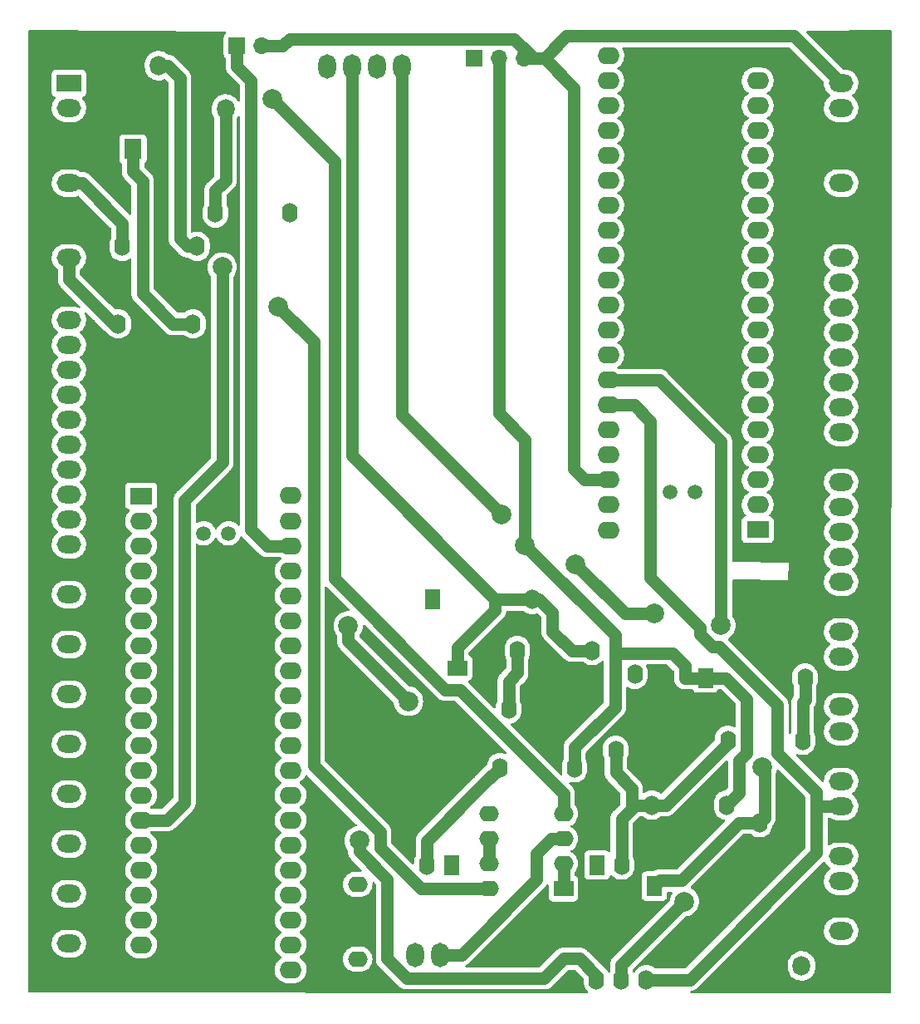
<source format=gtl>
G04 #@! TF.GenerationSoftware,KiCad,Pcbnew,7.0.11-7.0.11~ubuntu22.04.1*
G04 #@! TF.CreationDate,2024-05-31T20:29:59-03:00*
G04 #@! TF.ProjectId,condicionamento_BIA_v03,636f6e64-6963-4696-9f6e-616d656e746f,v03*
G04 #@! TF.SameCoordinates,Original*
G04 #@! TF.FileFunction,Copper,L1,Top*
G04 #@! TF.FilePolarity,Positive*
%FSLAX46Y46*%
G04 Gerber Fmt 4.6, Leading zero omitted, Abs format (unit mm)*
G04 Created by KiCad (PCBNEW 7.0.11-7.0.11~ubuntu22.04.1) date 2024-05-31 20:29:59*
%MOMM*%
%LPD*%
G01*
G04 APERTURE LIST*
G04 #@! TA.AperFunction,ComponentPad*
%ADD10O,1.600000X2.000000*%
G04 #@! TD*
G04 #@! TA.AperFunction,ComponentPad*
%ADD11R,1.600000X2.000000*%
G04 #@! TD*
G04 #@! TA.AperFunction,ComponentPad*
%ADD12R,2.500000X1.800000*%
G04 #@! TD*
G04 #@! TA.AperFunction,ComponentPad*
%ADD13O,2.500000X1.800000*%
G04 #@! TD*
G04 #@! TA.AperFunction,ComponentPad*
%ADD14O,2.000000X1.600000*%
G04 #@! TD*
G04 #@! TA.AperFunction,ComponentPad*
%ADD15O,1.800000X2.500000*%
G04 #@! TD*
G04 #@! TA.AperFunction,ComponentPad*
%ADD16R,1.800000X2.000000*%
G04 #@! TD*
G04 #@! TA.AperFunction,ComponentPad*
%ADD17O,1.800000X2.000000*%
G04 #@! TD*
G04 #@! TA.AperFunction,ComponentPad*
%ADD18R,1.700000X1.700000*%
G04 #@! TD*
G04 #@! TA.AperFunction,ComponentPad*
%ADD19O,1.700000X1.700000*%
G04 #@! TD*
G04 #@! TA.AperFunction,ComponentPad*
%ADD20R,2.000000X1.600000*%
G04 #@! TD*
G04 #@! TA.AperFunction,ComponentPad*
%ADD21R,2.250000X1.727200*%
G04 #@! TD*
G04 #@! TA.AperFunction,ComponentPad*
%ADD22O,2.250000X1.727200*%
G04 #@! TD*
G04 #@! TA.AperFunction,ComponentPad*
%ADD23C,1.500000*%
G04 #@! TD*
G04 #@! TA.AperFunction,ViaPad*
%ADD24C,2.000000*%
G04 #@! TD*
G04 #@! TA.AperFunction,Conductor*
%ADD25C,1.270000*%
G04 #@! TD*
G04 APERTURE END LIST*
D10*
X148647000Y-121019000D03*
D11*
X151147000Y-121019000D03*
D12*
X112158000Y-41390000D03*
D13*
X112158000Y-43930000D03*
X112158000Y-46470000D03*
X112158000Y-49010000D03*
X112158000Y-51550000D03*
X112158000Y-54090000D03*
X112158000Y-56630000D03*
X112158000Y-59170000D03*
D14*
X141600000Y-122990000D03*
X141600000Y-130610000D03*
D10*
X156989000Y-105144000D03*
X164609000Y-105144000D03*
D15*
X150004000Y-130163000D03*
X147464000Y-130163000D03*
D16*
X118700000Y-48100000D03*
D17*
X121240000Y-48100000D03*
D18*
X129298000Y-37580000D03*
D19*
X131838000Y-37580000D03*
D18*
X153433000Y-38850000D03*
D19*
X155973000Y-38850000D03*
X158513000Y-38850000D03*
D20*
X151782000Y-100953000D03*
D14*
X151782000Y-111113000D03*
D10*
X169880900Y-101588000D03*
D11*
X172380900Y-101588000D03*
D10*
X163420000Y-132703000D03*
X165960000Y-132703000D03*
X168500000Y-132703000D03*
X171040000Y-132703000D03*
X179214000Y-114923000D03*
X171594000Y-114923000D03*
X168506000Y-121019000D03*
D11*
X166006000Y-121019000D03*
D21*
X182389000Y-86856000D03*
D22*
X182389000Y-84316000D03*
X182389000Y-81776000D03*
X182389000Y-79236000D03*
X182389000Y-76696000D03*
X182389000Y-74156000D03*
X182389000Y-71616000D03*
X182389000Y-69076000D03*
X182389000Y-66536000D03*
X182389000Y-63996000D03*
X182389000Y-61456000D03*
X182389000Y-58916000D03*
X182389000Y-56376000D03*
X182389000Y-53836000D03*
X182389000Y-51296000D03*
X182389000Y-48756000D03*
X182389000Y-46216000D03*
X182389000Y-43676000D03*
X182389000Y-41136000D03*
X182389000Y-38596000D03*
X167149000Y-38596000D03*
X167149000Y-41136000D03*
X167149000Y-43676000D03*
X167149000Y-46216000D03*
X167149000Y-48756000D03*
X167149000Y-51296000D03*
X167149000Y-53836000D03*
X167149000Y-56376000D03*
X167149000Y-58916000D03*
X167149000Y-61456000D03*
X167149000Y-63996000D03*
X167149000Y-66536000D03*
X167149000Y-69076000D03*
X167149000Y-71616000D03*
X167149000Y-74156000D03*
X167149000Y-76696000D03*
X167149000Y-79236000D03*
X167149000Y-81776000D03*
X167149000Y-84316000D03*
X167149000Y-86906800D03*
D23*
X173489000Y-83046000D03*
X176029000Y-83046000D03*
D11*
X171848000Y-123178000D03*
D10*
X182008000Y-123178000D03*
X179341000Y-108319000D03*
X186961000Y-108319000D03*
D16*
X184325000Y-131300000D03*
D17*
X186865000Y-131300000D03*
D10*
X157878000Y-99175000D03*
X165498000Y-99175000D03*
X182580900Y-116701000D03*
D11*
X185080900Y-116701000D03*
D20*
X162577000Y-123432000D03*
D14*
X162577000Y-120892000D03*
X162577000Y-118352000D03*
X162577000Y-115812000D03*
X154957000Y-115812000D03*
X154957000Y-118352000D03*
X154957000Y-120892000D03*
X154957000Y-123432000D03*
D10*
X117190000Y-65900000D03*
X124810000Y-65900000D03*
X163720000Y-111113000D03*
X156100000Y-111113000D03*
X117600000Y-58000000D03*
X125220000Y-58000000D03*
D13*
X190898000Y-41390000D03*
X190898000Y-43930000D03*
X190898000Y-46470000D03*
X190898000Y-49010000D03*
X190898000Y-51550000D03*
X190898000Y-54090000D03*
X190898000Y-56630000D03*
X190898000Y-59170000D03*
X190898000Y-61710000D03*
X190898000Y-64250000D03*
X190898000Y-66790000D03*
X190898000Y-69330000D03*
X190898000Y-71870000D03*
X190898000Y-74410000D03*
X190898000Y-76950000D03*
X190898000Y-79490000D03*
X190898000Y-82030000D03*
X190898000Y-84570000D03*
X190898000Y-87110000D03*
X190898000Y-89650000D03*
X190898000Y-92190000D03*
X190898000Y-94730000D03*
X190898000Y-97270000D03*
X190898000Y-99810000D03*
X190898000Y-102350000D03*
X190898000Y-104890000D03*
X190898000Y-107430000D03*
X190898000Y-109970000D03*
X190898000Y-112510000D03*
X190898000Y-115050000D03*
X190898000Y-117590000D03*
X190898000Y-120130000D03*
X190898000Y-122670000D03*
X190898000Y-125210000D03*
X190898000Y-127750000D03*
D10*
X134710000Y-54600000D03*
X127090000Y-54600000D03*
D15*
X138457000Y-39669000D03*
X140997000Y-39669000D03*
X143537000Y-39669000D03*
X146077000Y-39669000D03*
D21*
X119524000Y-83427000D03*
D22*
X119524000Y-85967000D03*
X119524000Y-88507000D03*
X119524000Y-91047000D03*
X119524000Y-93587000D03*
X119524000Y-96127000D03*
X119524000Y-98667000D03*
X119524000Y-101207000D03*
X119524000Y-103747000D03*
X119524000Y-106287000D03*
X119524000Y-108827000D03*
X119524000Y-111367000D03*
X119524000Y-113907000D03*
X119524000Y-116447000D03*
X119524000Y-118987000D03*
X119524000Y-121527000D03*
X119524000Y-124067000D03*
X119524000Y-126607000D03*
X119524000Y-129147000D03*
X119524000Y-131687000D03*
X134764000Y-131687000D03*
X134764000Y-129147000D03*
X134764000Y-126607000D03*
X134764000Y-124067000D03*
X134764000Y-121527000D03*
X134764000Y-118987000D03*
X134764000Y-116447000D03*
X134764000Y-113907000D03*
X134764000Y-111367000D03*
X134764000Y-108827000D03*
X134764000Y-106287000D03*
X134764000Y-103747000D03*
X134764000Y-101207000D03*
X134764000Y-98667000D03*
X134764000Y-96127000D03*
X134764000Y-93587000D03*
X134764000Y-91047000D03*
X134764000Y-88507000D03*
X134764000Y-85967000D03*
X134764000Y-83376200D03*
D23*
X128424000Y-87237000D03*
X125884000Y-87237000D03*
D10*
X167911000Y-109335000D03*
X175531000Y-109335000D03*
D11*
X177055000Y-101969000D03*
D10*
X187215000Y-101969000D03*
D16*
X125600000Y-44000000D03*
D17*
X128140000Y-44000000D03*
D11*
X149242000Y-93968000D03*
D10*
X159402000Y-93968000D03*
D16*
X118760000Y-39600000D03*
D17*
X121300000Y-39600000D03*
D13*
X112158000Y-65520000D03*
X112158000Y-68060000D03*
X112158000Y-70600000D03*
X112158000Y-73140000D03*
X112158000Y-75680000D03*
X112158000Y-78220000D03*
X112158000Y-80760000D03*
X112158000Y-83300000D03*
X112158000Y-85840000D03*
X112158000Y-88380000D03*
X112158000Y-90920000D03*
X112158000Y-93460000D03*
X112158000Y-96000000D03*
X112158000Y-98540000D03*
X112158000Y-101080000D03*
X112158000Y-103620000D03*
X112158000Y-106160000D03*
X112158000Y-108700000D03*
X112158000Y-111240000D03*
X112158000Y-113780000D03*
X112158000Y-116320000D03*
X112158000Y-118860000D03*
X112158000Y-121400000D03*
X112158000Y-123940000D03*
X112158000Y-126480000D03*
X112158000Y-129020000D03*
X112158000Y-131560000D03*
D24*
X133521000Y-64160600D03*
X132867600Y-42945400D03*
X146781600Y-104343800D03*
X141748800Y-118547400D03*
X140639300Y-96656300D03*
X178650800Y-96617100D03*
X174931900Y-124735900D03*
X182840000Y-111064800D03*
X127785100Y-60120200D03*
X158678800Y-88460500D03*
X163832600Y-90386600D03*
X171854200Y-95423300D03*
X156238000Y-85350500D03*
D25*
X137107300Y-110883900D02*
X137107300Y-67746900D01*
X148056700Y-123432000D02*
X143886800Y-119262100D01*
X117600000Y-55650000D02*
X113500000Y-51550000D01*
X154957000Y-123432000D02*
X148056700Y-123432000D01*
X113500000Y-51550000D02*
X112158000Y-51550000D01*
X143886800Y-117663400D02*
X137107300Y-110883900D01*
X137107300Y-67746900D02*
X133521000Y-64160600D01*
X117600000Y-58000000D02*
X117600000Y-55650000D01*
X143886800Y-119262100D02*
X143886800Y-117663400D01*
X112158000Y-61340000D02*
X112158000Y-59170000D01*
X115530000Y-64720000D02*
X115530000Y-64712000D01*
X151996400Y-103161400D02*
X150530200Y-103161400D01*
X116710000Y-65900000D02*
X115530000Y-64720000D01*
X162577000Y-113742000D02*
X151996400Y-103161400D01*
X115530000Y-64712000D02*
X112158000Y-61340000D01*
X162577000Y-115812000D02*
X162577000Y-113742000D01*
X139226600Y-91857800D02*
X139226600Y-49304400D01*
X117190000Y-65900000D02*
X116710000Y-65900000D01*
X139226600Y-49304400D02*
X132867600Y-42945400D01*
X150530200Y-103161400D02*
X139226600Y-91857800D01*
X146781600Y-104343800D02*
X140639300Y-98201500D01*
X167149000Y-81776000D02*
X164756000Y-81776000D01*
X158513000Y-38850000D02*
X159573000Y-38850000D01*
X162895800Y-36587200D02*
X160633000Y-38850000D01*
X157575500Y-36852500D02*
X134685500Y-36852500D01*
X131838000Y-37580000D02*
X133958000Y-37580000D01*
X160621697Y-132564800D02*
X146590600Y-132564800D01*
X159573000Y-38850000D02*
X160633000Y-38850000D01*
X144582000Y-122463100D02*
X141748800Y-119629900D01*
X134685500Y-36852500D02*
X133958000Y-37580000D01*
X144582000Y-130556200D02*
X144582000Y-122463100D01*
X162618497Y-130568000D02*
X160621697Y-132564800D01*
X140639300Y-98201500D02*
X140639300Y-96656300D01*
X165960000Y-132306497D02*
X164221503Y-130568000D01*
X146590600Y-132564800D02*
X144582000Y-130556200D01*
X164756000Y-81776000D02*
X163630000Y-80650000D01*
X190898000Y-41390000D02*
X186095200Y-36587200D01*
X141748800Y-119629900D02*
X141748800Y-118547400D01*
X163630000Y-41847000D02*
X160633000Y-38850000D01*
X163630000Y-80650000D02*
X163630000Y-41847000D01*
X165960000Y-132703000D02*
X165960000Y-132306497D01*
X186095200Y-36587200D02*
X162895800Y-36587200D01*
X164221503Y-130568000D02*
X162618497Y-130568000D01*
X159573000Y-38850000D02*
X157575500Y-36852500D01*
X130730700Y-86868700D02*
X132369000Y-88507000D01*
X129298000Y-37580000D02*
X129298000Y-39700000D01*
X129298000Y-39700000D02*
X130730700Y-41132700D01*
X134764000Y-88507000D02*
X132369000Y-88507000D01*
X130730700Y-41132700D02*
X130730700Y-86868700D01*
X168500000Y-131167800D02*
X168500000Y-132703000D01*
X178650800Y-77900800D02*
X172366000Y-71616000D01*
X174931900Y-124735900D02*
X168500000Y-131167800D01*
X178650800Y-96617100D02*
X178650800Y-77900800D01*
X172366000Y-71616000D02*
X167149000Y-71616000D01*
X190898000Y-115050000D02*
X188378000Y-115050000D01*
X184392800Y-109595500D02*
X188378000Y-113580700D01*
X175473300Y-132703000D02*
X171040000Y-132703000D01*
X176513900Y-97502200D02*
X177765700Y-98754000D01*
X178428200Y-98754000D02*
X184392800Y-104718600D01*
X167149000Y-74156000D02*
X169776000Y-74156000D01*
X188378000Y-115050000D02*
X188378000Y-119798300D01*
X177765700Y-98754000D02*
X178428200Y-98754000D01*
X184392800Y-104718600D02*
X184392800Y-109595500D01*
X169776000Y-74156000D02*
X171430000Y-75810000D01*
X188378000Y-119798300D02*
X175473300Y-132703000D01*
X188378000Y-113580700D02*
X188378000Y-115050000D01*
X176513900Y-96839700D02*
X176513900Y-97502200D01*
X171430000Y-91755800D02*
X176513900Y-96839700D01*
X171430000Y-75810000D02*
X171430000Y-91755800D01*
X162577000Y-120892000D02*
X162577000Y-123432000D01*
X171594000Y-114923000D02*
X173009200Y-114923000D01*
X169912600Y-114923000D02*
X169524000Y-114923000D01*
X173009200Y-114923000D02*
X179341000Y-108591200D01*
X171594000Y-114923000D02*
X170161000Y-114923000D01*
X168506000Y-116329600D02*
X168506000Y-121019000D01*
X169912600Y-114923000D02*
X168506000Y-116329600D01*
X167911000Y-109335000D02*
X167911000Y-111605000D01*
X169524000Y-113218000D02*
X169524000Y-114923000D01*
X170161000Y-114923000D02*
X169912600Y-114923000D01*
X179341000Y-108591200D02*
X179341000Y-108319000D01*
X167911000Y-111605000D02*
X169524000Y-113218000D01*
X182580900Y-116701000D02*
X183067600Y-116214300D01*
X187215000Y-104239000D02*
X186961000Y-104493000D01*
X182580900Y-116701000D02*
X180510900Y-116701000D01*
X183067600Y-116214300D02*
X183067600Y-111292400D01*
X174612900Y-122599000D02*
X172427000Y-122599000D01*
X123940000Y-83843300D02*
X127785100Y-79998200D01*
X180510900Y-116701000D02*
X174612900Y-122599000D01*
X187215000Y-101969000D02*
X187215000Y-104239000D01*
X119524000Y-116447000D02*
X122153000Y-116447000D01*
X122153000Y-116447000D02*
X123940000Y-114660000D01*
X186961000Y-104493000D02*
X186961000Y-108319000D01*
X172427000Y-122599000D02*
X171848000Y-123178000D01*
X127785100Y-79998200D02*
X127785100Y-60120200D01*
X183067600Y-111292400D02*
X182840000Y-111064800D01*
X123940000Y-114660000D02*
X123940000Y-83843300D01*
X154957000Y-120892000D02*
X154957000Y-118352000D01*
X157878000Y-101445000D02*
X156989000Y-102334000D01*
X154270000Y-112943000D02*
X148647000Y-118566000D01*
X156989000Y-102334000D02*
X156989000Y-105144000D01*
X154270000Y-112940000D02*
X154270000Y-112943000D01*
X156097000Y-111113000D02*
X154270000Y-112940000D01*
X157878000Y-99175000D02*
X157878000Y-101445000D01*
X156100000Y-111113000D02*
X156097000Y-111113000D01*
X148647000Y-118566000D02*
X148647000Y-121019000D01*
X151782000Y-98883000D02*
X155624600Y-95040400D01*
X159165100Y-93968000D02*
X159402000Y-93968000D01*
X159165100Y-93968000D02*
X157332000Y-93968000D01*
X155624600Y-95040400D02*
X155624600Y-93968000D01*
X161472000Y-95342000D02*
X161472000Y-97219000D01*
X151782000Y-100953000D02*
X151782000Y-98883000D01*
X161472000Y-97219000D02*
X163428000Y-99175000D01*
X160098000Y-93968000D02*
X161472000Y-95342000D01*
X155624600Y-93968000D02*
X157332000Y-93968000D01*
X140998500Y-79341900D02*
X140998500Y-42190500D01*
X163428000Y-99175000D02*
X165498000Y-99175000D01*
X140997000Y-39669000D02*
X140997000Y-42189000D01*
X159402000Y-93968000D02*
X160098000Y-93968000D01*
X140998500Y-42190500D02*
X140997000Y-42189000D01*
X155624600Y-93968000D02*
X140998500Y-79341900D01*
X167847200Y-97628900D02*
X158678800Y-88460500D01*
X179125000Y-101969000D02*
X177055000Y-101969000D01*
X181284000Y-104128000D02*
X179125000Y-101969000D01*
X155973000Y-38850000D02*
X155973000Y-75029100D01*
X167847200Y-99451100D02*
X173674600Y-99451100D01*
X163720000Y-109057400D02*
X163720000Y-111113000D01*
X174985000Y-100761500D02*
X174985000Y-101969000D01*
X173674600Y-99451100D02*
X174985000Y-100761500D01*
X155973000Y-75029100D02*
X158678800Y-77734900D01*
X177055000Y-101969000D02*
X174985000Y-101969000D01*
X167847200Y-99451100D02*
X167847200Y-97628900D01*
X181284000Y-109597200D02*
X181284000Y-104128000D01*
X180490000Y-110391200D02*
X181284000Y-109597200D01*
X180490000Y-113647000D02*
X180490000Y-110391200D01*
X179214000Y-114923000D02*
X180490000Y-113647000D01*
X167847200Y-104930200D02*
X163720000Y-109057400D01*
X167847200Y-99451100D02*
X167847200Y-104930200D01*
X158678800Y-77734900D02*
X158678800Y-88460500D01*
X156238000Y-85350500D02*
X146077000Y-75189500D01*
X171854200Y-95423300D02*
X168869300Y-95423300D01*
X146077000Y-75189500D02*
X146077000Y-39669000D01*
X168869300Y-95423300D02*
X163832600Y-90386600D01*
X159830000Y-119840000D02*
X159830000Y-122507000D01*
X152174000Y-130163000D02*
X150004000Y-130163000D01*
X161318000Y-118352000D02*
X159830000Y-119840000D01*
X162577000Y-118352000D02*
X161318000Y-118352000D01*
X159830000Y-122507000D02*
X152174000Y-130163000D01*
X128140000Y-51280000D02*
X127090000Y-52330000D01*
X128140000Y-44000000D02*
X128140000Y-51280000D01*
X127090000Y-54600000D02*
X127090000Y-52330000D01*
X123470000Y-40850000D02*
X123470000Y-57240000D01*
X124230000Y-58000000D02*
X125220000Y-58000000D01*
X123470000Y-57240000D02*
X124230000Y-58000000D01*
X121300000Y-39600000D02*
X122220000Y-39600000D01*
X122220000Y-39600000D02*
X123470000Y-40850000D01*
X119671500Y-62831500D02*
X119671500Y-51341500D01*
X118700000Y-48100000D02*
X118700000Y-50370000D01*
X119671500Y-51341500D02*
X118700000Y-50370000D01*
X124810000Y-65900000D02*
X122740000Y-65900000D01*
X122740000Y-65900000D02*
X119671500Y-62831500D01*
G04 #@! TA.AperFunction,Conductor*
G36*
X196042307Y-36020018D02*
G01*
X196088367Y-36072556D01*
X196099872Y-36124845D01*
X196000126Y-133975985D01*
X195980373Y-134043005D01*
X195927522Y-134088706D01*
X195875985Y-134099859D01*
X175652802Y-134076877D01*
X175585785Y-134057116D01*
X175540090Y-134004260D01*
X175530225Y-133935090D01*
X175559322Y-133871568D01*
X175618143Y-133833860D01*
X175626574Y-133831713D01*
X175641352Y-133828499D01*
X175655918Y-133826228D01*
X175674471Y-133824455D01*
X175689172Y-133823052D01*
X175750074Y-133805168D01*
X175758603Y-133802992D01*
X175820617Y-133789502D01*
X175851312Y-133776356D01*
X175865184Y-133771369D01*
X175897242Y-133761957D01*
X175953643Y-133732878D01*
X175961650Y-133729107D01*
X176019963Y-133704137D01*
X176047622Y-133685416D01*
X176060303Y-133677891D01*
X176089990Y-133662588D01*
X176139875Y-133623356D01*
X176146987Y-133618163D01*
X176199550Y-133582589D01*
X176223174Y-133558963D01*
X176234199Y-133549180D01*
X176240319Y-133544368D01*
X176260449Y-133528538D01*
X176302004Y-133480579D01*
X176308023Y-133474114D01*
X178322622Y-131459515D01*
X185464500Y-131459515D01*
X185479652Y-131637536D01*
X185539724Y-131868248D01*
X185637919Y-132085480D01*
X185637924Y-132085488D01*
X185771413Y-132282993D01*
X185771418Y-132282998D01*
X185771421Y-132283003D01*
X185936379Y-132455118D01*
X186128053Y-132596879D01*
X186340926Y-132704207D01*
X186568877Y-132774016D01*
X186805346Y-132804298D01*
X187043532Y-132794180D01*
X187276581Y-132743954D01*
X187497790Y-132655064D01*
X187700795Y-132530069D01*
X187879755Y-132372564D01*
X188029523Y-132187080D01*
X188145790Y-131978954D01*
X188225211Y-131754171D01*
X188240696Y-131663861D01*
X188265499Y-131519209D01*
X188265500Y-131519198D01*
X188265500Y-131140503D01*
X188265499Y-131140484D01*
X188250347Y-130962463D01*
X188240679Y-130925334D01*
X188190275Y-130731751D01*
X188190148Y-130731469D01*
X188092080Y-130514519D01*
X188092075Y-130514511D01*
X187958586Y-130317006D01*
X187958582Y-130317001D01*
X187958579Y-130316997D01*
X187793621Y-130144882D01*
X187762924Y-130122179D01*
X187713818Y-130085860D01*
X187601947Y-130003121D01*
X187389074Y-129895793D01*
X187258470Y-129855796D01*
X187161121Y-129825983D01*
X186924647Y-129795701D01*
X186686471Y-129805819D01*
X186686467Y-129805819D01*
X186453419Y-129856045D01*
X186232211Y-129944935D01*
X186029203Y-130069932D01*
X185850245Y-130227435D01*
X185780005Y-130314426D01*
X185700477Y-130412920D01*
X185700476Y-130412922D01*
X185584210Y-130621044D01*
X185504788Y-130845829D01*
X185464500Y-131080790D01*
X185464500Y-131459515D01*
X178322622Y-131459515D01*
X182091791Y-127690346D01*
X189143702Y-127690346D01*
X189153819Y-127928528D01*
X189153819Y-127928532D01*
X189204045Y-128161580D01*
X189292935Y-128382788D01*
X189292936Y-128382790D01*
X189417931Y-128585795D01*
X189444621Y-128616121D01*
X189559031Y-128746116D01*
X189575436Y-128764755D01*
X189760920Y-128914523D01*
X189969046Y-129030790D01*
X190193829Y-129110211D01*
X190428790Y-129150499D01*
X190428798Y-129150499D01*
X190428800Y-129150500D01*
X190428801Y-129150500D01*
X191307496Y-129150500D01*
X191307497Y-129150500D01*
X191307498Y-129150499D01*
X191307515Y-129150499D01*
X191485536Y-129135347D01*
X191485539Y-129135346D01*
X191485541Y-129135346D01*
X191716249Y-129075275D01*
X191902285Y-128991181D01*
X191933480Y-128977080D01*
X191933481Y-128977078D01*
X191933486Y-128977077D01*
X192131003Y-128843579D01*
X192303118Y-128678621D01*
X192444879Y-128486947D01*
X192552207Y-128274074D01*
X192622016Y-128046123D01*
X192652298Y-127809654D01*
X192651968Y-127801896D01*
X192642180Y-127571471D01*
X192642180Y-127571467D01*
X192591954Y-127338419D01*
X192545712Y-127223343D01*
X192503064Y-127117210D01*
X192378069Y-126914205D01*
X192220564Y-126735245D01*
X192035080Y-126585477D01*
X191921130Y-126521820D01*
X191826955Y-126469210D01*
X191602170Y-126389788D01*
X191367209Y-126349500D01*
X191367200Y-126349500D01*
X190488503Y-126349500D01*
X190488484Y-126349500D01*
X190310463Y-126364652D01*
X190079751Y-126424724D01*
X189862519Y-126522919D01*
X189862511Y-126522924D01*
X189665006Y-126656413D01*
X189664997Y-126656421D01*
X189492881Y-126821379D01*
X189351123Y-127013050D01*
X189351120Y-127013054D01*
X189243796Y-127225920D01*
X189243793Y-127225926D01*
X189173983Y-127453878D01*
X189143702Y-127690346D01*
X182091791Y-127690346D01*
X189081770Y-120700367D01*
X189143091Y-120666884D01*
X189212783Y-120671868D01*
X189268716Y-120713740D01*
X189284506Y-120741813D01*
X189292934Y-120762787D01*
X189292936Y-120762790D01*
X189372492Y-120891998D01*
X189417932Y-120965796D01*
X189559031Y-121126116D01*
X189575436Y-121144755D01*
X189760920Y-121294523D01*
X189760935Y-121294531D01*
X189760942Y-121294538D01*
X189765291Y-121297478D01*
X189764693Y-121298362D01*
X189809861Y-121344411D01*
X189824053Y-121412824D01*
X189799005Y-121478050D01*
X189769897Y-121505520D01*
X189665007Y-121576413D01*
X189664997Y-121576421D01*
X189492881Y-121741379D01*
X189351123Y-121933050D01*
X189351120Y-121933054D01*
X189243796Y-122145920D01*
X189243793Y-122145926D01*
X189173983Y-122373878D01*
X189143702Y-122610346D01*
X189153819Y-122848528D01*
X189153819Y-122848532D01*
X189204045Y-123081580D01*
X189288633Y-123292081D01*
X189292936Y-123302790D01*
X189399230Y-123475423D01*
X189417932Y-123505796D01*
X189559031Y-123666116D01*
X189575436Y-123684755D01*
X189760920Y-123834523D01*
X189969046Y-123950790D01*
X190133505Y-124008897D01*
X190193829Y-124030211D01*
X190428790Y-124070499D01*
X190428798Y-124070499D01*
X190428800Y-124070500D01*
X190428801Y-124070500D01*
X191307496Y-124070500D01*
X191307497Y-124070500D01*
X191307498Y-124070499D01*
X191307515Y-124070499D01*
X191485536Y-124055347D01*
X191485539Y-124055346D01*
X191485541Y-124055346D01*
X191716249Y-123995275D01*
X191848973Y-123935279D01*
X191933480Y-123897080D01*
X191933481Y-123897078D01*
X191933486Y-123897077D01*
X192131003Y-123763579D01*
X192303118Y-123598621D01*
X192444879Y-123406947D01*
X192552207Y-123194074D01*
X192622016Y-122966123D01*
X192652298Y-122729654D01*
X192651968Y-122721896D01*
X192643196Y-122515376D01*
X192642180Y-122491468D01*
X192632324Y-122445738D01*
X192591954Y-122258419D01*
X192585009Y-122241136D01*
X192503064Y-122037210D01*
X192378069Y-121834205D01*
X192220564Y-121655245D01*
X192035080Y-121505477D01*
X192035074Y-121505474D01*
X192035071Y-121505471D01*
X192035057Y-121505463D01*
X192035051Y-121505457D01*
X192030709Y-121502522D01*
X192031306Y-121501638D01*
X191986134Y-121455580D01*
X191971947Y-121387165D01*
X191996999Y-121321942D01*
X192026099Y-121294481D01*
X192131003Y-121223579D01*
X192303118Y-121058621D01*
X192444879Y-120866947D01*
X192552207Y-120654074D01*
X192622016Y-120426123D01*
X192652298Y-120189654D01*
X192651968Y-120181896D01*
X192642180Y-119951471D01*
X192642180Y-119951467D01*
X192591954Y-119718419D01*
X192578617Y-119685228D01*
X192503064Y-119497210D01*
X192378069Y-119294205D01*
X192220564Y-119115245D01*
X192035080Y-118965477D01*
X191921130Y-118901820D01*
X191826955Y-118849210D01*
X191602170Y-118769788D01*
X191367209Y-118729500D01*
X191367200Y-118729500D01*
X190488503Y-118729500D01*
X190488484Y-118729500D01*
X190310463Y-118744652D01*
X190079751Y-118804724D01*
X189862519Y-118902919D01*
X189862511Y-118902924D01*
X189706937Y-119008074D01*
X189640371Y-119029306D01*
X189572894Y-119011179D01*
X189525929Y-118959448D01*
X189513500Y-118905339D01*
X189513500Y-116309500D01*
X189533185Y-116242461D01*
X189585989Y-116196706D01*
X189637500Y-116185500D01*
X189681164Y-116185500D01*
X189748203Y-116205185D01*
X189759058Y-116213019D01*
X189760920Y-116214523D01*
X189969046Y-116330790D01*
X190193829Y-116410211D01*
X190428790Y-116450499D01*
X190428798Y-116450499D01*
X190428800Y-116450500D01*
X190428801Y-116450500D01*
X191307496Y-116450500D01*
X191307497Y-116450500D01*
X191307498Y-116450499D01*
X191307515Y-116450499D01*
X191485536Y-116435347D01*
X191485539Y-116435346D01*
X191485541Y-116435346D01*
X191716249Y-116375275D01*
X191877355Y-116302450D01*
X191933480Y-116277080D01*
X191933481Y-116277078D01*
X191933486Y-116277077D01*
X192131003Y-116143579D01*
X192303118Y-115978621D01*
X192444879Y-115786947D01*
X192552207Y-115574074D01*
X192622016Y-115346123D01*
X192652298Y-115109654D01*
X192651968Y-115101896D01*
X192642683Y-114883309D01*
X192642180Y-114871468D01*
X192639051Y-114856951D01*
X192591954Y-114638419D01*
X192546927Y-114526366D01*
X192503064Y-114417210D01*
X192378069Y-114214205D01*
X192220564Y-114035245D01*
X192035080Y-113885477D01*
X192035074Y-113885474D01*
X192035071Y-113885471D01*
X192035057Y-113885463D01*
X192035051Y-113885457D01*
X192030709Y-113882522D01*
X192031306Y-113881638D01*
X191986134Y-113835580D01*
X191971947Y-113767165D01*
X191996999Y-113701942D01*
X192026099Y-113674481D01*
X192131003Y-113603579D01*
X192303118Y-113438621D01*
X192444879Y-113246947D01*
X192552207Y-113034074D01*
X192622016Y-112806123D01*
X192652298Y-112569654D01*
X192651968Y-112561896D01*
X192642180Y-112331471D01*
X192642180Y-112331467D01*
X192591954Y-112098419D01*
X192577609Y-112062721D01*
X192503064Y-111877210D01*
X192378069Y-111674205D01*
X192220564Y-111495245D01*
X192035080Y-111345477D01*
X191921130Y-111281820D01*
X191826955Y-111229210D01*
X191602170Y-111149788D01*
X191367209Y-111109500D01*
X191367200Y-111109500D01*
X190488503Y-111109500D01*
X190488484Y-111109500D01*
X190310463Y-111124652D01*
X190079751Y-111184724D01*
X189862519Y-111282919D01*
X189862511Y-111282924D01*
X189665006Y-111416413D01*
X189664997Y-111416421D01*
X189492881Y-111581379D01*
X189351123Y-111773050D01*
X189351120Y-111773054D01*
X189243796Y-111985920D01*
X189243793Y-111985926D01*
X189173983Y-112213878D01*
X189143033Y-112455571D01*
X189140938Y-112455302D01*
X189121340Y-112512877D01*
X189066639Y-112556347D01*
X188997121Y-112563343D01*
X188934856Y-112531644D01*
X188932286Y-112529147D01*
X186326681Y-109923541D01*
X186293196Y-109862218D01*
X186298180Y-109792526D01*
X186340052Y-109736593D01*
X186405516Y-109712176D01*
X186466763Y-109723477D01*
X186514504Y-109745739D01*
X186734308Y-109804635D01*
X186896230Y-109818801D01*
X186960998Y-109824468D01*
X186961000Y-109824468D01*
X186961002Y-109824468D01*
X187017673Y-109819509D01*
X187187692Y-109804635D01*
X187407496Y-109745739D01*
X187613734Y-109649568D01*
X187800139Y-109519047D01*
X187961047Y-109358139D01*
X188091568Y-109171734D01*
X188187739Y-108965496D01*
X188246635Y-108745692D01*
X188261500Y-108575784D01*
X188261500Y-108062216D01*
X188246635Y-107892308D01*
X188187739Y-107672504D01*
X188108118Y-107501756D01*
X188096500Y-107449351D01*
X188096500Y-107370346D01*
X189143702Y-107370346D01*
X189153819Y-107608528D01*
X189153819Y-107608532D01*
X189204045Y-107841580D01*
X189292705Y-108062215D01*
X189292936Y-108062790D01*
X189417931Y-108265795D01*
X189462594Y-108316542D01*
X189559031Y-108426116D01*
X189575436Y-108444755D01*
X189760920Y-108594523D01*
X189969046Y-108710790D01*
X190133332Y-108768836D01*
X190193829Y-108790211D01*
X190428790Y-108830499D01*
X190428798Y-108830499D01*
X190428800Y-108830500D01*
X190428801Y-108830500D01*
X191307496Y-108830500D01*
X191307497Y-108830500D01*
X191307498Y-108830499D01*
X191307515Y-108830499D01*
X191485536Y-108815347D01*
X191485539Y-108815346D01*
X191485541Y-108815346D01*
X191716249Y-108755275D01*
X191889093Y-108677144D01*
X191933480Y-108657080D01*
X191933481Y-108657078D01*
X191933486Y-108657077D01*
X192131003Y-108523579D01*
X192303118Y-108358621D01*
X192444879Y-108166947D01*
X192552207Y-107954074D01*
X192622016Y-107726123D01*
X192652298Y-107489654D01*
X192651968Y-107481896D01*
X192642180Y-107251471D01*
X192642180Y-107251467D01*
X192591954Y-107018419D01*
X192545712Y-106903343D01*
X192503064Y-106797210D01*
X192378069Y-106594205D01*
X192220564Y-106415245D01*
X192035080Y-106265477D01*
X192035074Y-106265474D01*
X192035071Y-106265471D01*
X192035057Y-106265463D01*
X192035051Y-106265457D01*
X192030709Y-106262522D01*
X192031306Y-106261638D01*
X191986134Y-106215580D01*
X191971947Y-106147165D01*
X191996999Y-106081942D01*
X192026099Y-106054481D01*
X192131003Y-105983579D01*
X192303118Y-105818621D01*
X192444879Y-105626947D01*
X192552207Y-105414074D01*
X192622016Y-105186123D01*
X192652298Y-104949654D01*
X192652240Y-104948298D01*
X192646457Y-104812156D01*
X192642180Y-104711468D01*
X192641120Y-104706551D01*
X192591954Y-104478419D01*
X192570632Y-104425358D01*
X192503064Y-104257210D01*
X192378069Y-104054205D01*
X192220564Y-103875245D01*
X192035080Y-103725477D01*
X191859145Y-103627193D01*
X191826955Y-103609210D01*
X191602170Y-103529788D01*
X191367209Y-103489500D01*
X191367200Y-103489500D01*
X190488503Y-103489500D01*
X190488484Y-103489500D01*
X190310463Y-103504652D01*
X190079751Y-103564724D01*
X189862519Y-103662919D01*
X189862511Y-103662924D01*
X189665006Y-103796413D01*
X189664997Y-103796421D01*
X189492881Y-103961379D01*
X189351123Y-104153050D01*
X189351120Y-104153054D01*
X189243796Y-104365920D01*
X189243793Y-104365926D01*
X189173983Y-104593878D01*
X189143702Y-104830346D01*
X189153819Y-105068528D01*
X189153819Y-105068532D01*
X189204045Y-105301580D01*
X189292935Y-105522788D01*
X189292936Y-105522790D01*
X189415982Y-105722630D01*
X189417932Y-105725796D01*
X189559031Y-105886116D01*
X189575436Y-105904755D01*
X189760920Y-106054523D01*
X189760935Y-106054531D01*
X189760942Y-106054538D01*
X189765291Y-106057478D01*
X189764693Y-106058362D01*
X189809861Y-106104411D01*
X189824053Y-106172824D01*
X189799005Y-106238050D01*
X189769897Y-106265520D01*
X189665007Y-106336413D01*
X189664997Y-106336421D01*
X189492881Y-106501379D01*
X189351123Y-106693050D01*
X189351120Y-106693054D01*
X189243796Y-106905920D01*
X189243793Y-106905926D01*
X189173983Y-107133878D01*
X189143702Y-107370346D01*
X188096500Y-107370346D01*
X188096500Y-105004052D01*
X188116182Y-104937017D01*
X188129682Y-104916010D01*
X188138371Y-104904112D01*
X188152323Y-104887215D01*
X188159641Y-104878352D01*
X188190055Y-104822650D01*
X188194572Y-104815039D01*
X188196423Y-104812160D01*
X188228863Y-104761683D01*
X188241277Y-104730671D01*
X188247559Y-104717340D01*
X188263568Y-104688024D01*
X188282891Y-104627571D01*
X188285876Y-104619269D01*
X188309460Y-104560362D01*
X188315781Y-104527559D01*
X188319430Y-104513268D01*
X188329597Y-104481466D01*
X188329962Y-104478419D01*
X188334334Y-104441846D01*
X188337128Y-104418468D01*
X188338487Y-104409750D01*
X188350500Y-104347427D01*
X188350500Y-104314026D01*
X188351377Y-104299305D01*
X188351665Y-104296899D01*
X188355342Y-104266145D01*
X188350816Y-104202861D01*
X188350500Y-104194016D01*
X188350500Y-102838647D01*
X188362118Y-102786242D01*
X188388978Y-102728641D01*
X188441739Y-102615496D01*
X188500635Y-102395692D01*
X188515500Y-102225784D01*
X188515500Y-101712216D01*
X188500635Y-101542308D01*
X188441739Y-101322504D01*
X188345568Y-101116266D01*
X188223204Y-100941511D01*
X188215045Y-100929858D01*
X188054141Y-100768954D01*
X187867734Y-100638432D01*
X187867732Y-100638431D01*
X187661497Y-100542261D01*
X187661488Y-100542258D01*
X187441697Y-100483366D01*
X187441693Y-100483365D01*
X187441692Y-100483365D01*
X187441691Y-100483364D01*
X187441686Y-100483364D01*
X187215002Y-100463532D01*
X187214998Y-100463532D01*
X186988313Y-100483364D01*
X186988302Y-100483366D01*
X186768511Y-100542258D01*
X186768502Y-100542261D01*
X186562267Y-100638431D01*
X186562265Y-100638432D01*
X186375858Y-100768954D01*
X186214954Y-100929858D01*
X186084432Y-101116265D01*
X186084431Y-101116267D01*
X185988261Y-101322502D01*
X185988258Y-101322511D01*
X185929366Y-101542302D01*
X185929364Y-101542312D01*
X185914500Y-101712214D01*
X185914500Y-102225785D01*
X185929364Y-102395687D01*
X185929366Y-102395697D01*
X185988258Y-102615488D01*
X185988261Y-102615497D01*
X186067882Y-102786242D01*
X186079500Y-102838647D01*
X186079500Y-103727945D01*
X186059815Y-103794984D01*
X186059813Y-103794988D01*
X186046320Y-103815982D01*
X186037629Y-103827885D01*
X186016358Y-103853648D01*
X185985948Y-103909339D01*
X185981434Y-103916947D01*
X185947137Y-103970316D01*
X185934725Y-104001318D01*
X185928444Y-104014651D01*
X185912432Y-104043976D01*
X185912432Y-104043977D01*
X185893109Y-104104420D01*
X185890116Y-104112744D01*
X185866541Y-104171633D01*
X185866539Y-104171641D01*
X185860217Y-104204436D01*
X185856573Y-104218716D01*
X185846402Y-104250536D01*
X185838870Y-104313531D01*
X185837506Y-104322275D01*
X185825500Y-104384570D01*
X185825500Y-104417972D01*
X185824623Y-104432692D01*
X185820658Y-104465850D01*
X185820658Y-104465856D01*
X185825184Y-104529137D01*
X185825500Y-104537982D01*
X185825500Y-107449351D01*
X185813882Y-107501756D01*
X185764682Y-107607266D01*
X185718510Y-107659705D01*
X185651316Y-107678857D01*
X185584435Y-107658641D01*
X185539101Y-107605476D01*
X185528300Y-107554861D01*
X185528300Y-104823762D01*
X185530018Y-104803195D01*
X185530557Y-104799985D01*
X185530559Y-104799974D01*
X185528335Y-104706551D01*
X185528300Y-104703601D01*
X185528300Y-104664517D01*
X185528300Y-104664509D01*
X185527431Y-104655420D01*
X185526908Y-104646624D01*
X185525398Y-104583181D01*
X185518299Y-104550548D01*
X185516028Y-104535982D01*
X185512853Y-104502738D01*
X185512852Y-104502737D01*
X185512852Y-104502728D01*
X185494972Y-104441837D01*
X185492792Y-104433296D01*
X185479302Y-104371283D01*
X185466153Y-104340579D01*
X185461168Y-104326712D01*
X185451757Y-104294658D01*
X185422671Y-104238240D01*
X185418920Y-104230280D01*
X185393937Y-104171937D01*
X185375209Y-104144268D01*
X185367692Y-104131596D01*
X185355852Y-104108629D01*
X185352392Y-104101916D01*
X185352384Y-104101904D01*
X185313171Y-104052042D01*
X185307949Y-104044891D01*
X185307330Y-104043977D01*
X185272389Y-103992350D01*
X185248774Y-103968735D01*
X185238983Y-103957704D01*
X185218338Y-103931451D01*
X185218337Y-103931450D01*
X185170380Y-103889895D01*
X185163902Y-103883863D01*
X181030386Y-99750346D01*
X189143702Y-99750346D01*
X189153819Y-99988528D01*
X189153819Y-99988532D01*
X189204045Y-100221580D01*
X189292935Y-100442788D01*
X189292936Y-100442790D01*
X189413397Y-100638432D01*
X189417932Y-100645796D01*
X189565807Y-100813815D01*
X189575436Y-100824755D01*
X189760920Y-100974523D01*
X189969046Y-101090790D01*
X190193829Y-101170211D01*
X190428790Y-101210499D01*
X190428798Y-101210499D01*
X190428800Y-101210500D01*
X190428801Y-101210500D01*
X191307496Y-101210500D01*
X191307497Y-101210500D01*
X191307498Y-101210499D01*
X191307515Y-101210499D01*
X191485536Y-101195347D01*
X191485539Y-101195346D01*
X191485541Y-101195346D01*
X191716249Y-101135275D01*
X191850616Y-101074537D01*
X191933480Y-101037080D01*
X191933481Y-101037078D01*
X191933486Y-101037077D01*
X192077434Y-100939784D01*
X192130993Y-100903586D01*
X192130994Y-100903584D01*
X192131003Y-100903579D01*
X192303118Y-100738621D01*
X192444879Y-100546947D01*
X192552207Y-100334074D01*
X192622016Y-100106123D01*
X192652298Y-99869654D01*
X192651968Y-99861896D01*
X192643930Y-99672672D01*
X192642180Y-99631468D01*
X192636872Y-99606841D01*
X192591954Y-99398419D01*
X192545712Y-99283343D01*
X192503064Y-99177210D01*
X192378069Y-98974205D01*
X192220564Y-98795245D01*
X192035080Y-98645477D01*
X192035074Y-98645474D01*
X192035071Y-98645471D01*
X192035057Y-98645463D01*
X192035051Y-98645457D01*
X192030709Y-98642522D01*
X192031306Y-98641638D01*
X191986134Y-98595580D01*
X191971947Y-98527165D01*
X191996999Y-98461942D01*
X192026099Y-98434481D01*
X192131003Y-98363579D01*
X192303118Y-98198621D01*
X192444879Y-98006947D01*
X192552207Y-97794074D01*
X192622016Y-97566123D01*
X192652298Y-97329654D01*
X192651968Y-97321896D01*
X192644141Y-97137625D01*
X192642180Y-97091468D01*
X192629252Y-97031484D01*
X192591954Y-96858419D01*
X192568557Y-96800195D01*
X192503064Y-96637210D01*
X192378069Y-96434205D01*
X192220564Y-96255245D01*
X192035080Y-96105477D01*
X191921130Y-96041820D01*
X191826955Y-95989210D01*
X191602170Y-95909788D01*
X191367209Y-95869500D01*
X191367200Y-95869500D01*
X190488503Y-95869500D01*
X190488484Y-95869500D01*
X190310463Y-95884652D01*
X190079751Y-95944724D01*
X189862519Y-96042919D01*
X189862511Y-96042924D01*
X189665006Y-96176413D01*
X189664997Y-96176421D01*
X189492881Y-96341379D01*
X189351123Y-96533050D01*
X189351120Y-96533054D01*
X189243796Y-96745920D01*
X189243793Y-96745926D01*
X189173983Y-96973878D01*
X189143702Y-97210346D01*
X189153819Y-97448528D01*
X189153819Y-97448532D01*
X189204045Y-97681580D01*
X189282802Y-97877572D01*
X189292936Y-97902790D01*
X189417931Y-98105795D01*
X189462594Y-98156542D01*
X189559031Y-98266116D01*
X189575436Y-98284755D01*
X189760920Y-98434523D01*
X189760935Y-98434531D01*
X189760942Y-98434538D01*
X189765291Y-98437478D01*
X189764693Y-98438362D01*
X189809861Y-98484411D01*
X189824053Y-98552824D01*
X189799005Y-98618050D01*
X189769897Y-98645520D01*
X189665007Y-98716413D01*
X189664997Y-98716421D01*
X189492881Y-98881379D01*
X189351123Y-99073050D01*
X189351120Y-99073054D01*
X189243796Y-99285920D01*
X189243793Y-99285926D01*
X189173983Y-99513878D01*
X189143702Y-99750346D01*
X181030386Y-99750346D01*
X179386407Y-98106367D01*
X179352922Y-98045044D01*
X179357906Y-97975352D01*
X179399778Y-97919419D01*
X179415060Y-97909637D01*
X179474309Y-97877574D01*
X179670544Y-97724838D01*
X179838964Y-97541885D01*
X179974973Y-97333707D01*
X180074863Y-97105981D01*
X180135908Y-96864921D01*
X180141111Y-96802128D01*
X180156443Y-96617105D01*
X180156443Y-96617094D01*
X180135909Y-96369287D01*
X180135907Y-96369275D01*
X180074863Y-96128218D01*
X179974973Y-95900493D01*
X179912635Y-95805077D01*
X179838964Y-95692315D01*
X179819069Y-95670703D01*
X179788148Y-95608048D01*
X179786300Y-95586721D01*
X179786300Y-92130346D01*
X189143702Y-92130346D01*
X189153819Y-92368528D01*
X189153819Y-92368532D01*
X189204045Y-92601580D01*
X189292935Y-92822788D01*
X189292936Y-92822790D01*
X189417931Y-93025795D01*
X189442157Y-93053321D01*
X189559031Y-93186116D01*
X189575436Y-93204755D01*
X189760920Y-93354523D01*
X189969046Y-93470790D01*
X190133505Y-93528897D01*
X190193829Y-93550211D01*
X190428790Y-93590499D01*
X190428798Y-93590499D01*
X190428800Y-93590500D01*
X190428801Y-93590500D01*
X191307496Y-93590500D01*
X191307497Y-93590500D01*
X191307498Y-93590499D01*
X191307515Y-93590499D01*
X191485536Y-93575347D01*
X191485539Y-93575346D01*
X191485541Y-93575346D01*
X191716249Y-93515275D01*
X191848973Y-93455279D01*
X191933480Y-93417080D01*
X191933481Y-93417078D01*
X191933486Y-93417077D01*
X192131003Y-93283579D01*
X192303118Y-93118621D01*
X192444879Y-92926947D01*
X192552207Y-92714074D01*
X192622016Y-92486123D01*
X192652298Y-92249654D01*
X192651968Y-92241896D01*
X192644685Y-92070448D01*
X192642180Y-92011468D01*
X192639708Y-92000000D01*
X192591954Y-91778419D01*
X192545712Y-91663343D01*
X192503064Y-91557210D01*
X192378069Y-91354205D01*
X192220564Y-91175245D01*
X192035080Y-91025477D01*
X192035074Y-91025474D01*
X192035071Y-91025471D01*
X192035057Y-91025463D01*
X192035051Y-91025457D01*
X192030709Y-91022522D01*
X192031306Y-91021638D01*
X191986134Y-90975580D01*
X191971947Y-90907165D01*
X191996999Y-90841942D01*
X192026099Y-90814481D01*
X192131003Y-90743579D01*
X192303118Y-90578621D01*
X192444879Y-90386947D01*
X192552207Y-90174074D01*
X192622016Y-89946123D01*
X192652298Y-89709654D01*
X192651968Y-89701896D01*
X192645753Y-89555569D01*
X192642180Y-89471468D01*
X192633323Y-89430373D01*
X192591954Y-89238419D01*
X192582863Y-89215795D01*
X192503064Y-89017210D01*
X192378069Y-88814205D01*
X192220564Y-88635245D01*
X192035080Y-88485477D01*
X192035074Y-88485474D01*
X192035071Y-88485471D01*
X192035057Y-88485463D01*
X192035051Y-88485457D01*
X192030709Y-88482522D01*
X192031306Y-88481638D01*
X191986134Y-88435580D01*
X191971947Y-88367165D01*
X191996999Y-88301942D01*
X192026099Y-88274481D01*
X192131003Y-88203579D01*
X192303118Y-88038621D01*
X192444879Y-87846947D01*
X192552207Y-87634074D01*
X192622016Y-87406123D01*
X192652298Y-87169654D01*
X192651968Y-87161896D01*
X192642180Y-86931471D01*
X192642180Y-86931467D01*
X192591954Y-86698419D01*
X192559790Y-86618376D01*
X192503064Y-86477210D01*
X192378069Y-86274205D01*
X192220564Y-86095245D01*
X192035080Y-85945477D01*
X192035074Y-85945474D01*
X192035071Y-85945471D01*
X192035057Y-85945463D01*
X192035051Y-85945457D01*
X192030709Y-85942522D01*
X192031306Y-85941638D01*
X191986134Y-85895580D01*
X191971947Y-85827165D01*
X191996999Y-85761942D01*
X192026099Y-85734481D01*
X192131003Y-85663579D01*
X192303118Y-85498621D01*
X192444879Y-85306947D01*
X192552207Y-85094074D01*
X192622016Y-84866123D01*
X192652298Y-84629654D01*
X192651226Y-84604427D01*
X192642180Y-84391471D01*
X192642180Y-84391467D01*
X192591954Y-84158419D01*
X192553436Y-84062564D01*
X192503064Y-83937210D01*
X192378069Y-83734205D01*
X192220564Y-83555245D01*
X192035080Y-83405477D01*
X192035074Y-83405474D01*
X192035071Y-83405471D01*
X192035057Y-83405463D01*
X192035051Y-83405457D01*
X192030709Y-83402522D01*
X192031306Y-83401638D01*
X191986134Y-83355580D01*
X191971947Y-83287165D01*
X191996999Y-83221942D01*
X192026099Y-83194481D01*
X192131003Y-83123579D01*
X192303118Y-82958621D01*
X192444879Y-82766947D01*
X192552207Y-82554074D01*
X192622016Y-82326123D01*
X192652298Y-82089654D01*
X192651226Y-82064427D01*
X192642180Y-81851471D01*
X192642180Y-81851467D01*
X192591954Y-81618419D01*
X192508560Y-81410888D01*
X192503064Y-81397210D01*
X192378069Y-81194205D01*
X192220564Y-81015245D01*
X192035080Y-80865477D01*
X191921130Y-80801820D01*
X191826955Y-80749210D01*
X191602170Y-80669788D01*
X191367209Y-80629500D01*
X191367200Y-80629500D01*
X190488503Y-80629500D01*
X190488484Y-80629500D01*
X190310463Y-80644652D01*
X190079751Y-80704724D01*
X189862519Y-80802919D01*
X189862511Y-80802924D01*
X189665006Y-80936413D01*
X189664997Y-80936421D01*
X189492881Y-81101379D01*
X189351123Y-81293050D01*
X189351120Y-81293054D01*
X189243796Y-81505920D01*
X189243793Y-81505926D01*
X189173983Y-81733878D01*
X189143702Y-81970346D01*
X189153819Y-82208528D01*
X189153819Y-82208532D01*
X189204045Y-82441580D01*
X189274402Y-82616668D01*
X189292936Y-82662790D01*
X189417931Y-82865795D01*
X189575436Y-83044755D01*
X189760920Y-83194523D01*
X189760935Y-83194531D01*
X189760942Y-83194538D01*
X189765291Y-83197478D01*
X189764693Y-83198362D01*
X189809861Y-83244411D01*
X189824053Y-83312824D01*
X189799005Y-83378050D01*
X189769897Y-83405520D01*
X189665007Y-83476413D01*
X189664997Y-83476421D01*
X189492881Y-83641379D01*
X189351123Y-83833050D01*
X189351120Y-83833054D01*
X189243796Y-84045920D01*
X189243793Y-84045926D01*
X189173983Y-84273878D01*
X189143702Y-84510346D01*
X189153819Y-84748528D01*
X189153819Y-84748532D01*
X189204045Y-84981580D01*
X189292935Y-85202788D01*
X189292936Y-85202790D01*
X189402760Y-85381156D01*
X189417932Y-85405796D01*
X189559031Y-85566116D01*
X189575436Y-85584755D01*
X189760920Y-85734523D01*
X189760935Y-85734531D01*
X189760942Y-85734538D01*
X189765291Y-85737478D01*
X189764693Y-85738362D01*
X189809861Y-85784411D01*
X189824053Y-85852824D01*
X189799005Y-85918050D01*
X189769897Y-85945520D01*
X189665007Y-86016413D01*
X189664997Y-86016421D01*
X189492881Y-86181379D01*
X189351123Y-86373050D01*
X189351120Y-86373054D01*
X189243796Y-86585920D01*
X189243793Y-86585926D01*
X189173983Y-86813878D01*
X189143702Y-87050346D01*
X189153819Y-87288528D01*
X189153819Y-87288532D01*
X189204045Y-87521580D01*
X189284129Y-87720873D01*
X189292936Y-87742790D01*
X189383981Y-87890657D01*
X189417932Y-87945796D01*
X189559031Y-88106116D01*
X189575436Y-88124755D01*
X189760920Y-88274523D01*
X189760935Y-88274531D01*
X189760942Y-88274538D01*
X189765291Y-88277478D01*
X189764693Y-88278362D01*
X189809861Y-88324411D01*
X189824053Y-88392824D01*
X189799005Y-88458050D01*
X189769897Y-88485520D01*
X189665007Y-88556413D01*
X189664997Y-88556421D01*
X189492881Y-88721379D01*
X189351123Y-88913050D01*
X189351120Y-88913054D01*
X189243796Y-89125920D01*
X189243793Y-89125926D01*
X189173983Y-89353878D01*
X189143702Y-89590346D01*
X189153819Y-89828528D01*
X189153819Y-89828532D01*
X189204045Y-90061580D01*
X189290750Y-90277350D01*
X189292936Y-90282790D01*
X189417931Y-90485795D01*
X189462594Y-90536542D01*
X189559031Y-90646116D01*
X189575436Y-90664755D01*
X189760920Y-90814523D01*
X189760935Y-90814531D01*
X189760942Y-90814538D01*
X189765291Y-90817478D01*
X189764693Y-90818362D01*
X189809861Y-90864411D01*
X189824053Y-90932824D01*
X189799005Y-90998050D01*
X189769897Y-91025520D01*
X189665007Y-91096413D01*
X189664997Y-91096421D01*
X189492881Y-91261379D01*
X189351123Y-91453050D01*
X189351120Y-91453054D01*
X189243796Y-91665920D01*
X189243793Y-91665926D01*
X189173983Y-91893878D01*
X189143702Y-92130346D01*
X179786300Y-92130346D01*
X179786300Y-92080838D01*
X179805985Y-92013799D01*
X179858789Y-91968044D01*
X179911250Y-91956843D01*
X185474595Y-91999803D01*
X185499999Y-92000000D01*
X185500000Y-92000000D01*
X185600000Y-90200000D01*
X185563042Y-90199543D01*
X179908769Y-90129736D01*
X179841978Y-90109225D01*
X179796878Y-90055860D01*
X179786300Y-90005745D01*
X179786300Y-84257897D01*
X180759802Y-84257897D01*
X180769656Y-84489887D01*
X180769656Y-84489891D01*
X180818577Y-84716885D01*
X180818578Y-84716888D01*
X180892900Y-84901844D01*
X180905156Y-84932343D01*
X181026902Y-85130072D01*
X181090902Y-85202790D01*
X181183794Y-85308335D01*
X181181896Y-85310004D01*
X181211459Y-85361438D01*
X181207999Y-85431222D01*
X181167360Y-85488058D01*
X181134232Y-85506620D01*
X181021669Y-85548603D01*
X181021664Y-85548606D01*
X180906455Y-85634852D01*
X180906452Y-85634855D01*
X180820206Y-85750064D01*
X180820202Y-85750071D01*
X180769908Y-85884917D01*
X180763501Y-85944516D01*
X180763501Y-85944523D01*
X180763500Y-85944535D01*
X180763500Y-87767470D01*
X180763501Y-87767476D01*
X180769908Y-87827083D01*
X180820202Y-87961928D01*
X180820206Y-87961935D01*
X180906452Y-88077144D01*
X180906455Y-88077147D01*
X181021664Y-88163393D01*
X181021671Y-88163397D01*
X181156517Y-88213691D01*
X181156516Y-88213691D01*
X181163444Y-88214435D01*
X181216127Y-88220100D01*
X183561872Y-88220099D01*
X183621483Y-88213691D01*
X183756331Y-88163396D01*
X183871546Y-88077146D01*
X183957796Y-87961931D01*
X184008091Y-87827083D01*
X184014500Y-87767473D01*
X184014499Y-85944528D01*
X184008091Y-85884917D01*
X184007347Y-85882923D01*
X183957797Y-85750071D01*
X183957793Y-85750064D01*
X183871547Y-85634855D01*
X183871544Y-85634852D01*
X183756335Y-85548606D01*
X183756328Y-85548602D01*
X183638637Y-85504707D01*
X183582703Y-85462836D01*
X183558286Y-85397372D01*
X183573137Y-85329099D01*
X183596167Y-85299005D01*
X183678094Y-85220485D01*
X183816171Y-85033793D01*
X183920710Y-84826452D01*
X183988704Y-84604427D01*
X184018198Y-84374103D01*
X184017793Y-84364578D01*
X184011889Y-84225575D01*
X184008343Y-84142109D01*
X184006982Y-84135796D01*
X183986639Y-84041401D01*
X183959423Y-83915116D01*
X183872844Y-83699657D01*
X183751098Y-83501928D01*
X183597686Y-83327619D01*
X183417023Y-83181744D01*
X183417023Y-83181743D01*
X183368102Y-83154415D01*
X183319176Y-83104535D01*
X183304983Y-83036122D01*
X183330030Y-82970896D01*
X183359140Y-82943426D01*
X183510447Y-82841160D01*
X183510450Y-82841158D01*
X183510449Y-82841158D01*
X183510453Y-82841156D01*
X183678094Y-82680485D01*
X183816171Y-82493793D01*
X183920710Y-82286452D01*
X183988704Y-82064427D01*
X184018198Y-81834103D01*
X184013940Y-81733878D01*
X184008343Y-81602112D01*
X184008343Y-81602108D01*
X183987613Y-81505920D01*
X183959423Y-81375116D01*
X183872844Y-81159657D01*
X183751098Y-80961928D01*
X183597686Y-80787619D01*
X183417023Y-80641744D01*
X183417023Y-80641743D01*
X183368102Y-80614415D01*
X183319176Y-80564535D01*
X183304983Y-80496122D01*
X183330030Y-80430896D01*
X183359140Y-80403426D01*
X183510447Y-80301160D01*
X183510450Y-80301158D01*
X183510449Y-80301158D01*
X183510453Y-80301156D01*
X183678094Y-80140485D01*
X183816171Y-79953793D01*
X183920710Y-79746452D01*
X183988704Y-79524427D01*
X184018198Y-79294103D01*
X184008343Y-79062109D01*
X184006982Y-79055796D01*
X183994903Y-78999748D01*
X183959423Y-78835116D01*
X183872844Y-78619657D01*
X183751098Y-78421928D01*
X183597686Y-78247619D01*
X183417023Y-78101744D01*
X183417023Y-78101743D01*
X183368102Y-78074415D01*
X183319176Y-78024535D01*
X183304983Y-77956122D01*
X183330030Y-77890896D01*
X183359140Y-77863426D01*
X183510447Y-77761160D01*
X183510450Y-77761158D01*
X183510449Y-77761158D01*
X183510453Y-77761156D01*
X183678094Y-77600485D01*
X183816171Y-77413793D01*
X183920710Y-77206452D01*
X183988704Y-76984427D01*
X184000751Y-76890346D01*
X189143702Y-76890346D01*
X189153819Y-77128528D01*
X189153819Y-77128532D01*
X189204045Y-77361580D01*
X189281158Y-77553479D01*
X189292936Y-77582790D01*
X189417931Y-77785795D01*
X189575436Y-77964755D01*
X189760920Y-78114523D01*
X189969046Y-78230790D01*
X190193829Y-78310211D01*
X190428790Y-78350499D01*
X190428798Y-78350499D01*
X190428800Y-78350500D01*
X190428801Y-78350500D01*
X191307496Y-78350500D01*
X191307497Y-78350500D01*
X191307498Y-78350499D01*
X191307515Y-78350499D01*
X191485536Y-78335347D01*
X191485539Y-78335346D01*
X191485541Y-78335346D01*
X191716249Y-78275275D01*
X191871185Y-78205239D01*
X191933480Y-78177080D01*
X191933481Y-78177078D01*
X191933486Y-78177077D01*
X192131003Y-78043579D01*
X192303118Y-77878621D01*
X192444879Y-77686947D01*
X192552207Y-77474074D01*
X192622016Y-77246123D01*
X192652298Y-77009654D01*
X192652255Y-77008650D01*
X192642180Y-76771471D01*
X192642180Y-76771467D01*
X192591954Y-76538419D01*
X192503064Y-76317211D01*
X192503064Y-76317210D01*
X192378069Y-76114205D01*
X192220564Y-75935245D01*
X192035080Y-75785477D01*
X192035074Y-75785474D01*
X192035071Y-75785471D01*
X192035057Y-75785463D01*
X192035051Y-75785457D01*
X192030709Y-75782522D01*
X192031306Y-75781638D01*
X191986134Y-75735580D01*
X191971947Y-75667165D01*
X191996999Y-75601942D01*
X192026099Y-75574481D01*
X192131003Y-75503579D01*
X192303118Y-75338621D01*
X192444879Y-75146947D01*
X192552207Y-74934074D01*
X192622016Y-74706123D01*
X192652298Y-74469654D01*
X192651226Y-74444427D01*
X192642180Y-74231471D01*
X192642180Y-74231467D01*
X192591954Y-73998419D01*
X192503064Y-73777211D01*
X192503064Y-73777210D01*
X192378069Y-73574205D01*
X192220564Y-73395245D01*
X192035080Y-73245477D01*
X192035074Y-73245474D01*
X192035071Y-73245471D01*
X192035057Y-73245463D01*
X192035051Y-73245457D01*
X192030709Y-73242522D01*
X192031306Y-73241638D01*
X191986134Y-73195580D01*
X191971947Y-73127165D01*
X191996999Y-73061942D01*
X192026099Y-73034481D01*
X192131003Y-72963579D01*
X192303118Y-72798621D01*
X192444879Y-72606947D01*
X192552207Y-72394074D01*
X192622016Y-72166123D01*
X192652298Y-71929654D01*
X192651226Y-71904427D01*
X192642180Y-71691471D01*
X192642180Y-71691467D01*
X192591954Y-71458419D01*
X192503064Y-71237211D01*
X192503064Y-71237210D01*
X192378069Y-71034205D01*
X192220564Y-70855245D01*
X192035080Y-70705477D01*
X192035074Y-70705474D01*
X192035071Y-70705471D01*
X192035057Y-70705463D01*
X192035051Y-70705457D01*
X192030709Y-70702522D01*
X192031306Y-70701638D01*
X191986134Y-70655580D01*
X191971947Y-70587165D01*
X191996999Y-70521942D01*
X192026099Y-70494481D01*
X192131003Y-70423579D01*
X192303118Y-70258621D01*
X192444879Y-70066947D01*
X192552207Y-69854074D01*
X192622016Y-69626123D01*
X192652298Y-69389654D01*
X192651226Y-69364427D01*
X192642180Y-69151471D01*
X192642180Y-69151467D01*
X192591954Y-68918419D01*
X192503064Y-68697211D01*
X192503064Y-68697210D01*
X192378069Y-68494205D01*
X192220564Y-68315245D01*
X192035080Y-68165477D01*
X192035074Y-68165474D01*
X192035071Y-68165471D01*
X192035057Y-68165463D01*
X192035051Y-68165457D01*
X192030709Y-68162522D01*
X192031306Y-68161638D01*
X191986134Y-68115580D01*
X191971947Y-68047165D01*
X191996999Y-67981942D01*
X192026099Y-67954481D01*
X192131003Y-67883579D01*
X192303118Y-67718621D01*
X192444879Y-67526947D01*
X192552207Y-67314074D01*
X192622016Y-67086123D01*
X192652298Y-66849654D01*
X192651226Y-66824427D01*
X192642180Y-66611471D01*
X192642180Y-66611467D01*
X192591954Y-66378419D01*
X192503064Y-66157211D01*
X192503064Y-66157210D01*
X192378069Y-65954205D01*
X192220564Y-65775245D01*
X192035080Y-65625477D01*
X192035074Y-65625474D01*
X192035071Y-65625471D01*
X192035057Y-65625463D01*
X192035051Y-65625457D01*
X192030709Y-65622522D01*
X192031306Y-65621638D01*
X191986134Y-65575580D01*
X191971947Y-65507165D01*
X191996999Y-65441942D01*
X192026099Y-65414481D01*
X192131003Y-65343579D01*
X192303118Y-65178621D01*
X192444879Y-64986947D01*
X192552207Y-64774074D01*
X192622016Y-64546123D01*
X192652298Y-64309654D01*
X192651226Y-64284427D01*
X192642180Y-64071471D01*
X192642180Y-64071467D01*
X192591954Y-63838419D01*
X192539375Y-63707573D01*
X192503064Y-63617210D01*
X192378069Y-63414205D01*
X192220564Y-63235245D01*
X192035080Y-63085477D01*
X192035074Y-63085474D01*
X192035071Y-63085471D01*
X192035057Y-63085463D01*
X192035051Y-63085457D01*
X192030709Y-63082522D01*
X192031306Y-63081638D01*
X191986134Y-63035580D01*
X191971947Y-62967165D01*
X191996999Y-62901942D01*
X192026099Y-62874481D01*
X192131003Y-62803579D01*
X192303118Y-62638621D01*
X192444879Y-62446947D01*
X192552207Y-62234074D01*
X192622016Y-62006123D01*
X192652298Y-61769654D01*
X192652055Y-61763942D01*
X192642180Y-61531471D01*
X192642180Y-61531467D01*
X192591954Y-61298419D01*
X192575962Y-61258621D01*
X192503064Y-61077210D01*
X192378069Y-60874205D01*
X192220564Y-60695245D01*
X192035080Y-60545477D01*
X192035074Y-60545474D01*
X192035071Y-60545471D01*
X192035057Y-60545463D01*
X192035051Y-60545457D01*
X192030709Y-60542522D01*
X192031306Y-60541638D01*
X191986134Y-60495580D01*
X191971947Y-60427165D01*
X191996999Y-60361942D01*
X192026099Y-60334481D01*
X192131003Y-60263579D01*
X192303118Y-60098621D01*
X192444879Y-59906947D01*
X192552207Y-59694074D01*
X192622016Y-59466123D01*
X192652298Y-59229654D01*
X192651226Y-59204427D01*
X192644606Y-59048568D01*
X192642180Y-58991468D01*
X192639615Y-58979568D01*
X192591954Y-58758419D01*
X192582898Y-58735882D01*
X192503064Y-58537210D01*
X192378069Y-58334205D01*
X192220564Y-58155245D01*
X192035080Y-58005477D01*
X191895716Y-57927623D01*
X191826955Y-57889210D01*
X191602170Y-57809788D01*
X191367209Y-57769500D01*
X191367200Y-57769500D01*
X190488503Y-57769500D01*
X190488484Y-57769500D01*
X190310463Y-57784652D01*
X190079751Y-57844724D01*
X189862519Y-57942919D01*
X189862511Y-57942924D01*
X189665006Y-58076413D01*
X189664997Y-58076421D01*
X189492881Y-58241379D01*
X189351123Y-58433050D01*
X189351120Y-58433054D01*
X189243796Y-58645920D01*
X189243793Y-58645926D01*
X189173983Y-58873878D01*
X189143702Y-59110346D01*
X189153819Y-59348528D01*
X189153819Y-59348532D01*
X189204045Y-59581580D01*
X189292935Y-59802788D01*
X189292936Y-59802790D01*
X189417931Y-60005795D01*
X189575436Y-60184755D01*
X189760920Y-60334523D01*
X189760935Y-60334531D01*
X189760942Y-60334538D01*
X189765291Y-60337478D01*
X189764693Y-60338362D01*
X189809861Y-60384411D01*
X189824053Y-60452824D01*
X189799005Y-60518050D01*
X189769897Y-60545520D01*
X189665007Y-60616413D01*
X189664997Y-60616421D01*
X189492881Y-60781379D01*
X189351123Y-60973050D01*
X189351120Y-60973054D01*
X189243796Y-61185920D01*
X189243793Y-61185926D01*
X189173983Y-61413878D01*
X189143702Y-61650346D01*
X189153819Y-61888528D01*
X189153819Y-61888532D01*
X189204045Y-62121580D01*
X189290270Y-62336156D01*
X189292936Y-62342790D01*
X189417931Y-62545795D01*
X189575436Y-62724755D01*
X189760920Y-62874523D01*
X189760935Y-62874531D01*
X189760942Y-62874538D01*
X189765291Y-62877478D01*
X189764693Y-62878362D01*
X189809861Y-62924411D01*
X189824053Y-62992824D01*
X189799005Y-63058050D01*
X189769897Y-63085520D01*
X189665007Y-63156413D01*
X189664997Y-63156421D01*
X189492881Y-63321379D01*
X189351123Y-63513050D01*
X189351120Y-63513054D01*
X189243796Y-63725920D01*
X189243793Y-63725926D01*
X189173983Y-63953878D01*
X189143702Y-64190346D01*
X189153819Y-64428528D01*
X189153819Y-64428532D01*
X189204045Y-64661580D01*
X189292935Y-64882788D01*
X189292936Y-64882790D01*
X189417931Y-65085795D01*
X189575436Y-65264755D01*
X189760920Y-65414523D01*
X189760935Y-65414531D01*
X189760942Y-65414538D01*
X189765291Y-65417478D01*
X189764693Y-65418362D01*
X189809861Y-65464411D01*
X189824053Y-65532824D01*
X189799005Y-65598050D01*
X189769897Y-65625520D01*
X189665007Y-65696413D01*
X189664997Y-65696421D01*
X189492881Y-65861379D01*
X189351123Y-66053050D01*
X189351120Y-66053054D01*
X189243796Y-66265920D01*
X189243793Y-66265926D01*
X189173983Y-66493878D01*
X189143702Y-66730346D01*
X189153819Y-66968528D01*
X189153819Y-66968532D01*
X189204045Y-67201580D01*
X189285975Y-67405468D01*
X189292936Y-67422790D01*
X189417931Y-67625795D01*
X189575436Y-67804755D01*
X189760920Y-67954523D01*
X189760935Y-67954531D01*
X189760942Y-67954538D01*
X189765291Y-67957478D01*
X189764693Y-67958362D01*
X189809861Y-68004411D01*
X189824053Y-68072824D01*
X189799005Y-68138050D01*
X189769897Y-68165520D01*
X189665007Y-68236413D01*
X189664997Y-68236421D01*
X189492881Y-68401379D01*
X189351123Y-68593050D01*
X189351120Y-68593054D01*
X189243796Y-68805920D01*
X189243793Y-68805926D01*
X189173983Y-69033878D01*
X189143702Y-69270346D01*
X189153819Y-69508528D01*
X189153819Y-69508532D01*
X189204045Y-69741580D01*
X189292935Y-69962788D01*
X189292936Y-69962790D01*
X189417931Y-70165795D01*
X189575436Y-70344755D01*
X189760920Y-70494523D01*
X189760935Y-70494531D01*
X189760942Y-70494538D01*
X189765291Y-70497478D01*
X189764693Y-70498362D01*
X189809861Y-70544411D01*
X189824053Y-70612824D01*
X189799005Y-70678050D01*
X189769897Y-70705520D01*
X189665007Y-70776413D01*
X189664997Y-70776421D01*
X189492881Y-70941379D01*
X189351123Y-71133050D01*
X189351120Y-71133054D01*
X189243796Y-71345920D01*
X189243793Y-71345926D01*
X189173983Y-71573878D01*
X189143702Y-71810346D01*
X189153819Y-72048528D01*
X189153819Y-72048532D01*
X189204045Y-72281580D01*
X189292935Y-72502788D01*
X189292936Y-72502790D01*
X189417931Y-72705795D01*
X189575436Y-72884755D01*
X189760920Y-73034523D01*
X189760935Y-73034531D01*
X189760942Y-73034538D01*
X189765291Y-73037478D01*
X189764693Y-73038362D01*
X189809861Y-73084411D01*
X189824053Y-73152824D01*
X189799005Y-73218050D01*
X189769897Y-73245520D01*
X189665007Y-73316413D01*
X189664997Y-73316421D01*
X189492881Y-73481379D01*
X189351123Y-73673050D01*
X189351120Y-73673054D01*
X189243796Y-73885920D01*
X189243793Y-73885926D01*
X189173983Y-74113878D01*
X189143702Y-74350346D01*
X189153819Y-74588528D01*
X189153819Y-74588532D01*
X189204045Y-74821580D01*
X189265801Y-74975263D01*
X189292936Y-75042790D01*
X189417931Y-75245795D01*
X189433370Y-75263337D01*
X189569580Y-75418102D01*
X189575436Y-75424755D01*
X189760920Y-75574523D01*
X189760935Y-75574531D01*
X189760942Y-75574538D01*
X189765291Y-75577478D01*
X189764693Y-75578362D01*
X189809861Y-75624411D01*
X189824053Y-75692824D01*
X189799005Y-75758050D01*
X189769897Y-75785520D01*
X189665007Y-75856413D01*
X189664997Y-75856421D01*
X189492881Y-76021379D01*
X189351123Y-76213050D01*
X189351120Y-76213054D01*
X189243796Y-76425920D01*
X189243793Y-76425926D01*
X189173983Y-76653878D01*
X189143702Y-76890346D01*
X184000751Y-76890346D01*
X184018198Y-76754103D01*
X184013940Y-76653878D01*
X184008343Y-76522112D01*
X184008343Y-76522108D01*
X183987613Y-76425920D01*
X183959423Y-76295116D01*
X183872844Y-76079657D01*
X183751098Y-75881928D01*
X183597686Y-75707619D01*
X183417023Y-75561744D01*
X183417023Y-75561743D01*
X183368102Y-75534415D01*
X183319176Y-75484535D01*
X183304983Y-75416122D01*
X183330030Y-75350896D01*
X183359140Y-75323426D01*
X183498017Y-75229561D01*
X183510453Y-75221156D01*
X183678094Y-75060485D01*
X183816171Y-74873793D01*
X183920710Y-74666452D01*
X183988704Y-74444427D01*
X184018198Y-74214103D01*
X184013940Y-74113878D01*
X184008343Y-73982112D01*
X184008343Y-73982108D01*
X183987613Y-73885920D01*
X183959423Y-73755116D01*
X183872844Y-73539657D01*
X183751098Y-73341928D01*
X183597686Y-73167619D01*
X183417023Y-73021744D01*
X183417023Y-73021743D01*
X183368102Y-72994415D01*
X183319176Y-72944535D01*
X183304983Y-72876122D01*
X183330030Y-72810896D01*
X183359140Y-72783426D01*
X183510447Y-72681160D01*
X183510450Y-72681158D01*
X183510449Y-72681158D01*
X183510453Y-72681156D01*
X183678094Y-72520485D01*
X183816171Y-72333793D01*
X183920710Y-72126452D01*
X183988704Y-71904427D01*
X184018198Y-71674103D01*
X184013940Y-71573878D01*
X184008343Y-71442112D01*
X184008343Y-71442108D01*
X183987613Y-71345920D01*
X183959423Y-71215116D01*
X183872844Y-70999657D01*
X183751098Y-70801928D01*
X183597686Y-70627619D01*
X183417023Y-70481744D01*
X183417023Y-70481743D01*
X183368102Y-70454415D01*
X183319176Y-70404535D01*
X183304983Y-70336122D01*
X183330030Y-70270896D01*
X183359140Y-70243426D01*
X183510447Y-70141160D01*
X183510450Y-70141158D01*
X183510449Y-70141158D01*
X183510453Y-70141156D01*
X183678094Y-69980485D01*
X183816171Y-69793793D01*
X183920710Y-69586452D01*
X183988704Y-69364427D01*
X184018198Y-69134103D01*
X184013940Y-69033878D01*
X184008343Y-68902112D01*
X184008343Y-68902108D01*
X183987613Y-68805920D01*
X183959423Y-68675116D01*
X183872844Y-68459657D01*
X183751098Y-68261928D01*
X183597686Y-68087619D01*
X183417023Y-67941744D01*
X183417023Y-67941743D01*
X183368102Y-67914415D01*
X183319176Y-67864535D01*
X183304983Y-67796122D01*
X183330030Y-67730896D01*
X183359140Y-67703426D01*
X183510447Y-67601160D01*
X183510450Y-67601158D01*
X183510449Y-67601158D01*
X183510453Y-67601156D01*
X183678094Y-67440485D01*
X183816171Y-67253793D01*
X183920710Y-67046452D01*
X183988704Y-66824427D01*
X184018198Y-66594103D01*
X184013940Y-66493878D01*
X184008343Y-66362112D01*
X184008343Y-66362108D01*
X183987613Y-66265920D01*
X183959423Y-66135116D01*
X183872844Y-65919657D01*
X183751098Y-65721928D01*
X183597686Y-65547619D01*
X183417023Y-65401744D01*
X183417023Y-65401743D01*
X183368102Y-65374415D01*
X183319176Y-65324535D01*
X183304983Y-65256122D01*
X183330030Y-65190896D01*
X183359140Y-65163426D01*
X183510447Y-65061160D01*
X183510450Y-65061158D01*
X183510449Y-65061158D01*
X183510453Y-65061156D01*
X183678094Y-64900485D01*
X183816171Y-64713793D01*
X183920710Y-64506452D01*
X183988704Y-64284427D01*
X184018198Y-64054103D01*
X184016841Y-64022169D01*
X184008343Y-63822112D01*
X184008343Y-63822108D01*
X183987613Y-63725920D01*
X183959423Y-63595116D01*
X183872844Y-63379657D01*
X183751098Y-63181928D01*
X183597686Y-63007619D01*
X183417023Y-62861744D01*
X183417023Y-62861743D01*
X183368102Y-62834415D01*
X183319176Y-62784535D01*
X183304983Y-62716122D01*
X183330030Y-62650896D01*
X183359140Y-62623426D01*
X183510447Y-62521160D01*
X183510450Y-62521158D01*
X183510449Y-62521158D01*
X183510453Y-62521156D01*
X183678094Y-62360485D01*
X183816171Y-62173793D01*
X183920710Y-61966452D01*
X183988704Y-61744427D01*
X184018198Y-61514103D01*
X184013940Y-61413878D01*
X184008343Y-61282112D01*
X184008343Y-61282108D01*
X183987613Y-61185920D01*
X183959423Y-61055116D01*
X183872844Y-60839657D01*
X183751098Y-60641928D01*
X183597686Y-60467619D01*
X183417023Y-60321744D01*
X183417023Y-60321743D01*
X183368102Y-60294415D01*
X183319176Y-60244535D01*
X183304983Y-60176122D01*
X183330030Y-60110896D01*
X183359140Y-60083426D01*
X183510447Y-59981160D01*
X183510450Y-59981158D01*
X183510449Y-59981158D01*
X183510453Y-59981156D01*
X183678094Y-59820485D01*
X183816171Y-59633793D01*
X183920710Y-59426452D01*
X183988704Y-59204427D01*
X184018198Y-58974103D01*
X184016946Y-58944641D01*
X184011376Y-58813518D01*
X184008343Y-58742109D01*
X183959423Y-58515116D01*
X183872844Y-58299657D01*
X183751098Y-58101928D01*
X183597686Y-57927619D01*
X183417023Y-57781744D01*
X183417023Y-57781743D01*
X183368102Y-57754415D01*
X183319176Y-57704535D01*
X183304983Y-57636122D01*
X183330030Y-57570896D01*
X183359140Y-57543426D01*
X183510447Y-57441160D01*
X183510450Y-57441158D01*
X183510449Y-57441158D01*
X183510453Y-57441156D01*
X183678094Y-57280485D01*
X183816171Y-57093793D01*
X183920710Y-56886452D01*
X183988704Y-56664427D01*
X184018198Y-56434103D01*
X184008343Y-56202109D01*
X183959423Y-55975116D01*
X183872844Y-55759657D01*
X183751098Y-55561928D01*
X183597686Y-55387619D01*
X183417023Y-55241744D01*
X183417023Y-55241743D01*
X183368102Y-55214415D01*
X183319176Y-55164535D01*
X183304983Y-55096122D01*
X183330030Y-55030896D01*
X183359140Y-55003426D01*
X183510447Y-54901160D01*
X183510450Y-54901158D01*
X183510449Y-54901158D01*
X183510453Y-54901156D01*
X183678094Y-54740485D01*
X183816171Y-54553793D01*
X183920710Y-54346452D01*
X183988704Y-54124427D01*
X184018198Y-53894103D01*
X184008343Y-53662109D01*
X183959423Y-53435116D01*
X183872844Y-53219657D01*
X183751098Y-53021928D01*
X183597686Y-52847619D01*
X183417023Y-52701744D01*
X183417023Y-52701743D01*
X183368102Y-52674415D01*
X183319176Y-52624535D01*
X183304983Y-52556122D01*
X183330030Y-52490896D01*
X183359140Y-52463426D01*
X183510447Y-52361160D01*
X183510450Y-52361158D01*
X183510449Y-52361158D01*
X183510453Y-52361156D01*
X183678094Y-52200485D01*
X183816171Y-52013793D01*
X183920710Y-51806452D01*
X183988704Y-51584427D01*
X184000751Y-51490346D01*
X189143702Y-51490346D01*
X189153819Y-51728528D01*
X189153819Y-51728532D01*
X189204045Y-51961580D01*
X189276567Y-52142055D01*
X189292936Y-52182790D01*
X189417931Y-52385795D01*
X189575436Y-52564755D01*
X189760920Y-52714523D01*
X189969046Y-52830790D01*
X190193829Y-52910211D01*
X190428790Y-52950499D01*
X190428798Y-52950499D01*
X190428800Y-52950500D01*
X190428801Y-52950500D01*
X191307496Y-52950500D01*
X191307497Y-52950500D01*
X191307498Y-52950499D01*
X191307515Y-52950499D01*
X191485536Y-52935347D01*
X191485539Y-52935346D01*
X191485541Y-52935346D01*
X191716249Y-52875275D01*
X191883731Y-52799568D01*
X191933480Y-52777080D01*
X191933481Y-52777078D01*
X191933486Y-52777077D01*
X192131003Y-52643579D01*
X192303118Y-52478621D01*
X192444879Y-52286947D01*
X192552207Y-52074074D01*
X192622016Y-51846123D01*
X192652298Y-51609654D01*
X192651226Y-51584427D01*
X192644934Y-51436307D01*
X192642180Y-51371468D01*
X192638636Y-51355026D01*
X192591954Y-51138419D01*
X192552422Y-51040041D01*
X192503064Y-50917210D01*
X192378069Y-50714205D01*
X192220564Y-50535245D01*
X192035080Y-50385477D01*
X191895716Y-50307623D01*
X191826955Y-50269210D01*
X191602170Y-50189788D01*
X191367209Y-50149500D01*
X191367200Y-50149500D01*
X190488503Y-50149500D01*
X190488484Y-50149500D01*
X190310463Y-50164652D01*
X190079751Y-50224724D01*
X189862519Y-50322919D01*
X189862511Y-50322924D01*
X189665006Y-50456413D01*
X189664997Y-50456421D01*
X189492881Y-50621379D01*
X189351123Y-50813050D01*
X189351120Y-50813054D01*
X189243796Y-51025920D01*
X189243793Y-51025926D01*
X189173983Y-51253878D01*
X189143702Y-51490346D01*
X184000751Y-51490346D01*
X184018198Y-51354103D01*
X184017923Y-51347641D01*
X184010524Y-51173460D01*
X184008343Y-51122109D01*
X184007858Y-51119860D01*
X183987613Y-51025920D01*
X183959423Y-50895116D01*
X183872844Y-50679657D01*
X183751098Y-50481928D01*
X183597686Y-50307619D01*
X183417023Y-50161744D01*
X183417023Y-50161743D01*
X183368102Y-50134415D01*
X183319176Y-50084535D01*
X183304983Y-50016122D01*
X183330030Y-49950896D01*
X183359140Y-49923426D01*
X183510447Y-49821160D01*
X183510450Y-49821158D01*
X183510449Y-49821158D01*
X183510453Y-49821156D01*
X183678094Y-49660485D01*
X183816171Y-49473793D01*
X183920710Y-49266452D01*
X183988704Y-49044427D01*
X184018198Y-48814103D01*
X184008343Y-48582109D01*
X183959423Y-48355116D01*
X183872844Y-48139657D01*
X183751098Y-47941928D01*
X183597686Y-47767619D01*
X183417023Y-47621744D01*
X183417023Y-47621743D01*
X183368102Y-47594415D01*
X183319176Y-47544535D01*
X183304983Y-47476122D01*
X183330030Y-47410896D01*
X183359140Y-47383426D01*
X183510447Y-47281160D01*
X183510450Y-47281158D01*
X183510449Y-47281158D01*
X183510453Y-47281156D01*
X183678094Y-47120485D01*
X183816171Y-46933793D01*
X183920710Y-46726452D01*
X183988704Y-46504427D01*
X184018198Y-46274103D01*
X184008343Y-46042109D01*
X183959423Y-45815116D01*
X183872844Y-45599657D01*
X183751098Y-45401928D01*
X183597686Y-45227619D01*
X183417023Y-45081744D01*
X183417023Y-45081743D01*
X183368102Y-45054415D01*
X183319176Y-45004535D01*
X183304983Y-44936122D01*
X183330030Y-44870896D01*
X183359140Y-44843426D01*
X183510447Y-44741160D01*
X183510450Y-44741158D01*
X183510449Y-44741158D01*
X183510453Y-44741156D01*
X183678094Y-44580485D01*
X183816171Y-44393793D01*
X183920710Y-44186452D01*
X183988704Y-43964427D01*
X184018198Y-43734103D01*
X184013940Y-43633878D01*
X184008343Y-43502112D01*
X184008343Y-43502108D01*
X183987613Y-43405920D01*
X183959423Y-43275116D01*
X183872844Y-43059657D01*
X183751098Y-42861928D01*
X183597686Y-42687619D01*
X183417023Y-42541744D01*
X183417023Y-42541743D01*
X183368102Y-42514415D01*
X183319176Y-42464535D01*
X183304983Y-42396122D01*
X183330030Y-42330896D01*
X183359140Y-42303426D01*
X183510447Y-42201160D01*
X183510450Y-42201158D01*
X183510449Y-42201158D01*
X183510453Y-42201156D01*
X183678094Y-42040485D01*
X183816171Y-41853793D01*
X183920710Y-41646452D01*
X183988704Y-41424427D01*
X184018198Y-41194103D01*
X184014952Y-41117701D01*
X184010607Y-41015401D01*
X184008343Y-40962109D01*
X183998586Y-40916838D01*
X183984548Y-40851698D01*
X183959423Y-40735116D01*
X183872844Y-40519657D01*
X183751098Y-40321928D01*
X183597686Y-40147619D01*
X183417023Y-40001744D01*
X183417023Y-40001743D01*
X183214308Y-39888499D01*
X182995373Y-39811145D01*
X182995368Y-39811143D01*
X182995366Y-39811143D01*
X182995362Y-39811142D01*
X182995361Y-39811142D01*
X182766510Y-39771900D01*
X182766502Y-39771900D01*
X182069652Y-39771900D01*
X182069633Y-39771900D01*
X181896236Y-39786658D01*
X181671521Y-39845170D01*
X181671517Y-39845171D01*
X181459939Y-39940810D01*
X181459927Y-39940817D01*
X181267548Y-40070842D01*
X181099905Y-40231515D01*
X181099904Y-40231516D01*
X180961831Y-40418202D01*
X180857293Y-40625542D01*
X180857290Y-40625548D01*
X180789295Y-40847576D01*
X180759802Y-41077897D01*
X180769656Y-41309887D01*
X180769656Y-41309891D01*
X180818577Y-41536885D01*
X180818578Y-41536888D01*
X180878546Y-41686123D01*
X180905156Y-41752343D01*
X181026902Y-41950072D01*
X181180314Y-42124381D01*
X181360976Y-42270255D01*
X181360981Y-42270259D01*
X181409896Y-42297584D01*
X181458823Y-42347463D01*
X181473016Y-42415876D01*
X181447969Y-42481102D01*
X181418860Y-42508573D01*
X181267548Y-42610842D01*
X181099905Y-42771515D01*
X181099904Y-42771516D01*
X180961831Y-42958202D01*
X180857293Y-43165542D01*
X180857290Y-43165548D01*
X180789295Y-43387576D01*
X180759802Y-43617897D01*
X180769656Y-43849887D01*
X180769656Y-43849891D01*
X180818577Y-44076885D01*
X180818578Y-44076888D01*
X180905154Y-44292339D01*
X180905156Y-44292343D01*
X181026902Y-44490072D01*
X181180314Y-44664381D01*
X181330295Y-44785482D01*
X181360976Y-44810255D01*
X181360981Y-44810259D01*
X181409896Y-44837584D01*
X181458823Y-44887463D01*
X181473016Y-44955876D01*
X181447969Y-45021102D01*
X181418860Y-45048573D01*
X181267548Y-45150842D01*
X181099905Y-45311515D01*
X181099904Y-45311516D01*
X180961831Y-45498202D01*
X180857293Y-45705542D01*
X180857290Y-45705548D01*
X180789295Y-45927576D01*
X180759802Y-46157897D01*
X180769656Y-46389887D01*
X180769656Y-46389891D01*
X180818577Y-46616885D01*
X180818578Y-46616888D01*
X180905154Y-46832339D01*
X180905156Y-46832343D01*
X181026902Y-47030072D01*
X181180314Y-47204381D01*
X181360976Y-47350255D01*
X181360981Y-47350259D01*
X181409896Y-47377584D01*
X181458823Y-47427463D01*
X181473016Y-47495876D01*
X181447969Y-47561102D01*
X181418860Y-47588573D01*
X181267548Y-47690842D01*
X181099905Y-47851515D01*
X181099904Y-47851516D01*
X180961831Y-48038202D01*
X180857293Y-48245542D01*
X180857290Y-48245548D01*
X180789295Y-48467576D01*
X180759802Y-48697897D01*
X180769656Y-48929887D01*
X180769656Y-48929891D01*
X180818577Y-49156885D01*
X180818578Y-49156888D01*
X180905154Y-49372339D01*
X180905156Y-49372343D01*
X181026902Y-49570072D01*
X181180314Y-49744381D01*
X181341657Y-49874656D01*
X181360976Y-49890255D01*
X181360981Y-49890259D01*
X181409896Y-49917584D01*
X181458823Y-49967463D01*
X181473016Y-50035876D01*
X181447969Y-50101102D01*
X181418860Y-50128573D01*
X181267548Y-50230842D01*
X181099905Y-50391515D01*
X181099904Y-50391516D01*
X180961831Y-50578202D01*
X180857293Y-50785542D01*
X180857290Y-50785548D01*
X180789295Y-51007576D01*
X180759802Y-51237897D01*
X180769656Y-51469887D01*
X180769656Y-51469891D01*
X180818577Y-51696885D01*
X180818578Y-51696888D01*
X180892552Y-51880977D01*
X180905156Y-51912343D01*
X181026902Y-52110072D01*
X181180314Y-52284381D01*
X181360976Y-52430255D01*
X181360981Y-52430259D01*
X181409896Y-52457584D01*
X181458823Y-52507463D01*
X181473016Y-52575876D01*
X181447969Y-52641102D01*
X181418860Y-52668573D01*
X181267548Y-52770842D01*
X181099905Y-52931515D01*
X181099904Y-52931516D01*
X180961831Y-53118202D01*
X180857293Y-53325542D01*
X180857290Y-53325548D01*
X180789295Y-53547576D01*
X180759802Y-53777897D01*
X180769656Y-54009887D01*
X180769656Y-54009891D01*
X180818577Y-54236885D01*
X180818578Y-54236888D01*
X180862605Y-54346452D01*
X180905156Y-54452343D01*
X181026902Y-54650072D01*
X181180314Y-54824381D01*
X181360976Y-54970255D01*
X181360981Y-54970259D01*
X181409896Y-54997584D01*
X181458823Y-55047463D01*
X181473016Y-55115876D01*
X181447969Y-55181102D01*
X181418860Y-55208573D01*
X181267548Y-55310842D01*
X181099905Y-55471515D01*
X181099904Y-55471516D01*
X180961831Y-55658202D01*
X180857293Y-55865542D01*
X180857290Y-55865548D01*
X180789295Y-56087576D01*
X180759802Y-56317897D01*
X180769656Y-56549887D01*
X180769656Y-56549891D01*
X180818577Y-56776885D01*
X180818578Y-56776888D01*
X180862605Y-56886452D01*
X180905156Y-56992343D01*
X181026902Y-57190072D01*
X181180314Y-57364381D01*
X181293624Y-57455872D01*
X181360976Y-57510255D01*
X181360981Y-57510259D01*
X181409896Y-57537584D01*
X181458823Y-57587463D01*
X181473016Y-57655876D01*
X181447969Y-57721102D01*
X181418860Y-57748573D01*
X181267548Y-57850842D01*
X181099905Y-58011515D01*
X181099904Y-58011516D01*
X180961831Y-58198202D01*
X180857293Y-58405542D01*
X180857290Y-58405548D01*
X180789295Y-58627576D01*
X180759802Y-58857897D01*
X180769656Y-59089887D01*
X180769656Y-59089891D01*
X180818577Y-59316885D01*
X180818578Y-59316888D01*
X180905154Y-59532339D01*
X180905156Y-59532343D01*
X181026902Y-59730072D01*
X181180314Y-59904381D01*
X181360976Y-60050255D01*
X181360981Y-60050259D01*
X181409896Y-60077584D01*
X181458823Y-60127463D01*
X181473016Y-60195876D01*
X181447969Y-60261102D01*
X181418860Y-60288573D01*
X181267548Y-60390842D01*
X181099905Y-60551515D01*
X181099904Y-60551516D01*
X180961831Y-60738202D01*
X180857293Y-60945542D01*
X180857290Y-60945548D01*
X180789295Y-61167576D01*
X180759802Y-61397897D01*
X180769656Y-61629887D01*
X180769656Y-61629891D01*
X180818577Y-61856885D01*
X180818578Y-61856888D01*
X180905154Y-62072339D01*
X180905156Y-62072343D01*
X181026902Y-62270072D01*
X181180314Y-62444381D01*
X181360976Y-62590255D01*
X181360981Y-62590259D01*
X181409896Y-62617584D01*
X181458823Y-62667463D01*
X181473016Y-62735876D01*
X181447969Y-62801102D01*
X181418860Y-62828573D01*
X181267548Y-62930842D01*
X181099905Y-63091515D01*
X181099904Y-63091516D01*
X180961831Y-63278202D01*
X180857293Y-63485542D01*
X180857290Y-63485548D01*
X180789295Y-63707576D01*
X180759802Y-63937897D01*
X180769656Y-64169887D01*
X180769656Y-64169891D01*
X180818577Y-64396885D01*
X180818578Y-64396888D01*
X180896732Y-64591379D01*
X180905156Y-64612343D01*
X181026902Y-64810072D01*
X181180314Y-64984381D01*
X181360976Y-65130255D01*
X181360981Y-65130259D01*
X181409896Y-65157584D01*
X181458823Y-65207463D01*
X181473016Y-65275876D01*
X181447969Y-65341102D01*
X181418860Y-65368573D01*
X181267548Y-65470842D01*
X181099905Y-65631515D01*
X181099904Y-65631516D01*
X180961831Y-65818202D01*
X180857293Y-66025542D01*
X180857290Y-66025548D01*
X180789295Y-66247576D01*
X180759802Y-66477897D01*
X180769656Y-66709887D01*
X180769656Y-66709891D01*
X180818577Y-66936885D01*
X180818578Y-66936888D01*
X180896262Y-67130210D01*
X180905156Y-67152343D01*
X181026902Y-67350072D01*
X181180314Y-67524381D01*
X181360976Y-67670255D01*
X181360981Y-67670259D01*
X181409896Y-67697584D01*
X181458823Y-67747463D01*
X181473016Y-67815876D01*
X181447969Y-67881102D01*
X181418860Y-67908573D01*
X181267548Y-68010842D01*
X181099905Y-68171515D01*
X181099904Y-68171516D01*
X180961831Y-68358202D01*
X180857293Y-68565542D01*
X180857290Y-68565548D01*
X180789295Y-68787576D01*
X180759802Y-69017897D01*
X180769656Y-69249887D01*
X180769656Y-69249891D01*
X180818577Y-69476885D01*
X180818578Y-69476888D01*
X180878546Y-69626123D01*
X180905156Y-69692343D01*
X181026902Y-69890072D01*
X181180314Y-70064381D01*
X181360976Y-70210255D01*
X181360981Y-70210259D01*
X181409896Y-70237584D01*
X181458823Y-70287463D01*
X181473016Y-70355876D01*
X181447969Y-70421102D01*
X181418860Y-70448573D01*
X181267548Y-70550842D01*
X181099905Y-70711515D01*
X181099904Y-70711516D01*
X180961831Y-70898202D01*
X180857293Y-71105542D01*
X180857290Y-71105548D01*
X180789295Y-71327576D01*
X180759802Y-71557897D01*
X180769656Y-71789887D01*
X180769656Y-71789891D01*
X180818577Y-72016885D01*
X180818578Y-72016888D01*
X180878546Y-72166123D01*
X180905156Y-72232343D01*
X181026902Y-72430072D01*
X181180314Y-72604381D01*
X181360976Y-72750255D01*
X181360981Y-72750259D01*
X181409896Y-72777584D01*
X181458823Y-72827463D01*
X181473016Y-72895876D01*
X181447969Y-72961102D01*
X181418860Y-72988573D01*
X181267548Y-73090842D01*
X181099905Y-73251515D01*
X181099904Y-73251516D01*
X180961831Y-73438202D01*
X180857293Y-73645542D01*
X180857290Y-73645548D01*
X180789295Y-73867576D01*
X180759802Y-74097897D01*
X180769656Y-74329887D01*
X180769656Y-74329891D01*
X180818577Y-74556885D01*
X180818578Y-74556888D01*
X180878546Y-74706123D01*
X180905156Y-74772343D01*
X181026902Y-74970072D01*
X181180314Y-75144381D01*
X181360976Y-75290255D01*
X181360981Y-75290259D01*
X181409896Y-75317584D01*
X181458823Y-75367463D01*
X181473016Y-75435876D01*
X181447969Y-75501102D01*
X181418860Y-75528573D01*
X181267548Y-75630842D01*
X181099905Y-75791515D01*
X181099904Y-75791516D01*
X180961831Y-75978202D01*
X180857293Y-76185542D01*
X180857290Y-76185548D01*
X180789295Y-76407576D01*
X180759802Y-76637897D01*
X180769656Y-76869887D01*
X180769656Y-76869891D01*
X180818577Y-77096885D01*
X180818578Y-77096888D01*
X180893811Y-77284110D01*
X180905156Y-77312343D01*
X181026902Y-77510072D01*
X181180314Y-77684381D01*
X181360297Y-77829707D01*
X181360976Y-77830255D01*
X181360981Y-77830259D01*
X181409896Y-77857584D01*
X181458823Y-77907463D01*
X181473016Y-77975876D01*
X181447969Y-78041102D01*
X181418860Y-78068573D01*
X181267548Y-78170842D01*
X181099905Y-78331515D01*
X181099904Y-78331516D01*
X180961831Y-78518202D01*
X180857293Y-78725542D01*
X180857290Y-78725548D01*
X180789295Y-78947576D01*
X180759802Y-79177897D01*
X180769656Y-79409887D01*
X180769656Y-79409891D01*
X180818577Y-79636885D01*
X180818578Y-79636888D01*
X180862605Y-79746452D01*
X180905156Y-79852343D01*
X181026902Y-80050072D01*
X181180314Y-80224381D01*
X181360976Y-80370255D01*
X181360981Y-80370259D01*
X181409896Y-80397584D01*
X181458823Y-80447463D01*
X181473016Y-80515876D01*
X181447969Y-80581102D01*
X181418860Y-80608573D01*
X181267548Y-80710842D01*
X181099905Y-80871515D01*
X181099904Y-80871516D01*
X180961831Y-81058202D01*
X180857293Y-81265542D01*
X180857290Y-81265548D01*
X180789295Y-81487576D01*
X180759802Y-81717897D01*
X180769656Y-81949887D01*
X180769656Y-81949891D01*
X180818577Y-82176885D01*
X180818578Y-82176888D01*
X180878546Y-82326123D01*
X180905156Y-82392343D01*
X181026902Y-82590072D01*
X181180314Y-82764381D01*
X181347645Y-82899491D01*
X181360976Y-82910255D01*
X181360981Y-82910259D01*
X181409896Y-82937584D01*
X181458823Y-82987463D01*
X181473016Y-83055876D01*
X181447969Y-83121102D01*
X181418860Y-83148573D01*
X181267548Y-83250842D01*
X181099905Y-83411515D01*
X181099904Y-83411516D01*
X180961831Y-83598202D01*
X180857293Y-83805542D01*
X180857290Y-83805548D01*
X180789295Y-84027576D01*
X180759802Y-84257897D01*
X179786300Y-84257897D01*
X179786300Y-78005962D01*
X179788018Y-77985395D01*
X179788557Y-77982185D01*
X179788559Y-77982174D01*
X179786335Y-77888769D01*
X179786300Y-77885818D01*
X179786300Y-77846718D01*
X179786300Y-77846709D01*
X179785433Y-77837637D01*
X179784907Y-77828815D01*
X179783397Y-77765381D01*
X179776299Y-77732754D01*
X179774028Y-77718195D01*
X179770852Y-77684928D01*
X179752968Y-77624024D01*
X179750787Y-77615481D01*
X179737302Y-77553483D01*
X179737300Y-77553478D01*
X179737300Y-77553476D01*
X179724156Y-77522784D01*
X179719168Y-77508912D01*
X179709757Y-77476858D01*
X179680671Y-77420440D01*
X179676920Y-77412480D01*
X179651937Y-77354137D01*
X179633210Y-77326468D01*
X179625693Y-77313798D01*
X179614135Y-77291379D01*
X179610388Y-77284110D01*
X179571176Y-77234247D01*
X179565958Y-77227101D01*
X179530392Y-77174553D01*
X179530386Y-77174546D01*
X179506771Y-77150931D01*
X179496981Y-77139901D01*
X179476338Y-77113651D01*
X179428387Y-77072101D01*
X179421909Y-77066069D01*
X173243278Y-70887438D01*
X173229951Y-70871683D01*
X173228057Y-70869023D01*
X173228053Y-70869019D01*
X173228050Y-70869015D01*
X173160433Y-70804543D01*
X173158360Y-70802520D01*
X173130672Y-70774832D01*
X173123644Y-70769029D01*
X173117024Y-70763154D01*
X173071115Y-70719380D01*
X173071112Y-70719377D01*
X173071110Y-70719375D01*
X173071108Y-70719374D01*
X173043018Y-70701321D01*
X173031114Y-70692629D01*
X173005354Y-70671361D01*
X173005355Y-70671361D01*
X173005352Y-70671359D01*
X172949653Y-70640944D01*
X172942052Y-70636434D01*
X172888683Y-70602137D01*
X172888677Y-70602133D01*
X172857674Y-70589721D01*
X172844338Y-70583438D01*
X172815029Y-70567435D01*
X172815026Y-70567433D01*
X172815023Y-70567432D01*
X172815020Y-70567431D01*
X172754583Y-70548110D01*
X172746257Y-70545117D01*
X172687362Y-70521540D01*
X172687364Y-70521540D01*
X172654562Y-70515218D01*
X172640275Y-70511571D01*
X172608466Y-70501402D01*
X172545467Y-70493870D01*
X172536722Y-70492506D01*
X172474428Y-70480500D01*
X172474427Y-70480500D01*
X172441028Y-70480500D01*
X172426308Y-70479623D01*
X172393146Y-70475658D01*
X172393145Y-70475658D01*
X172345282Y-70479081D01*
X172329862Y-70480184D01*
X172321017Y-70480500D01*
X168207083Y-70480500D01*
X168146608Y-70464753D01*
X168128099Y-70454413D01*
X168079175Y-70404533D01*
X168064983Y-70336120D01*
X168090032Y-70270895D01*
X168119140Y-70243426D01*
X168270447Y-70141160D01*
X168270450Y-70141158D01*
X168270449Y-70141158D01*
X168270453Y-70141156D01*
X168438094Y-69980485D01*
X168576171Y-69793793D01*
X168680710Y-69586452D01*
X168748704Y-69364427D01*
X168778198Y-69134103D01*
X168773940Y-69033878D01*
X168768343Y-68902112D01*
X168768343Y-68902108D01*
X168747613Y-68805920D01*
X168719423Y-68675116D01*
X168632844Y-68459657D01*
X168511098Y-68261928D01*
X168357686Y-68087619D01*
X168177023Y-67941744D01*
X168177023Y-67941743D01*
X168128102Y-67914415D01*
X168079176Y-67864535D01*
X168064983Y-67796122D01*
X168090030Y-67730896D01*
X168119140Y-67703426D01*
X168270447Y-67601160D01*
X168270450Y-67601158D01*
X168270449Y-67601158D01*
X168270453Y-67601156D01*
X168438094Y-67440485D01*
X168576171Y-67253793D01*
X168680710Y-67046452D01*
X168748704Y-66824427D01*
X168778198Y-66594103D01*
X168773940Y-66493878D01*
X168768343Y-66362112D01*
X168768343Y-66362108D01*
X168747613Y-66265920D01*
X168719423Y-66135116D01*
X168632844Y-65919657D01*
X168511098Y-65721928D01*
X168357686Y-65547619D01*
X168177023Y-65401744D01*
X168177023Y-65401743D01*
X168128102Y-65374415D01*
X168079176Y-65324535D01*
X168064983Y-65256122D01*
X168090030Y-65190896D01*
X168119140Y-65163426D01*
X168270447Y-65061160D01*
X168270450Y-65061158D01*
X168270449Y-65061158D01*
X168270453Y-65061156D01*
X168438094Y-64900485D01*
X168576171Y-64713793D01*
X168680710Y-64506452D01*
X168748704Y-64284427D01*
X168778198Y-64054103D01*
X168776841Y-64022169D01*
X168768343Y-63822112D01*
X168768343Y-63822108D01*
X168747613Y-63725920D01*
X168719423Y-63595116D01*
X168632844Y-63379657D01*
X168511098Y-63181928D01*
X168357686Y-63007619D01*
X168177023Y-62861744D01*
X168177023Y-62861743D01*
X168128102Y-62834415D01*
X168079176Y-62784535D01*
X168064983Y-62716122D01*
X168090030Y-62650896D01*
X168119140Y-62623426D01*
X168270447Y-62521160D01*
X168270450Y-62521158D01*
X168270449Y-62521158D01*
X168270453Y-62521156D01*
X168438094Y-62360485D01*
X168576171Y-62173793D01*
X168680710Y-61966452D01*
X168748704Y-61744427D01*
X168778198Y-61514103D01*
X168773940Y-61413878D01*
X168768343Y-61282112D01*
X168768343Y-61282108D01*
X168747613Y-61185920D01*
X168719423Y-61055116D01*
X168632844Y-60839657D01*
X168511098Y-60641928D01*
X168357686Y-60467619D01*
X168177023Y-60321744D01*
X168177023Y-60321743D01*
X168128102Y-60294415D01*
X168079176Y-60244535D01*
X168064983Y-60176122D01*
X168090030Y-60110896D01*
X168119140Y-60083426D01*
X168270447Y-59981160D01*
X168270450Y-59981158D01*
X168270449Y-59981158D01*
X168270453Y-59981156D01*
X168438094Y-59820485D01*
X168576171Y-59633793D01*
X168680710Y-59426452D01*
X168748704Y-59204427D01*
X168778198Y-58974103D01*
X168776946Y-58944641D01*
X168771376Y-58813518D01*
X168768343Y-58742109D01*
X168719423Y-58515116D01*
X168632844Y-58299657D01*
X168511098Y-58101928D01*
X168357686Y-57927619D01*
X168177023Y-57781744D01*
X168177023Y-57781743D01*
X168128102Y-57754415D01*
X168079176Y-57704535D01*
X168064983Y-57636122D01*
X168090030Y-57570896D01*
X168119140Y-57543426D01*
X168270447Y-57441160D01*
X168270450Y-57441158D01*
X168270449Y-57441158D01*
X168270453Y-57441156D01*
X168438094Y-57280485D01*
X168576171Y-57093793D01*
X168680710Y-56886452D01*
X168748704Y-56664427D01*
X168778198Y-56434103D01*
X168768343Y-56202109D01*
X168719423Y-55975116D01*
X168632844Y-55759657D01*
X168511098Y-55561928D01*
X168357686Y-55387619D01*
X168177023Y-55241744D01*
X168177023Y-55241743D01*
X168128102Y-55214415D01*
X168079176Y-55164535D01*
X168064983Y-55096122D01*
X168090030Y-55030896D01*
X168119140Y-55003426D01*
X168270447Y-54901160D01*
X168270450Y-54901158D01*
X168270449Y-54901158D01*
X168270453Y-54901156D01*
X168438094Y-54740485D01*
X168576171Y-54553793D01*
X168680710Y-54346452D01*
X168748704Y-54124427D01*
X168778198Y-53894103D01*
X168768343Y-53662109D01*
X168719423Y-53435116D01*
X168632844Y-53219657D01*
X168511098Y-53021928D01*
X168357686Y-52847619D01*
X168177023Y-52701744D01*
X168177023Y-52701743D01*
X168128102Y-52674415D01*
X168079176Y-52624535D01*
X168064983Y-52556122D01*
X168090030Y-52490896D01*
X168119140Y-52463426D01*
X168270447Y-52361160D01*
X168270450Y-52361158D01*
X168270449Y-52361158D01*
X168270453Y-52361156D01*
X168438094Y-52200485D01*
X168576171Y-52013793D01*
X168680710Y-51806452D01*
X168748704Y-51584427D01*
X168778198Y-51354103D01*
X168777923Y-51347641D01*
X168770524Y-51173460D01*
X168768343Y-51122109D01*
X168767858Y-51119860D01*
X168747613Y-51025920D01*
X168719423Y-50895116D01*
X168632844Y-50679657D01*
X168511098Y-50481928D01*
X168357686Y-50307619D01*
X168177023Y-50161744D01*
X168177023Y-50161743D01*
X168128102Y-50134415D01*
X168079176Y-50084535D01*
X168064983Y-50016122D01*
X168090030Y-49950896D01*
X168119140Y-49923426D01*
X168270447Y-49821160D01*
X168270450Y-49821158D01*
X168270449Y-49821158D01*
X168270453Y-49821156D01*
X168438094Y-49660485D01*
X168576171Y-49473793D01*
X168680710Y-49266452D01*
X168748704Y-49044427D01*
X168778198Y-48814103D01*
X168768343Y-48582109D01*
X168719423Y-48355116D01*
X168632844Y-48139657D01*
X168511098Y-47941928D01*
X168357686Y-47767619D01*
X168177023Y-47621744D01*
X168177023Y-47621743D01*
X168128102Y-47594415D01*
X168079176Y-47544535D01*
X168064983Y-47476122D01*
X168090030Y-47410896D01*
X168119140Y-47383426D01*
X168270447Y-47281160D01*
X168270450Y-47281158D01*
X168270449Y-47281158D01*
X168270453Y-47281156D01*
X168438094Y-47120485D01*
X168576171Y-46933793D01*
X168680710Y-46726452D01*
X168748704Y-46504427D01*
X168778198Y-46274103D01*
X168768343Y-46042109D01*
X168719423Y-45815116D01*
X168632844Y-45599657D01*
X168511098Y-45401928D01*
X168357686Y-45227619D01*
X168177023Y-45081744D01*
X168177023Y-45081743D01*
X168128102Y-45054415D01*
X168079176Y-45004535D01*
X168064983Y-44936122D01*
X168090030Y-44870896D01*
X168119140Y-44843426D01*
X168270447Y-44741160D01*
X168270450Y-44741158D01*
X168270449Y-44741158D01*
X168270453Y-44741156D01*
X168438094Y-44580485D01*
X168576171Y-44393793D01*
X168680710Y-44186452D01*
X168748704Y-43964427D01*
X168778198Y-43734103D01*
X168773940Y-43633878D01*
X168768343Y-43502112D01*
X168768343Y-43502108D01*
X168747613Y-43405920D01*
X168719423Y-43275116D01*
X168632844Y-43059657D01*
X168511098Y-42861928D01*
X168357686Y-42687619D01*
X168177023Y-42541744D01*
X168177023Y-42541743D01*
X168128102Y-42514415D01*
X168079176Y-42464535D01*
X168064983Y-42396122D01*
X168090030Y-42330896D01*
X168119140Y-42303426D01*
X168270447Y-42201160D01*
X168270450Y-42201158D01*
X168270449Y-42201158D01*
X168270453Y-42201156D01*
X168438094Y-42040485D01*
X168576171Y-41853793D01*
X168680710Y-41646452D01*
X168748704Y-41424427D01*
X168778198Y-41194103D01*
X168774952Y-41117701D01*
X168770607Y-41015401D01*
X168768343Y-40962109D01*
X168758586Y-40916838D01*
X168744548Y-40851698D01*
X168719423Y-40735116D01*
X168632844Y-40519657D01*
X168511098Y-40321928D01*
X168357686Y-40147619D01*
X168177023Y-40001744D01*
X168177023Y-40001743D01*
X168128102Y-39974415D01*
X168079176Y-39924535D01*
X168064983Y-39856122D01*
X168090030Y-39790896D01*
X168119140Y-39763426D01*
X168270447Y-39661160D01*
X168270450Y-39661158D01*
X168270449Y-39661158D01*
X168270453Y-39661156D01*
X168438094Y-39500485D01*
X168576171Y-39313793D01*
X168680710Y-39106452D01*
X168748704Y-38884427D01*
X168778198Y-38654103D01*
X168777323Y-38633514D01*
X168769310Y-38444882D01*
X168768343Y-38422109D01*
X168719423Y-38195116D01*
X168632844Y-37979657D01*
X168591010Y-37911713D01*
X168572623Y-37844306D01*
X168593598Y-37777659D01*
X168647275Y-37732932D01*
X168696600Y-37722700D01*
X185573499Y-37722700D01*
X185640538Y-37742385D01*
X185661180Y-37759019D01*
X189110735Y-41208574D01*
X189144220Y-41269897D01*
X189146050Y-41312001D01*
X189143701Y-41330345D01*
X189153819Y-41568528D01*
X189153819Y-41568532D01*
X189204045Y-41801580D01*
X189264555Y-41952162D01*
X189292936Y-42022790D01*
X189417931Y-42225795D01*
X189575436Y-42404755D01*
X189760920Y-42554523D01*
X189760935Y-42554531D01*
X189760942Y-42554538D01*
X189765291Y-42557478D01*
X189764693Y-42558362D01*
X189809861Y-42604411D01*
X189824053Y-42672824D01*
X189799005Y-42738050D01*
X189769897Y-42765520D01*
X189665007Y-42836413D01*
X189664997Y-42836421D01*
X189492881Y-43001379D01*
X189351123Y-43193050D01*
X189351120Y-43193054D01*
X189243796Y-43405920D01*
X189243793Y-43405926D01*
X189173983Y-43633878D01*
X189143702Y-43870346D01*
X189153819Y-44108528D01*
X189153819Y-44108532D01*
X189204045Y-44341580D01*
X189292935Y-44562788D01*
X189292936Y-44562790D01*
X189417931Y-44765795D01*
X189435256Y-44785480D01*
X189554509Y-44920978D01*
X189575436Y-44944755D01*
X189760920Y-45094523D01*
X189969046Y-45210790D01*
X190094951Y-45255275D01*
X190193829Y-45290211D01*
X190428790Y-45330499D01*
X190428798Y-45330499D01*
X190428800Y-45330500D01*
X190428801Y-45330500D01*
X191307496Y-45330500D01*
X191307497Y-45330500D01*
X191307498Y-45330499D01*
X191307515Y-45330499D01*
X191485536Y-45315347D01*
X191485539Y-45315346D01*
X191485541Y-45315346D01*
X191716249Y-45255275D01*
X191848973Y-45195279D01*
X191933480Y-45157080D01*
X191933481Y-45157078D01*
X191933486Y-45157077D01*
X192131003Y-45023579D01*
X192303118Y-44858621D01*
X192444879Y-44666947D01*
X192552207Y-44454074D01*
X192622016Y-44226123D01*
X192652298Y-43989654D01*
X192651226Y-43964427D01*
X192643426Y-43780800D01*
X192642180Y-43751468D01*
X192591954Y-43518419D01*
X192503064Y-43297210D01*
X192378069Y-43094205D01*
X192220564Y-42915245D01*
X192035080Y-42765477D01*
X192035074Y-42765474D01*
X192035071Y-42765471D01*
X192035057Y-42765463D01*
X192035051Y-42765457D01*
X192030709Y-42762522D01*
X192031306Y-42761638D01*
X191986134Y-42715580D01*
X191971947Y-42647165D01*
X191996999Y-42581942D01*
X192026099Y-42554481D01*
X192131003Y-42483579D01*
X192303118Y-42318621D01*
X192444879Y-42126947D01*
X192552207Y-41914074D01*
X192622016Y-41686123D01*
X192652298Y-41449654D01*
X192651226Y-41424427D01*
X192642861Y-41227507D01*
X192642180Y-41211468D01*
X192641556Y-41208574D01*
X192591954Y-40978419D01*
X192573050Y-40931376D01*
X192503064Y-40757210D01*
X192378069Y-40554205D01*
X192220564Y-40375245D01*
X192035080Y-40225477D01*
X191895716Y-40147623D01*
X191826955Y-40109210D01*
X191602170Y-40029788D01*
X191367209Y-39989500D01*
X191367200Y-39989500D01*
X191154701Y-39989500D01*
X191087662Y-39969815D01*
X191067020Y-39953181D01*
X187375445Y-36261606D01*
X187341960Y-36200283D01*
X187346944Y-36130591D01*
X187388816Y-36074658D01*
X187454280Y-36050241D01*
X187462370Y-36049928D01*
X195975157Y-36000721D01*
X196042307Y-36020018D01*
G37*
G04 #@! TD.AperFunction*
G04 #@! TA.AperFunction,Conductor*
G36*
X128061543Y-36115739D02*
G01*
X128128466Y-36135810D01*
X128173916Y-36188877D01*
X128183460Y-36258092D01*
X128154069Y-36321479D01*
X128135138Y-36339003D01*
X128090452Y-36372455D01*
X128004206Y-36487664D01*
X128004202Y-36487671D01*
X127953908Y-36622517D01*
X127949510Y-36663430D01*
X127947500Y-36682127D01*
X127947501Y-38477872D01*
X127948311Y-38485403D01*
X127953908Y-38537483D01*
X128004202Y-38672328D01*
X128004203Y-38672329D01*
X128004204Y-38672331D01*
X128090454Y-38787546D01*
X128112810Y-38804281D01*
X128154681Y-38860213D01*
X128162500Y-38903548D01*
X128162500Y-39594838D01*
X128160783Y-39615403D01*
X128160241Y-39618621D01*
X128160241Y-39618625D01*
X128162465Y-39712047D01*
X128162500Y-39714997D01*
X128162500Y-39754091D01*
X128163016Y-39759497D01*
X128163366Y-39763161D01*
X128163891Y-39771984D01*
X128165402Y-39835420D01*
X128172501Y-39868057D01*
X128174772Y-39882623D01*
X128177946Y-39915864D01*
X128177947Y-39915867D01*
X128177947Y-39915869D01*
X128177948Y-39915872D01*
X128195822Y-39976746D01*
X128198010Y-39985318D01*
X128198920Y-39989500D01*
X128211498Y-40047317D01*
X128218149Y-40062850D01*
X128224644Y-40078016D01*
X128229632Y-40091892D01*
X128239031Y-40123903D01*
X128239043Y-40123942D01*
X128268114Y-40180331D01*
X128271886Y-40188338D01*
X128296860Y-40246658D01*
X128296862Y-40246660D01*
X128296863Y-40246663D01*
X128303549Y-40256541D01*
X128315582Y-40274320D01*
X128323106Y-40287001D01*
X128330375Y-40301101D01*
X128338412Y-40316690D01*
X128377631Y-40366561D01*
X128382844Y-40373700D01*
X128405007Y-40406446D01*
X128418411Y-40426250D01*
X128418414Y-40426253D01*
X128442021Y-40449860D01*
X128451810Y-40460888D01*
X128472463Y-40487150D01*
X128520419Y-40528704D01*
X128526897Y-40534736D01*
X129558881Y-41566720D01*
X129592366Y-41628043D01*
X129595200Y-41654401D01*
X129595200Y-43147129D01*
X129575515Y-43214168D01*
X129522711Y-43259923D01*
X129453553Y-43269867D01*
X129389997Y-43240842D01*
X129368465Y-43216566D01*
X129233586Y-43017007D01*
X129233584Y-43017005D01*
X129233579Y-43016997D01*
X129068621Y-42844882D01*
X128876947Y-42703121D01*
X128664074Y-42595793D01*
X128529166Y-42554478D01*
X128436121Y-42525983D01*
X128199647Y-42495701D01*
X127961471Y-42505819D01*
X127961467Y-42505819D01*
X127728419Y-42556045D01*
X127507211Y-42644935D01*
X127304203Y-42769932D01*
X127125245Y-42927435D01*
X127065541Y-43001378D01*
X126975477Y-43112920D01*
X126975476Y-43112922D01*
X126859210Y-43321044D01*
X126779788Y-43545829D01*
X126739500Y-43780790D01*
X126739500Y-44159515D01*
X126754652Y-44337536D01*
X126814724Y-44568248D01*
X126912919Y-44785480D01*
X126912920Y-44785482D01*
X126912923Y-44785486D01*
X126983235Y-44889516D01*
X127004467Y-44956080D01*
X127004500Y-44958952D01*
X127004500Y-50758297D01*
X126984815Y-50825336D01*
X126968181Y-50845978D01*
X126361437Y-51452721D01*
X126345695Y-51466039D01*
X126343025Y-51467940D01*
X126343023Y-51467942D01*
X126278561Y-51535547D01*
X126276503Y-51537654D01*
X126248844Y-51565314D01*
X126248839Y-51565319D01*
X126243022Y-51572364D01*
X126237157Y-51578971D01*
X126193378Y-51624886D01*
X126193376Y-51624889D01*
X126175320Y-51652983D01*
X126166629Y-51664885D01*
X126145358Y-51690648D01*
X126114948Y-51746339D01*
X126110434Y-51753947D01*
X126076137Y-51807316D01*
X126063725Y-51838318D01*
X126057444Y-51851651D01*
X126041432Y-51880976D01*
X126041432Y-51880977D01*
X126022109Y-51941420D01*
X126019116Y-51949744D01*
X125995541Y-52008633D01*
X125995539Y-52008641D01*
X125989217Y-52041436D01*
X125985573Y-52055716D01*
X125975402Y-52087536D01*
X125967870Y-52150531D01*
X125966506Y-52159275D01*
X125954500Y-52221570D01*
X125954500Y-52254972D01*
X125953623Y-52269692D01*
X125949658Y-52302850D01*
X125949658Y-52302856D01*
X125954184Y-52366137D01*
X125954500Y-52374982D01*
X125954500Y-53730351D01*
X125942882Y-53782756D01*
X125863262Y-53953502D01*
X125863258Y-53953511D01*
X125804366Y-54173302D01*
X125804364Y-54173312D01*
X125789500Y-54343214D01*
X125789500Y-54856785D01*
X125804364Y-55026687D01*
X125804366Y-55026697D01*
X125863258Y-55246488D01*
X125863261Y-55246497D01*
X125959431Y-55452732D01*
X125959432Y-55452734D01*
X126089954Y-55639141D01*
X126250858Y-55800045D01*
X126250861Y-55800047D01*
X126437266Y-55930568D01*
X126643504Y-56026739D01*
X126863308Y-56085635D01*
X127025230Y-56099801D01*
X127089998Y-56105468D01*
X127090000Y-56105468D01*
X127090002Y-56105468D01*
X127146673Y-56100509D01*
X127316692Y-56085635D01*
X127536496Y-56026739D01*
X127742734Y-55930568D01*
X127929139Y-55800047D01*
X128090047Y-55639139D01*
X128220568Y-55452734D01*
X128316739Y-55246496D01*
X128375635Y-55026692D01*
X128390500Y-54856784D01*
X128390500Y-54343216D01*
X128375635Y-54173308D01*
X128316739Y-53953504D01*
X128237118Y-53782756D01*
X128225500Y-53730351D01*
X128225500Y-52851701D01*
X128245185Y-52784662D01*
X128261819Y-52764020D01*
X128562413Y-52463426D01*
X128868564Y-52157274D01*
X128884317Y-52143950D01*
X128886977Y-52142057D01*
X128951478Y-52074408D01*
X128953501Y-52072338D01*
X128981163Y-52044677D01*
X128981163Y-52044676D01*
X128981168Y-52044672D01*
X128986973Y-52037639D01*
X128992835Y-52031034D01*
X129036623Y-51985112D01*
X129054684Y-51957007D01*
X129063371Y-51945112D01*
X129084641Y-51919352D01*
X129115055Y-51863650D01*
X129119572Y-51856039D01*
X129122393Y-51851651D01*
X129153863Y-51802683D01*
X129166277Y-51771671D01*
X129172559Y-51758340D01*
X129176990Y-51750226D01*
X129188568Y-51729024D01*
X129188726Y-51728532D01*
X129200835Y-51690648D01*
X129207891Y-51668571D01*
X129210876Y-51660269D01*
X129234460Y-51601362D01*
X129240781Y-51568559D01*
X129244430Y-51554268D01*
X129254597Y-51522466D01*
X129262128Y-51459468D01*
X129263487Y-51450750D01*
X129275500Y-51388427D01*
X129275500Y-51355026D01*
X129276377Y-51340305D01*
X129280342Y-51307145D01*
X129275816Y-51243861D01*
X129275500Y-51235016D01*
X129275500Y-44966835D01*
X129295185Y-44899796D01*
X129303015Y-44888947D01*
X129304523Y-44887080D01*
X129361277Y-44785486D01*
X129362946Y-44782499D01*
X129412826Y-44733572D01*
X129481239Y-44719380D01*
X129546465Y-44744428D01*
X129587795Y-44800763D01*
X129595200Y-44842973D01*
X129595200Y-86340362D01*
X129575515Y-86407401D01*
X129522711Y-86453156D01*
X129453553Y-86463100D01*
X129389997Y-86434075D01*
X129383519Y-86428044D01*
X129319548Y-86364073D01*
X129230877Y-86275402D01*
X129051639Y-86149898D01*
X129051640Y-86149898D01*
X129051638Y-86149897D01*
X128934435Y-86095245D01*
X128853330Y-86057425D01*
X128853326Y-86057424D01*
X128853322Y-86057422D01*
X128641977Y-86000793D01*
X128424002Y-85981723D01*
X128423998Y-85981723D01*
X128278682Y-85994436D01*
X128206023Y-86000793D01*
X128206020Y-86000793D01*
X127994677Y-86057422D01*
X127994668Y-86057426D01*
X127796361Y-86149898D01*
X127796357Y-86149900D01*
X127617121Y-86275402D01*
X127462402Y-86430121D01*
X127336900Y-86609357D01*
X127336898Y-86609361D01*
X127266382Y-86760583D01*
X127220209Y-86813022D01*
X127153016Y-86832174D01*
X127086135Y-86811958D01*
X127041618Y-86760583D01*
X126975305Y-86618376D01*
X126971102Y-86609362D01*
X126971100Y-86609359D01*
X126971099Y-86609357D01*
X126845599Y-86430124D01*
X126779548Y-86364073D01*
X126690877Y-86275402D01*
X126511639Y-86149898D01*
X126511640Y-86149898D01*
X126511638Y-86149897D01*
X126394435Y-86095245D01*
X126313330Y-86057425D01*
X126313326Y-86057424D01*
X126313322Y-86057422D01*
X126101977Y-86000793D01*
X125884002Y-85981723D01*
X125883998Y-85981723D01*
X125738682Y-85994436D01*
X125666023Y-86000793D01*
X125666020Y-86000793D01*
X125454677Y-86057422D01*
X125454668Y-86057426D01*
X125251905Y-86151976D01*
X125182827Y-86162468D01*
X125119043Y-86133948D01*
X125080804Y-86075472D01*
X125075500Y-86039594D01*
X125075500Y-84365000D01*
X125095185Y-84297961D01*
X125111814Y-84277324D01*
X128513660Y-80875477D01*
X128529413Y-80862153D01*
X128532077Y-80860257D01*
X128596597Y-80792588D01*
X128598621Y-80790517D01*
X128626262Y-80762877D01*
X128626262Y-80762876D01*
X128626268Y-80762871D01*
X128632072Y-80755840D01*
X128637927Y-80749242D01*
X128681723Y-80703312D01*
X128699779Y-80675214D01*
X128708466Y-80663317D01*
X128729741Y-80637552D01*
X128760154Y-80581852D01*
X128764657Y-80574261D01*
X128798963Y-80520883D01*
X128811377Y-80489872D01*
X128817653Y-80476551D01*
X128833668Y-80447223D01*
X128852989Y-80386778D01*
X128855983Y-80378452D01*
X128879556Y-80319573D01*
X128879556Y-80319570D01*
X128879560Y-80319562D01*
X128885884Y-80286747D01*
X128889523Y-80272490D01*
X128899697Y-80240665D01*
X128900265Y-80235920D01*
X128902648Y-80215979D01*
X128907229Y-80177661D01*
X128908585Y-80168959D01*
X128920600Y-80106627D01*
X128920600Y-80073226D01*
X128921477Y-80058505D01*
X128922485Y-80050072D01*
X128925442Y-80025345D01*
X128920916Y-79962061D01*
X128920600Y-79953216D01*
X128920600Y-61150578D01*
X128940285Y-61083539D01*
X128953371Y-61066594D01*
X128973264Y-61044985D01*
X129109273Y-60836807D01*
X129209163Y-60609081D01*
X129270208Y-60368021D01*
X129272911Y-60335405D01*
X129290743Y-60120205D01*
X129290743Y-60120194D01*
X129270209Y-59872387D01*
X129270207Y-59872375D01*
X129209163Y-59631318D01*
X129109273Y-59403593D01*
X128973266Y-59195417D01*
X128919015Y-59136485D01*
X128804844Y-59012462D01*
X128608609Y-58859726D01*
X128608607Y-58859725D01*
X128608606Y-58859724D01*
X128389911Y-58741372D01*
X128389902Y-58741369D01*
X128154716Y-58660629D01*
X127909435Y-58619700D01*
X127660765Y-58619700D01*
X127415483Y-58660629D01*
X127180297Y-58741369D01*
X127180288Y-58741372D01*
X126961593Y-58859724D01*
X126765357Y-59012461D01*
X126596933Y-59195417D01*
X126460926Y-59403593D01*
X126361036Y-59631318D01*
X126299992Y-59872375D01*
X126299990Y-59872387D01*
X126279457Y-60120194D01*
X126279457Y-60120205D01*
X126299990Y-60368012D01*
X126299992Y-60368024D01*
X126361036Y-60609081D01*
X126460926Y-60836806D01*
X126549941Y-60973054D01*
X126596936Y-61044985D01*
X126616829Y-61066594D01*
X126647752Y-61129249D01*
X126649600Y-61150578D01*
X126649600Y-79476497D01*
X126629915Y-79543536D01*
X126613281Y-79564178D01*
X123211436Y-82966022D01*
X123195689Y-82979343D01*
X123193028Y-82981237D01*
X123128561Y-83048847D01*
X123126503Y-83050954D01*
X123098844Y-83078614D01*
X123098839Y-83078619D01*
X123093022Y-83085664D01*
X123087157Y-83092271D01*
X123043378Y-83138186D01*
X123043376Y-83138189D01*
X123025320Y-83166283D01*
X123016629Y-83178185D01*
X122995358Y-83203948D01*
X122964948Y-83259639D01*
X122960434Y-83267247D01*
X122926137Y-83320616D01*
X122913725Y-83351618D01*
X122907444Y-83364951D01*
X122891432Y-83394276D01*
X122891432Y-83394277D01*
X122872109Y-83454720D01*
X122869116Y-83463044D01*
X122845541Y-83521933D01*
X122845539Y-83521941D01*
X122839217Y-83554736D01*
X122835573Y-83569016D01*
X122825402Y-83600836D01*
X122817870Y-83663831D01*
X122816506Y-83672575D01*
X122804500Y-83734870D01*
X122804500Y-83768272D01*
X122803623Y-83782992D01*
X122799658Y-83816150D01*
X122799658Y-83816156D01*
X122804184Y-83879437D01*
X122804500Y-83888282D01*
X122804500Y-114138298D01*
X122784815Y-114205337D01*
X122768181Y-114225979D01*
X121718979Y-115275181D01*
X121657656Y-115308666D01*
X121631298Y-115311500D01*
X120582083Y-115311500D01*
X120521608Y-115295753D01*
X120503099Y-115285413D01*
X120454175Y-115235533D01*
X120439983Y-115167120D01*
X120465032Y-115101895D01*
X120494140Y-115074426D01*
X120645447Y-114972160D01*
X120645450Y-114972158D01*
X120645449Y-114972158D01*
X120645453Y-114972156D01*
X120813094Y-114811485D01*
X120951171Y-114624793D01*
X121055710Y-114417452D01*
X121123704Y-114195427D01*
X121153198Y-113965103D01*
X121151943Y-113935569D01*
X121147178Y-113823385D01*
X121143343Y-113733109D01*
X121142662Y-113729951D01*
X121125867Y-113652020D01*
X121094423Y-113506116D01*
X121007844Y-113290657D01*
X120886098Y-113092928D01*
X120732686Y-112918619D01*
X120552023Y-112772744D01*
X120552023Y-112772743D01*
X120503102Y-112745415D01*
X120454176Y-112695535D01*
X120439983Y-112627122D01*
X120465030Y-112561896D01*
X120494140Y-112534426D01*
X120645447Y-112432160D01*
X120645450Y-112432158D01*
X120645449Y-112432158D01*
X120645453Y-112432156D01*
X120813094Y-112271485D01*
X120951171Y-112084793D01*
X121055710Y-111877452D01*
X121123704Y-111655427D01*
X121153198Y-111425103D01*
X121149815Y-111345476D01*
X121147158Y-111282919D01*
X121143343Y-111193109D01*
X121094423Y-110966116D01*
X121007844Y-110750657D01*
X120886098Y-110552928D01*
X120732686Y-110378619D01*
X120552023Y-110232744D01*
X120552023Y-110232743D01*
X120503102Y-110205415D01*
X120454176Y-110155535D01*
X120439983Y-110087122D01*
X120465030Y-110021896D01*
X120494140Y-109994426D01*
X120645447Y-109892160D01*
X120645450Y-109892158D01*
X120645449Y-109892158D01*
X120645453Y-109892156D01*
X120813094Y-109731485D01*
X120951171Y-109544793D01*
X121055710Y-109337452D01*
X121123704Y-109115427D01*
X121153198Y-108885103D01*
X121150878Y-108830500D01*
X121144847Y-108688511D01*
X121143343Y-108653109D01*
X121140592Y-108640346D01*
X121129903Y-108590748D01*
X121094423Y-108426116D01*
X121007844Y-108210657D01*
X120886098Y-108012928D01*
X120732686Y-107838619D01*
X120552023Y-107692744D01*
X120552023Y-107692743D01*
X120503102Y-107665415D01*
X120454176Y-107615535D01*
X120439983Y-107547122D01*
X120465030Y-107481896D01*
X120494140Y-107454426D01*
X120645447Y-107352160D01*
X120645450Y-107352158D01*
X120645449Y-107352158D01*
X120645453Y-107352156D01*
X120813094Y-107191485D01*
X120951171Y-107004793D01*
X121055710Y-106797452D01*
X121123704Y-106575427D01*
X121153198Y-106345103D01*
X121149652Y-106261638D01*
X121144790Y-106147165D01*
X121143343Y-106113109D01*
X121141468Y-106104411D01*
X121129903Y-106050748D01*
X121094423Y-105886116D01*
X121007844Y-105670657D01*
X120886098Y-105472928D01*
X120732686Y-105298619D01*
X120552023Y-105152744D01*
X120552023Y-105152743D01*
X120503102Y-105125415D01*
X120454176Y-105075535D01*
X120439983Y-105007122D01*
X120465030Y-104941896D01*
X120494140Y-104914426D01*
X120645447Y-104812160D01*
X120645450Y-104812158D01*
X120645449Y-104812158D01*
X120645453Y-104812156D01*
X120813094Y-104651485D01*
X120951171Y-104464793D01*
X121055710Y-104257452D01*
X121123704Y-104035427D01*
X121153198Y-103805103D01*
X121149815Y-103725476D01*
X121145640Y-103627193D01*
X121143343Y-103573109D01*
X121140592Y-103560346D01*
X121121013Y-103469498D01*
X121094423Y-103346116D01*
X121007844Y-103130657D01*
X120886098Y-102932928D01*
X120732686Y-102758619D01*
X120552023Y-102612744D01*
X120552023Y-102612743D01*
X120503102Y-102585415D01*
X120454176Y-102535535D01*
X120439983Y-102467122D01*
X120465030Y-102401896D01*
X120494140Y-102374426D01*
X120645447Y-102272160D01*
X120645450Y-102272158D01*
X120645449Y-102272158D01*
X120645453Y-102272156D01*
X120813094Y-102111485D01*
X120951171Y-101924793D01*
X121055710Y-101717452D01*
X121123704Y-101495427D01*
X121153198Y-101265103D01*
X121150878Y-101210500D01*
X121147046Y-101120292D01*
X121143343Y-101033109D01*
X121138573Y-101010978D01*
X121119677Y-100923297D01*
X121094423Y-100806116D01*
X121007844Y-100590657D01*
X120886098Y-100392928D01*
X120732686Y-100218619D01*
X120552023Y-100072744D01*
X120552023Y-100072743D01*
X120503102Y-100045415D01*
X120454176Y-99995535D01*
X120439983Y-99927122D01*
X120465030Y-99861896D01*
X120494140Y-99834426D01*
X120645447Y-99732160D01*
X120645450Y-99732158D01*
X120645449Y-99732158D01*
X120645453Y-99732156D01*
X120813094Y-99571485D01*
X120951171Y-99384793D01*
X121055710Y-99177452D01*
X121123704Y-98955427D01*
X121153198Y-98725103D01*
X121152306Y-98704115D01*
X121145880Y-98552824D01*
X121143343Y-98493109D01*
X121141468Y-98484411D01*
X121119013Y-98380217D01*
X121094423Y-98266116D01*
X121007844Y-98050657D01*
X120886098Y-97852928D01*
X120732686Y-97678619D01*
X120552023Y-97532744D01*
X120552023Y-97532743D01*
X120503102Y-97505415D01*
X120454176Y-97455535D01*
X120439983Y-97387122D01*
X120465030Y-97321896D01*
X120494140Y-97294426D01*
X120645447Y-97192160D01*
X120645450Y-97192158D01*
X120645449Y-97192158D01*
X120645453Y-97192156D01*
X120813094Y-97031485D01*
X120951171Y-96844793D01*
X121055710Y-96637452D01*
X121123704Y-96415427D01*
X121153198Y-96185103D01*
X121149815Y-96105476D01*
X121145422Y-96002042D01*
X121143343Y-95953109D01*
X121134522Y-95912181D01*
X121123497Y-95861024D01*
X121094423Y-95726116D01*
X121007844Y-95510657D01*
X120886098Y-95312928D01*
X120732686Y-95138619D01*
X120552023Y-94992744D01*
X120552023Y-94992743D01*
X120503102Y-94965415D01*
X120454176Y-94915535D01*
X120439983Y-94847122D01*
X120465030Y-94781896D01*
X120494140Y-94754426D01*
X120645447Y-94652160D01*
X120645450Y-94652158D01*
X120645449Y-94652158D01*
X120645453Y-94652156D01*
X120813094Y-94491485D01*
X120951171Y-94304793D01*
X121055710Y-94097452D01*
X121123704Y-93875427D01*
X121153198Y-93645103D01*
X121150878Y-93590500D01*
X121143512Y-93417080D01*
X121143343Y-93413109D01*
X121140592Y-93400346D01*
X121129903Y-93350748D01*
X121094423Y-93186116D01*
X121007844Y-92970657D01*
X120886098Y-92772928D01*
X120732686Y-92598619D01*
X120552023Y-92452744D01*
X120552023Y-92452743D01*
X120503102Y-92425415D01*
X120454176Y-92375535D01*
X120439983Y-92307122D01*
X120465030Y-92241896D01*
X120494140Y-92214426D01*
X120645447Y-92112160D01*
X120645450Y-92112158D01*
X120645449Y-92112158D01*
X120645453Y-92112156D01*
X120813094Y-91951485D01*
X120951171Y-91764793D01*
X121055710Y-91557452D01*
X121123704Y-91335427D01*
X121153198Y-91105103D01*
X121149652Y-91021638D01*
X121144790Y-90907165D01*
X121143343Y-90873109D01*
X121141468Y-90864411D01*
X121129903Y-90810748D01*
X121094423Y-90646116D01*
X121007844Y-90430657D01*
X120886098Y-90232928D01*
X120732686Y-90058619D01*
X120552023Y-89912744D01*
X120552023Y-89912743D01*
X120503102Y-89885415D01*
X120454176Y-89835535D01*
X120439983Y-89767122D01*
X120465030Y-89701896D01*
X120494140Y-89674426D01*
X120628194Y-89583820D01*
X120645453Y-89572156D01*
X120813094Y-89411485D01*
X120951171Y-89224793D01*
X121055710Y-89017452D01*
X121123704Y-88795427D01*
X121153198Y-88565103D01*
X121149652Y-88481638D01*
X121146889Y-88416574D01*
X121143343Y-88333109D01*
X121141468Y-88324411D01*
X121118988Y-88220099D01*
X121094423Y-88106116D01*
X121007844Y-87890657D01*
X120886098Y-87692928D01*
X120732686Y-87518619D01*
X120552023Y-87372744D01*
X120552023Y-87372743D01*
X120503102Y-87345415D01*
X120454176Y-87295535D01*
X120439983Y-87227122D01*
X120465030Y-87161896D01*
X120494140Y-87134426D01*
X120645447Y-87032160D01*
X120645450Y-87032158D01*
X120645449Y-87032158D01*
X120645453Y-87032156D01*
X120813094Y-86871485D01*
X120951171Y-86684793D01*
X121055710Y-86477452D01*
X121123704Y-86255427D01*
X121153198Y-86025103D01*
X121149652Y-85941638D01*
X121144790Y-85827165D01*
X121143343Y-85793109D01*
X121141468Y-85784411D01*
X121119848Y-85684091D01*
X121094423Y-85566116D01*
X121007844Y-85350657D01*
X120886098Y-85152928D01*
X120732686Y-84978619D01*
X120732685Y-84978618D01*
X120729206Y-84974665D01*
X120731100Y-84972997D01*
X120701536Y-84921546D01*
X120705005Y-84851763D01*
X120745651Y-84794932D01*
X120778769Y-84776379D01*
X120891326Y-84734398D01*
X120891326Y-84734397D01*
X120891331Y-84734396D01*
X121006546Y-84648146D01*
X121092796Y-84532931D01*
X121143091Y-84398083D01*
X121149500Y-84338473D01*
X121149499Y-82515528D01*
X121143091Y-82455917D01*
X121119379Y-82392343D01*
X121092797Y-82321071D01*
X121092793Y-82321064D01*
X121006547Y-82205855D01*
X121006544Y-82205852D01*
X120891335Y-82119606D01*
X120891328Y-82119602D01*
X120756482Y-82069308D01*
X120756483Y-82069308D01*
X120696883Y-82062901D01*
X120696881Y-82062900D01*
X120696873Y-82062900D01*
X120696864Y-82062900D01*
X118351129Y-82062900D01*
X118351123Y-82062901D01*
X118291516Y-82069308D01*
X118156671Y-82119602D01*
X118156664Y-82119606D01*
X118041455Y-82205852D01*
X118041452Y-82205855D01*
X117955206Y-82321064D01*
X117955202Y-82321071D01*
X117904908Y-82455917D01*
X117900836Y-82493797D01*
X117898501Y-82515523D01*
X117898500Y-82515535D01*
X117898500Y-84338470D01*
X117898501Y-84338476D01*
X117904908Y-84398083D01*
X117955202Y-84532928D01*
X117955206Y-84532935D01*
X118041452Y-84648144D01*
X118041455Y-84648147D01*
X118156664Y-84734393D01*
X118156673Y-84734398D01*
X118237430Y-84764518D01*
X118274361Y-84778292D01*
X118330295Y-84820162D01*
X118354713Y-84885626D01*
X118339862Y-84953900D01*
X118316830Y-84983996D01*
X118234905Y-85062515D01*
X118234904Y-85062516D01*
X118096831Y-85249202D01*
X117992293Y-85456542D01*
X117992290Y-85456548D01*
X117924295Y-85678576D01*
X117894802Y-85908897D01*
X117904656Y-86140887D01*
X117904656Y-86140891D01*
X117953577Y-86367885D01*
X117953578Y-86367888D01*
X118040154Y-86583339D01*
X118040156Y-86583343D01*
X118161902Y-86781072D01*
X118315314Y-86955381D01*
X118495976Y-87101255D01*
X118495981Y-87101259D01*
X118544896Y-87128584D01*
X118593823Y-87178463D01*
X118608016Y-87246876D01*
X118582969Y-87312102D01*
X118553860Y-87339573D01*
X118402548Y-87441842D01*
X118234905Y-87602515D01*
X118234904Y-87602516D01*
X118096831Y-87789202D01*
X117992293Y-87996542D01*
X117992290Y-87996548D01*
X117924295Y-88218576D01*
X117894802Y-88448897D01*
X117904656Y-88680887D01*
X117904656Y-88680891D01*
X117953577Y-88907885D01*
X117953578Y-88907888D01*
X118040154Y-89123339D01*
X118040156Y-89123343D01*
X118161902Y-89321072D01*
X118315314Y-89495381D01*
X118482645Y-89630491D01*
X118495976Y-89641255D01*
X118495981Y-89641259D01*
X118544896Y-89668584D01*
X118593823Y-89718463D01*
X118608016Y-89786876D01*
X118582969Y-89852102D01*
X118553860Y-89879573D01*
X118402548Y-89981842D01*
X118234905Y-90142515D01*
X118234904Y-90142516D01*
X118096831Y-90329202D01*
X117992293Y-90536542D01*
X117992290Y-90536548D01*
X117924295Y-90758576D01*
X117894802Y-90988897D01*
X117904656Y-91220887D01*
X117904656Y-91220891D01*
X117953577Y-91447885D01*
X117953578Y-91447888D01*
X117997605Y-91557452D01*
X118040156Y-91663343D01*
X118161902Y-91861072D01*
X118315314Y-92035381D01*
X118445632Y-92140605D01*
X118495976Y-92181255D01*
X118495981Y-92181259D01*
X118544896Y-92208584D01*
X118593823Y-92258463D01*
X118608016Y-92326876D01*
X118582969Y-92392102D01*
X118553860Y-92419573D01*
X118402548Y-92521842D01*
X118234905Y-92682515D01*
X118234904Y-92682516D01*
X118096831Y-92869202D01*
X117992293Y-93076542D01*
X117992290Y-93076548D01*
X117924295Y-93298576D01*
X117894802Y-93528897D01*
X117904656Y-93760887D01*
X117904656Y-93760891D01*
X117953577Y-93987885D01*
X117953578Y-93987888D01*
X118040154Y-94203339D01*
X118040156Y-94203343D01*
X118161902Y-94401072D01*
X118315314Y-94575381D01*
X118453651Y-94687080D01*
X118495976Y-94721255D01*
X118495981Y-94721259D01*
X118544896Y-94748584D01*
X118593823Y-94798463D01*
X118608016Y-94866876D01*
X118582969Y-94932102D01*
X118553860Y-94959573D01*
X118402548Y-95061842D01*
X118234905Y-95222515D01*
X118234904Y-95222516D01*
X118096831Y-95409202D01*
X117992293Y-95616542D01*
X117992290Y-95616548D01*
X117924295Y-95838576D01*
X117894802Y-96068897D01*
X117904656Y-96300887D01*
X117904656Y-96300891D01*
X117953577Y-96527885D01*
X117953578Y-96527887D01*
X118021653Y-96697298D01*
X118040156Y-96743343D01*
X118161902Y-96941072D01*
X118315314Y-97115381D01*
X118474725Y-97244096D01*
X118495976Y-97261255D01*
X118495981Y-97261259D01*
X118544896Y-97288584D01*
X118593823Y-97338463D01*
X118608016Y-97406876D01*
X118582969Y-97472102D01*
X118553860Y-97499573D01*
X118402548Y-97601842D01*
X118234905Y-97762515D01*
X118234904Y-97762516D01*
X118096831Y-97949202D01*
X117992293Y-98156542D01*
X117992290Y-98156548D01*
X117924295Y-98378576D01*
X117894802Y-98608897D01*
X117904656Y-98840887D01*
X117904656Y-98840891D01*
X117953577Y-99067885D01*
X117953578Y-99067888D01*
X118040154Y-99283339D01*
X118040156Y-99283343D01*
X118161902Y-99481072D01*
X118315314Y-99655381D01*
X118488793Y-99795455D01*
X118495976Y-99801255D01*
X118495981Y-99801259D01*
X118544896Y-99828584D01*
X118593823Y-99878463D01*
X118608016Y-99946876D01*
X118582969Y-100012102D01*
X118553860Y-100039573D01*
X118402548Y-100141842D01*
X118234905Y-100302515D01*
X118234904Y-100302516D01*
X118096831Y-100489202D01*
X117992293Y-100696542D01*
X117992290Y-100696548D01*
X117924295Y-100918576D01*
X117894802Y-101148897D01*
X117904656Y-101380887D01*
X117904656Y-101380891D01*
X117953577Y-101607885D01*
X117953578Y-101607888D01*
X118040154Y-101823339D01*
X118040156Y-101823343D01*
X118161902Y-102021072D01*
X118315314Y-102195381D01*
X118472476Y-102322280D01*
X118495976Y-102341255D01*
X118495981Y-102341259D01*
X118544896Y-102368584D01*
X118593823Y-102418463D01*
X118608016Y-102486876D01*
X118582969Y-102552102D01*
X118553860Y-102579573D01*
X118402548Y-102681842D01*
X118234905Y-102842515D01*
X118234904Y-102842516D01*
X118096831Y-103029202D01*
X117992293Y-103236542D01*
X117992290Y-103236548D01*
X117924295Y-103458576D01*
X117894802Y-103688897D01*
X117904656Y-103920887D01*
X117904656Y-103920891D01*
X117953577Y-104147885D01*
X117953578Y-104147888D01*
X118040154Y-104363339D01*
X118040156Y-104363343D01*
X118161902Y-104561072D01*
X118315314Y-104735381D01*
X118492383Y-104878354D01*
X118495976Y-104881255D01*
X118495981Y-104881259D01*
X118544896Y-104908584D01*
X118593823Y-104958463D01*
X118608016Y-105026876D01*
X118582969Y-105092102D01*
X118553860Y-105119573D01*
X118402548Y-105221842D01*
X118234905Y-105382515D01*
X118234904Y-105382516D01*
X118096831Y-105569202D01*
X117992293Y-105776542D01*
X117992290Y-105776548D01*
X117924295Y-105998576D01*
X117894802Y-106228897D01*
X117904656Y-106460887D01*
X117904656Y-106460891D01*
X117953577Y-106687885D01*
X117953578Y-106687888D01*
X118035703Y-106892262D01*
X118040156Y-106903343D01*
X118161902Y-107101072D01*
X118315314Y-107275381D01*
X118493443Y-107419210D01*
X118495976Y-107421255D01*
X118495981Y-107421259D01*
X118544896Y-107448584D01*
X118593823Y-107498463D01*
X118608016Y-107566876D01*
X118582969Y-107632102D01*
X118553860Y-107659573D01*
X118402548Y-107761842D01*
X118234905Y-107922515D01*
X118234904Y-107922516D01*
X118096831Y-108109202D01*
X117992293Y-108316542D01*
X117992290Y-108316548D01*
X117924295Y-108538576D01*
X117894802Y-108768897D01*
X117904656Y-109000887D01*
X117904656Y-109000891D01*
X117953577Y-109227885D01*
X117953578Y-109227888D01*
X118040154Y-109443339D01*
X118040156Y-109443343D01*
X118161902Y-109641072D01*
X118315314Y-109815381D01*
X118453651Y-109927080D01*
X118495976Y-109961255D01*
X118495981Y-109961259D01*
X118544896Y-109988584D01*
X118593823Y-110038463D01*
X118608016Y-110106876D01*
X118582969Y-110172102D01*
X118553860Y-110199573D01*
X118402548Y-110301842D01*
X118234905Y-110462515D01*
X118234904Y-110462516D01*
X118096831Y-110649202D01*
X117992293Y-110856542D01*
X117992290Y-110856548D01*
X117924295Y-111078576D01*
X117894802Y-111308897D01*
X117904656Y-111540887D01*
X117904656Y-111540891D01*
X117953577Y-111767885D01*
X117953578Y-111767888D01*
X118040154Y-111983339D01*
X118040156Y-111983343D01*
X118161902Y-112181072D01*
X118315314Y-112355381D01*
X118484199Y-112491746D01*
X118495976Y-112501255D01*
X118495981Y-112501259D01*
X118544896Y-112528584D01*
X118593823Y-112578463D01*
X118608016Y-112646876D01*
X118582969Y-112712102D01*
X118553860Y-112739573D01*
X118402548Y-112841842D01*
X118234905Y-113002515D01*
X118234904Y-113002516D01*
X118096831Y-113189202D01*
X117992293Y-113396542D01*
X117992290Y-113396548D01*
X117924295Y-113618576D01*
X117894802Y-113848897D01*
X117904656Y-114080887D01*
X117904656Y-114080891D01*
X117953577Y-114307885D01*
X117953578Y-114307888D01*
X118038601Y-114519474D01*
X118040156Y-114523343D01*
X118161902Y-114721072D01*
X118315314Y-114895381D01*
X118453651Y-115007080D01*
X118495976Y-115041255D01*
X118495981Y-115041259D01*
X118544896Y-115068584D01*
X118593823Y-115118463D01*
X118608016Y-115186876D01*
X118582969Y-115252102D01*
X118553860Y-115279573D01*
X118402548Y-115381842D01*
X118234905Y-115542515D01*
X118234904Y-115542516D01*
X118096831Y-115729202D01*
X117992293Y-115936542D01*
X117992290Y-115936548D01*
X117924295Y-116158576D01*
X117894802Y-116388897D01*
X117904656Y-116620887D01*
X117904656Y-116620891D01*
X117953577Y-116847885D01*
X117953578Y-116847888D01*
X118040154Y-117063339D01*
X118040156Y-117063343D01*
X118161902Y-117261072D01*
X118315314Y-117435381D01*
X118495924Y-117581213D01*
X118495976Y-117581255D01*
X118495981Y-117581259D01*
X118544896Y-117608584D01*
X118593823Y-117658463D01*
X118608016Y-117726876D01*
X118582969Y-117792102D01*
X118553860Y-117819573D01*
X118402548Y-117921842D01*
X118234905Y-118082515D01*
X118234904Y-118082516D01*
X118096831Y-118269202D01*
X117992293Y-118476542D01*
X117992290Y-118476548D01*
X117924295Y-118698576D01*
X117894802Y-118928897D01*
X117904656Y-119160887D01*
X117904656Y-119160891D01*
X117953577Y-119387885D01*
X117953578Y-119387888D01*
X118040154Y-119603339D01*
X118040156Y-119603343D01*
X118161902Y-119801072D01*
X118315314Y-119975381D01*
X118495976Y-120121255D01*
X118495981Y-120121259D01*
X118544896Y-120148584D01*
X118593823Y-120198463D01*
X118608016Y-120266876D01*
X118582969Y-120332102D01*
X118553860Y-120359573D01*
X118402548Y-120461842D01*
X118234905Y-120622515D01*
X118234904Y-120622516D01*
X118096831Y-120809202D01*
X117992293Y-121016542D01*
X117992290Y-121016548D01*
X117924295Y-121238576D01*
X117894802Y-121468897D01*
X117904656Y-121700887D01*
X117904656Y-121700891D01*
X117953577Y-121927884D01*
X117956703Y-121935664D01*
X118037434Y-122136571D01*
X118040156Y-122143343D01*
X118161902Y-122341072D01*
X118315314Y-122515381D01*
X118439219Y-122615427D01*
X118495976Y-122661255D01*
X118495981Y-122661259D01*
X118544896Y-122688584D01*
X118593823Y-122738463D01*
X118608016Y-122806876D01*
X118582969Y-122872102D01*
X118553860Y-122899573D01*
X118402548Y-123001842D01*
X118234905Y-123162515D01*
X118234904Y-123162516D01*
X118096831Y-123349202D01*
X117992293Y-123556542D01*
X117992290Y-123556548D01*
X117924295Y-123778576D01*
X117894802Y-124008897D01*
X117904656Y-124240887D01*
X117904656Y-124240891D01*
X117953577Y-124467885D01*
X117953578Y-124467888D01*
X118038210Y-124678500D01*
X118040156Y-124683343D01*
X118161902Y-124881072D01*
X118315314Y-125055381D01*
X118453651Y-125167080D01*
X118495976Y-125201255D01*
X118495981Y-125201259D01*
X118544896Y-125228584D01*
X118593823Y-125278463D01*
X118608016Y-125346876D01*
X118582969Y-125412102D01*
X118553860Y-125439573D01*
X118402548Y-125541842D01*
X118234905Y-125702515D01*
X118234904Y-125702516D01*
X118096831Y-125889202D01*
X117992293Y-126096542D01*
X117992290Y-126096548D01*
X117924295Y-126318576D01*
X117894802Y-126548897D01*
X117904656Y-126780887D01*
X117904656Y-126780891D01*
X117953577Y-127007885D01*
X117953578Y-127007888D01*
X117997605Y-127117452D01*
X118040156Y-127223343D01*
X118161902Y-127421072D01*
X118315314Y-127595381D01*
X118493443Y-127739210D01*
X118495976Y-127741255D01*
X118495981Y-127741259D01*
X118544896Y-127768584D01*
X118593823Y-127818463D01*
X118608016Y-127886876D01*
X118582969Y-127952102D01*
X118553860Y-127979573D01*
X118402548Y-128081842D01*
X118234905Y-128242515D01*
X118234904Y-128242516D01*
X118096831Y-128429202D01*
X117992293Y-128636542D01*
X117992290Y-128636548D01*
X117924295Y-128858576D01*
X117894802Y-129088897D01*
X117904656Y-129320887D01*
X117904656Y-129320891D01*
X117953577Y-129547885D01*
X117953578Y-129547888D01*
X118040154Y-129763339D01*
X118040156Y-129763343D01*
X118161902Y-129961072D01*
X118315314Y-130135381D01*
X118453651Y-130247080D01*
X118495976Y-130281255D01*
X118495976Y-130281256D01*
X118698691Y-130394500D01*
X118729391Y-130405347D01*
X118917634Y-130471857D01*
X119045344Y-130493755D01*
X119146489Y-130511099D01*
X119146498Y-130511100D01*
X119843347Y-130511100D01*
X119843348Y-130511100D01*
X119843349Y-130511099D01*
X119843366Y-130511099D01*
X120016763Y-130496341D01*
X120016766Y-130496340D01*
X120016768Y-130496340D01*
X120241479Y-130437829D01*
X120241480Y-130437828D01*
X120241482Y-130437828D01*
X120453060Y-130342189D01*
X120453063Y-130342186D01*
X120453070Y-130342184D01*
X120645453Y-130212156D01*
X120813094Y-130051485D01*
X120951171Y-129864793D01*
X121055710Y-129657452D01*
X121123704Y-129435427D01*
X121153198Y-129205103D01*
X121150878Y-129150500D01*
X121145747Y-129029695D01*
X121143343Y-128973109D01*
X121140592Y-128960346D01*
X121129903Y-128910748D01*
X121094423Y-128746116D01*
X121007844Y-128530657D01*
X120886098Y-128332928D01*
X120732686Y-128158619D01*
X120552023Y-128012744D01*
X120552023Y-128012743D01*
X120503102Y-127985415D01*
X120454176Y-127935535D01*
X120439983Y-127867122D01*
X120465030Y-127801896D01*
X120494140Y-127774426D01*
X120645447Y-127672160D01*
X120645450Y-127672158D01*
X120645449Y-127672158D01*
X120645453Y-127672156D01*
X120813094Y-127511485D01*
X120951171Y-127324793D01*
X121055710Y-127117452D01*
X121123704Y-126895427D01*
X121153198Y-126665103D01*
X121149815Y-126585476D01*
X121147158Y-126522919D01*
X121143343Y-126433109D01*
X121094423Y-126206116D01*
X121007844Y-125990657D01*
X120886098Y-125792928D01*
X120732686Y-125618619D01*
X120552023Y-125472744D01*
X120552023Y-125472743D01*
X120503102Y-125445415D01*
X120454176Y-125395535D01*
X120439983Y-125327122D01*
X120465030Y-125261896D01*
X120494140Y-125234426D01*
X120645447Y-125132160D01*
X120645450Y-125132158D01*
X120645449Y-125132158D01*
X120645453Y-125132156D01*
X120813094Y-124971485D01*
X120951171Y-124784793D01*
X121055710Y-124577452D01*
X121123704Y-124355427D01*
X121153198Y-124125103D01*
X121153005Y-124120568D01*
X121143512Y-123897080D01*
X121143343Y-123893109D01*
X121140592Y-123880346D01*
X121124783Y-123806989D01*
X121094423Y-123666116D01*
X121007844Y-123450657D01*
X120886098Y-123252928D01*
X120732686Y-123078619D01*
X120552023Y-122932744D01*
X120552023Y-122932743D01*
X120503102Y-122905415D01*
X120454176Y-122855535D01*
X120439983Y-122787122D01*
X120465030Y-122721896D01*
X120494140Y-122694426D01*
X120645447Y-122592160D01*
X120645450Y-122592158D01*
X120645449Y-122592158D01*
X120645453Y-122592156D01*
X120813094Y-122431485D01*
X120951171Y-122244793D01*
X121055710Y-122037452D01*
X121123704Y-121815427D01*
X121153198Y-121585103D01*
X121149652Y-121501638D01*
X121144437Y-121378863D01*
X121143343Y-121353109D01*
X121141468Y-121344411D01*
X121126678Y-121275784D01*
X121094423Y-121126116D01*
X121007844Y-120910657D01*
X120886098Y-120712928D01*
X120732686Y-120538619D01*
X120552023Y-120392744D01*
X120552023Y-120392743D01*
X120503102Y-120365415D01*
X120454176Y-120315535D01*
X120439983Y-120247122D01*
X120465030Y-120181896D01*
X120494140Y-120154426D01*
X120645447Y-120052160D01*
X120645450Y-120052158D01*
X120645449Y-120052158D01*
X120645453Y-120052156D01*
X120813094Y-119891485D01*
X120951171Y-119704793D01*
X121055710Y-119497452D01*
X121123704Y-119275427D01*
X121153198Y-119045103D01*
X121150009Y-118970042D01*
X121147158Y-118902919D01*
X121143343Y-118813109D01*
X121140592Y-118800346D01*
X121125324Y-118729500D01*
X121094423Y-118586116D01*
X121007844Y-118370657D01*
X120886098Y-118172928D01*
X120732686Y-117998619D01*
X120552023Y-117852744D01*
X120552023Y-117852743D01*
X120503102Y-117825415D01*
X120454176Y-117775535D01*
X120439983Y-117707122D01*
X120465030Y-117641896D01*
X120494141Y-117614425D01*
X120509915Y-117603764D01*
X120576481Y-117582533D01*
X120579350Y-117582500D01*
X122047838Y-117582500D01*
X122068402Y-117584216D01*
X122071626Y-117584759D01*
X122165048Y-117582535D01*
X122167998Y-117582500D01*
X122207082Y-117582500D01*
X122207091Y-117582500D01*
X122216156Y-117581634D01*
X122224972Y-117581108D01*
X122288419Y-117579598D01*
X122321048Y-117572499D01*
X122335618Y-117570228D01*
X122354171Y-117568455D01*
X122368872Y-117567052D01*
X122429774Y-117549168D01*
X122438303Y-117546992D01*
X122500317Y-117533502D01*
X122531012Y-117520356D01*
X122544884Y-117515369D01*
X122576942Y-117505957D01*
X122633343Y-117476878D01*
X122641350Y-117473107D01*
X122699663Y-117448137D01*
X122727322Y-117429416D01*
X122740003Y-117421891D01*
X122769690Y-117406588D01*
X122819575Y-117367356D01*
X122826687Y-117362163D01*
X122879250Y-117326589D01*
X122902874Y-117302963D01*
X122913899Y-117293180D01*
X122914074Y-117293043D01*
X122940149Y-117272538D01*
X122981704Y-117224579D01*
X122987723Y-117218114D01*
X124668560Y-115537277D01*
X124684313Y-115523953D01*
X124686977Y-115522057D01*
X124751497Y-115454388D01*
X124753521Y-115452317D01*
X124781162Y-115424677D01*
X124781162Y-115424676D01*
X124781168Y-115424671D01*
X124786972Y-115417640D01*
X124792827Y-115411042D01*
X124836623Y-115365112D01*
X124854679Y-115337014D01*
X124863366Y-115325117D01*
X124884641Y-115299352D01*
X124915054Y-115243652D01*
X124919557Y-115236061D01*
X124953863Y-115182683D01*
X124966277Y-115151672D01*
X124972553Y-115138351D01*
X124988568Y-115109023D01*
X125007889Y-115048578D01*
X125010883Y-115040252D01*
X125034456Y-114981373D01*
X125034456Y-114981370D01*
X125034460Y-114981362D01*
X125040784Y-114948547D01*
X125044423Y-114934290D01*
X125054597Y-114902465D01*
X125062129Y-114839461D01*
X125063485Y-114830759D01*
X125075500Y-114768427D01*
X125075500Y-114735026D01*
X125076377Y-114720305D01*
X125077774Y-114708620D01*
X125080342Y-114687145D01*
X125075816Y-114623861D01*
X125075500Y-114615016D01*
X125075500Y-88434405D01*
X125095185Y-88367366D01*
X125147989Y-88321611D01*
X125217147Y-88311667D01*
X125251905Y-88322023D01*
X125256356Y-88324098D01*
X125256361Y-88324102D01*
X125454670Y-88416575D01*
X125666023Y-88473207D01*
X125848926Y-88489208D01*
X125883998Y-88492277D01*
X125884000Y-88492277D01*
X125884002Y-88492277D01*
X125912254Y-88489805D01*
X126101977Y-88473207D01*
X126313330Y-88416575D01*
X126511639Y-88324102D01*
X126690877Y-88198598D01*
X126845598Y-88043877D01*
X126971102Y-87864639D01*
X127041618Y-87713414D01*
X127087790Y-87660977D01*
X127154984Y-87641825D01*
X127221865Y-87662041D01*
X127266381Y-87713414D01*
X127336898Y-87864639D01*
X127462402Y-88043877D01*
X127617123Y-88198598D01*
X127796361Y-88324102D01*
X127994670Y-88416575D01*
X128206023Y-88473207D01*
X128388926Y-88489208D01*
X128423998Y-88492277D01*
X128424000Y-88492277D01*
X128424002Y-88492277D01*
X128452254Y-88489805D01*
X128641977Y-88473207D01*
X128853330Y-88416575D01*
X129051639Y-88324102D01*
X129230877Y-88198598D01*
X129385598Y-88043877D01*
X129511102Y-87864639D01*
X129603575Y-87666330D01*
X129617206Y-87615457D01*
X129653570Y-87555798D01*
X129716417Y-87525268D01*
X129785793Y-87533562D01*
X129839671Y-87578047D01*
X129839671Y-87578048D01*
X129851106Y-87594943D01*
X129851111Y-87594950D01*
X129851114Y-87594953D01*
X129874721Y-87618560D01*
X129884510Y-87629588D01*
X129905163Y-87655850D01*
X129953118Y-87697403D01*
X129959596Y-87703435D01*
X131491720Y-89235560D01*
X131505044Y-89251311D01*
X131506943Y-89253977D01*
X131574566Y-89318455D01*
X131576636Y-89320476D01*
X131604327Y-89348167D01*
X131604340Y-89348178D01*
X131611350Y-89353966D01*
X131617977Y-89359847D01*
X131663888Y-89403623D01*
X131691986Y-89421680D01*
X131703875Y-89430361D01*
X131729648Y-89451641D01*
X131785342Y-89482052D01*
X131792940Y-89486560D01*
X131846317Y-89520863D01*
X131877326Y-89533277D01*
X131890656Y-89539558D01*
X131919972Y-89555566D01*
X131919976Y-89555567D01*
X131919977Y-89555568D01*
X131980430Y-89574892D01*
X131988731Y-89577877D01*
X132047638Y-89601460D01*
X132080434Y-89607780D01*
X132094721Y-89611427D01*
X132126534Y-89621597D01*
X132126536Y-89621597D01*
X132126539Y-89621598D01*
X132155408Y-89625049D01*
X132189534Y-89629129D01*
X132198244Y-89630486D01*
X132260573Y-89642500D01*
X132293972Y-89642500D01*
X132308692Y-89643377D01*
X132313032Y-89643895D01*
X132341855Y-89647342D01*
X132405138Y-89642816D01*
X132413983Y-89642500D01*
X133705916Y-89642500D01*
X133766387Y-89658245D01*
X133784894Y-89668583D01*
X133833822Y-89718461D01*
X133848016Y-89786874D01*
X133822970Y-89852100D01*
X133793860Y-89879573D01*
X133642548Y-89981842D01*
X133474905Y-90142515D01*
X133474904Y-90142516D01*
X133336831Y-90329202D01*
X133232293Y-90536542D01*
X133232290Y-90536548D01*
X133164295Y-90758576D01*
X133134802Y-90988897D01*
X133144656Y-91220887D01*
X133144656Y-91220891D01*
X133193577Y-91447885D01*
X133193578Y-91447888D01*
X133237605Y-91557452D01*
X133280156Y-91663343D01*
X133401902Y-91861072D01*
X133555314Y-92035381D01*
X133685632Y-92140605D01*
X133735976Y-92181255D01*
X133735981Y-92181259D01*
X133784896Y-92208584D01*
X133833823Y-92258463D01*
X133848016Y-92326876D01*
X133822969Y-92392102D01*
X133793860Y-92419573D01*
X133642548Y-92521842D01*
X133474905Y-92682515D01*
X133474904Y-92682516D01*
X133336831Y-92869202D01*
X133232293Y-93076542D01*
X133232290Y-93076548D01*
X133164295Y-93298576D01*
X133134802Y-93528897D01*
X133144656Y-93760887D01*
X133144656Y-93760891D01*
X133193577Y-93987885D01*
X133193578Y-93987888D01*
X133280154Y-94203339D01*
X133280156Y-94203343D01*
X133401902Y-94401072D01*
X133555314Y-94575381D01*
X133693651Y-94687080D01*
X133735976Y-94721255D01*
X133735981Y-94721259D01*
X133784896Y-94748584D01*
X133833823Y-94798463D01*
X133848016Y-94866876D01*
X133822969Y-94932102D01*
X133793860Y-94959573D01*
X133642548Y-95061842D01*
X133474905Y-95222515D01*
X133474904Y-95222516D01*
X133336831Y-95409202D01*
X133232293Y-95616542D01*
X133232290Y-95616548D01*
X133164295Y-95838576D01*
X133134802Y-96068897D01*
X133144656Y-96300887D01*
X133144656Y-96300891D01*
X133193577Y-96527885D01*
X133193578Y-96527887D01*
X133261653Y-96697298D01*
X133280156Y-96743343D01*
X133401902Y-96941072D01*
X133555314Y-97115381D01*
X133714725Y-97244096D01*
X133735976Y-97261255D01*
X133735981Y-97261259D01*
X133784896Y-97288584D01*
X133833823Y-97338463D01*
X133848016Y-97406876D01*
X133822969Y-97472102D01*
X133793860Y-97499573D01*
X133642548Y-97601842D01*
X133474905Y-97762515D01*
X133474904Y-97762516D01*
X133336831Y-97949202D01*
X133232293Y-98156542D01*
X133232290Y-98156548D01*
X133164295Y-98378576D01*
X133134802Y-98608897D01*
X133144656Y-98840887D01*
X133144656Y-98840891D01*
X133193577Y-99067885D01*
X133193578Y-99067888D01*
X133280154Y-99283339D01*
X133280156Y-99283343D01*
X133401902Y-99481072D01*
X133555314Y-99655381D01*
X133728793Y-99795455D01*
X133735976Y-99801255D01*
X133735981Y-99801259D01*
X133784896Y-99828584D01*
X133833823Y-99878463D01*
X133848016Y-99946876D01*
X133822969Y-100012102D01*
X133793860Y-100039573D01*
X133642548Y-100141842D01*
X133474905Y-100302515D01*
X133474904Y-100302516D01*
X133336831Y-100489202D01*
X133232293Y-100696542D01*
X133232290Y-100696548D01*
X133164295Y-100918576D01*
X133134802Y-101148897D01*
X133144656Y-101380887D01*
X133144656Y-101380891D01*
X133193577Y-101607885D01*
X133193578Y-101607888D01*
X133280154Y-101823339D01*
X133280156Y-101823343D01*
X133401902Y-102021072D01*
X133555314Y-102195381D01*
X133712476Y-102322280D01*
X133735976Y-102341255D01*
X133735981Y-102341259D01*
X133784896Y-102368584D01*
X133833823Y-102418463D01*
X133848016Y-102486876D01*
X133822969Y-102552102D01*
X133793860Y-102579573D01*
X133642548Y-102681842D01*
X133474905Y-102842515D01*
X133474904Y-102842516D01*
X133336831Y-103029202D01*
X133232293Y-103236542D01*
X133232290Y-103236548D01*
X133164295Y-103458576D01*
X133134802Y-103688897D01*
X133144656Y-103920887D01*
X133144656Y-103920891D01*
X133193577Y-104147885D01*
X133193578Y-104147888D01*
X133280154Y-104363339D01*
X133280156Y-104363343D01*
X133401902Y-104561072D01*
X133555314Y-104735381D01*
X133732383Y-104878354D01*
X133735976Y-104881255D01*
X133735981Y-104881259D01*
X133784896Y-104908584D01*
X133833823Y-104958463D01*
X133848016Y-105026876D01*
X133822969Y-105092102D01*
X133793860Y-105119573D01*
X133642548Y-105221842D01*
X133474905Y-105382515D01*
X133474904Y-105382516D01*
X133336831Y-105569202D01*
X133232293Y-105776542D01*
X133232290Y-105776548D01*
X133164295Y-105998576D01*
X133134802Y-106228897D01*
X133144656Y-106460887D01*
X133144656Y-106460891D01*
X133193577Y-106687885D01*
X133193578Y-106687888D01*
X133275703Y-106892262D01*
X133280156Y-106903343D01*
X133401902Y-107101072D01*
X133555314Y-107275381D01*
X133733443Y-107419210D01*
X133735976Y-107421255D01*
X133735981Y-107421259D01*
X133784896Y-107448584D01*
X133833823Y-107498463D01*
X133848016Y-107566876D01*
X133822969Y-107632102D01*
X133793860Y-107659573D01*
X133642548Y-107761842D01*
X133474905Y-107922515D01*
X133474904Y-107922516D01*
X133336831Y-108109202D01*
X133232293Y-108316542D01*
X133232290Y-108316548D01*
X133164295Y-108538576D01*
X133134802Y-108768897D01*
X133144656Y-109000887D01*
X133144656Y-109000891D01*
X133193577Y-109227885D01*
X133193578Y-109227888D01*
X133280154Y-109443339D01*
X133280156Y-109443343D01*
X133401902Y-109641072D01*
X133555314Y-109815381D01*
X133693651Y-109927080D01*
X133735976Y-109961255D01*
X133735981Y-109961259D01*
X133784896Y-109988584D01*
X133833823Y-110038463D01*
X133848016Y-110106876D01*
X133822969Y-110172102D01*
X133793860Y-110199573D01*
X133642548Y-110301842D01*
X133474905Y-110462515D01*
X133474904Y-110462516D01*
X133336831Y-110649202D01*
X133232293Y-110856542D01*
X133232290Y-110856548D01*
X133164295Y-111078576D01*
X133134802Y-111308897D01*
X133144656Y-111540887D01*
X133144656Y-111540891D01*
X133193577Y-111767885D01*
X133193578Y-111767888D01*
X133280154Y-111983339D01*
X133280156Y-111983343D01*
X133401902Y-112181072D01*
X133555314Y-112355381D01*
X133724199Y-112491746D01*
X133735976Y-112501255D01*
X133735981Y-112501259D01*
X133784896Y-112528584D01*
X133833823Y-112578463D01*
X133848016Y-112646876D01*
X133822969Y-112712102D01*
X133793860Y-112739573D01*
X133642548Y-112841842D01*
X133474905Y-113002515D01*
X133474904Y-113002516D01*
X133336831Y-113189202D01*
X133232293Y-113396542D01*
X133232290Y-113396548D01*
X133164295Y-113618576D01*
X133134802Y-113848897D01*
X133144656Y-114080887D01*
X133144656Y-114080891D01*
X133193577Y-114307885D01*
X133193578Y-114307888D01*
X133278601Y-114519474D01*
X133280156Y-114523343D01*
X133401902Y-114721072D01*
X133555314Y-114895381D01*
X133693651Y-115007080D01*
X133735976Y-115041255D01*
X133735981Y-115041259D01*
X133784896Y-115068584D01*
X133833823Y-115118463D01*
X133848016Y-115186876D01*
X133822969Y-115252102D01*
X133793860Y-115279573D01*
X133642548Y-115381842D01*
X133474905Y-115542515D01*
X133474904Y-115542516D01*
X133336831Y-115729202D01*
X133232293Y-115936542D01*
X133232290Y-115936548D01*
X133164295Y-116158576D01*
X133134802Y-116388897D01*
X133144656Y-116620887D01*
X133144656Y-116620891D01*
X133193577Y-116847885D01*
X133193578Y-116847888D01*
X133280154Y-117063339D01*
X133280156Y-117063343D01*
X133401902Y-117261072D01*
X133555314Y-117435381D01*
X133735924Y-117581213D01*
X133735976Y-117581255D01*
X133735981Y-117581259D01*
X133784896Y-117608584D01*
X133833823Y-117658463D01*
X133848016Y-117726876D01*
X133822969Y-117792102D01*
X133793860Y-117819573D01*
X133642548Y-117921842D01*
X133474905Y-118082515D01*
X133474904Y-118082516D01*
X133336831Y-118269202D01*
X133232293Y-118476542D01*
X133232290Y-118476548D01*
X133164295Y-118698576D01*
X133134802Y-118928897D01*
X133144656Y-119160887D01*
X133144656Y-119160891D01*
X133193577Y-119387885D01*
X133193578Y-119387888D01*
X133280154Y-119603339D01*
X133280156Y-119603343D01*
X133401902Y-119801072D01*
X133555314Y-119975381D01*
X133735976Y-120121255D01*
X133735981Y-120121259D01*
X133784896Y-120148584D01*
X133833823Y-120198463D01*
X133848016Y-120266876D01*
X133822969Y-120332102D01*
X133793860Y-120359573D01*
X133642548Y-120461842D01*
X133474905Y-120622515D01*
X133474904Y-120622516D01*
X133336831Y-120809202D01*
X133232293Y-121016542D01*
X133232290Y-121016548D01*
X133164295Y-121238576D01*
X133134802Y-121468897D01*
X133144656Y-121700887D01*
X133144656Y-121700891D01*
X133193577Y-121927884D01*
X133196703Y-121935664D01*
X133277434Y-122136571D01*
X133280156Y-122143343D01*
X133401902Y-122341072D01*
X133555314Y-122515381D01*
X133679219Y-122615427D01*
X133735976Y-122661255D01*
X133735981Y-122661259D01*
X133784896Y-122688584D01*
X133833823Y-122738463D01*
X133848016Y-122806876D01*
X133822969Y-122872102D01*
X133793860Y-122899573D01*
X133642548Y-123001842D01*
X133474905Y-123162515D01*
X133474904Y-123162516D01*
X133336831Y-123349202D01*
X133232293Y-123556542D01*
X133232290Y-123556548D01*
X133164295Y-123778576D01*
X133134802Y-124008897D01*
X133144656Y-124240887D01*
X133144656Y-124240891D01*
X133193577Y-124467885D01*
X133193578Y-124467888D01*
X133278210Y-124678500D01*
X133280156Y-124683343D01*
X133401902Y-124881072D01*
X133555314Y-125055381D01*
X133693651Y-125167080D01*
X133735976Y-125201255D01*
X133735981Y-125201259D01*
X133784896Y-125228584D01*
X133833823Y-125278463D01*
X133848016Y-125346876D01*
X133822969Y-125412102D01*
X133793860Y-125439573D01*
X133642548Y-125541842D01*
X133474905Y-125702515D01*
X133474904Y-125702516D01*
X133336831Y-125889202D01*
X133232293Y-126096542D01*
X133232290Y-126096548D01*
X133164295Y-126318576D01*
X133134802Y-126548897D01*
X133144656Y-126780887D01*
X133144656Y-126780891D01*
X133193577Y-127007885D01*
X133193578Y-127007888D01*
X133237605Y-127117452D01*
X133280156Y-127223343D01*
X133401902Y-127421072D01*
X133555314Y-127595381D01*
X133733443Y-127739210D01*
X133735976Y-127741255D01*
X133735981Y-127741259D01*
X133784896Y-127768584D01*
X133833823Y-127818463D01*
X133848016Y-127886876D01*
X133822969Y-127952102D01*
X133793860Y-127979573D01*
X133642548Y-128081842D01*
X133474905Y-128242515D01*
X133474904Y-128242516D01*
X133336831Y-128429202D01*
X133232293Y-128636542D01*
X133232290Y-128636548D01*
X133164295Y-128858576D01*
X133134802Y-129088897D01*
X133144656Y-129320887D01*
X133144656Y-129320891D01*
X133193577Y-129547885D01*
X133193578Y-129547888D01*
X133280154Y-129763339D01*
X133280156Y-129763343D01*
X133401902Y-129961072D01*
X133555314Y-130135381D01*
X133693651Y-130247080D01*
X133735976Y-130281255D01*
X133735981Y-130281259D01*
X133784896Y-130308584D01*
X133833823Y-130358463D01*
X133848016Y-130426876D01*
X133822969Y-130492102D01*
X133793860Y-130519573D01*
X133642548Y-130621842D01*
X133474905Y-130782515D01*
X133474904Y-130782516D01*
X133336831Y-130969202D01*
X133232293Y-131176542D01*
X133232290Y-131176548D01*
X133164295Y-131398576D01*
X133134802Y-131628897D01*
X133144656Y-131860887D01*
X133144656Y-131860891D01*
X133193577Y-132087885D01*
X133193578Y-132087888D01*
X133280154Y-132303339D01*
X133280156Y-132303343D01*
X133401902Y-132501072D01*
X133555314Y-132675381D01*
X133702444Y-132794180D01*
X133735976Y-132821255D01*
X133735976Y-132821256D01*
X133938691Y-132934500D01*
X133938694Y-132934501D01*
X134157634Y-133011857D01*
X134285344Y-133033755D01*
X134386489Y-133051099D01*
X134386498Y-133051100D01*
X135083347Y-133051100D01*
X135083348Y-133051100D01*
X135083349Y-133051099D01*
X135083366Y-133051099D01*
X135256763Y-133036341D01*
X135256766Y-133036340D01*
X135256768Y-133036340D01*
X135481479Y-132977829D01*
X135481480Y-132977828D01*
X135481482Y-132977828D01*
X135693060Y-132882189D01*
X135693063Y-132882186D01*
X135693070Y-132882184D01*
X135885453Y-132752156D01*
X136053094Y-132591485D01*
X136191171Y-132404793D01*
X136295710Y-132197452D01*
X136363704Y-131975427D01*
X136393198Y-131745103D01*
X136393005Y-131740568D01*
X136387111Y-131601820D01*
X136383343Y-131513109D01*
X136381154Y-131502954D01*
X136360955Y-131409228D01*
X136334423Y-131286116D01*
X136247844Y-131070657D01*
X136126098Y-130872928D01*
X135972686Y-130698619D01*
X135862935Y-130610001D01*
X140094532Y-130610001D01*
X140114364Y-130836686D01*
X140114366Y-130836697D01*
X140173258Y-131056488D01*
X140173261Y-131056497D01*
X140269431Y-131262732D01*
X140269432Y-131262734D01*
X140399954Y-131449141D01*
X140560858Y-131610045D01*
X140560861Y-131610047D01*
X140747266Y-131740568D01*
X140953504Y-131836739D01*
X141173308Y-131895635D01*
X141343214Y-131910499D01*
X141343215Y-131910500D01*
X141343216Y-131910500D01*
X141856785Y-131910500D01*
X141856785Y-131910499D01*
X142026692Y-131895635D01*
X142246496Y-131836739D01*
X142452734Y-131740568D01*
X142639139Y-131610047D01*
X142800047Y-131449139D01*
X142930568Y-131262734D01*
X143026739Y-131056496D01*
X143085635Y-130836692D01*
X143105468Y-130610000D01*
X143103205Y-130584139D01*
X143092580Y-130462688D01*
X143085635Y-130383308D01*
X143026739Y-130163504D01*
X142930568Y-129957266D01*
X142800047Y-129770861D01*
X142800045Y-129770858D01*
X142639141Y-129609954D01*
X142452734Y-129479432D01*
X142452732Y-129479431D01*
X142246497Y-129383261D01*
X142246488Y-129383258D01*
X142026697Y-129324366D01*
X142026687Y-129324364D01*
X141856785Y-129309500D01*
X141856784Y-129309500D01*
X141343216Y-129309500D01*
X141343215Y-129309500D01*
X141173312Y-129324364D01*
X141173302Y-129324366D01*
X140953511Y-129383258D01*
X140953502Y-129383261D01*
X140747267Y-129479431D01*
X140747265Y-129479432D01*
X140560858Y-129609954D01*
X140399954Y-129770858D01*
X140269432Y-129957265D01*
X140269431Y-129957267D01*
X140173261Y-130163502D01*
X140173258Y-130163511D01*
X140114366Y-130383302D01*
X140114364Y-130383313D01*
X140094532Y-130609998D01*
X140094532Y-130610001D01*
X135862935Y-130610001D01*
X135792023Y-130552744D01*
X135792023Y-130552743D01*
X135743102Y-130525415D01*
X135694176Y-130475535D01*
X135679983Y-130407122D01*
X135705030Y-130341896D01*
X135734140Y-130314426D01*
X135885447Y-130212160D01*
X135885450Y-130212158D01*
X135885449Y-130212158D01*
X135885453Y-130212156D01*
X136053094Y-130051485D01*
X136191171Y-129864793D01*
X136295710Y-129657452D01*
X136363704Y-129435427D01*
X136393198Y-129205103D01*
X136390878Y-129150500D01*
X136385747Y-129029695D01*
X136383343Y-128973109D01*
X136380592Y-128960346D01*
X136369903Y-128910748D01*
X136334423Y-128746116D01*
X136247844Y-128530657D01*
X136126098Y-128332928D01*
X135972686Y-128158619D01*
X135792023Y-128012744D01*
X135792023Y-128012743D01*
X135743102Y-127985415D01*
X135694176Y-127935535D01*
X135679983Y-127867122D01*
X135705030Y-127801896D01*
X135734140Y-127774426D01*
X135885447Y-127672160D01*
X135885450Y-127672158D01*
X135885449Y-127672158D01*
X135885453Y-127672156D01*
X136053094Y-127511485D01*
X136191171Y-127324793D01*
X136295710Y-127117452D01*
X136363704Y-126895427D01*
X136393198Y-126665103D01*
X136389815Y-126585476D01*
X136387158Y-126522919D01*
X136383343Y-126433109D01*
X136334423Y-126206116D01*
X136247844Y-125990657D01*
X136126098Y-125792928D01*
X135972686Y-125618619D01*
X135792023Y-125472744D01*
X135792023Y-125472743D01*
X135743102Y-125445415D01*
X135694176Y-125395535D01*
X135679983Y-125327122D01*
X135705030Y-125261896D01*
X135734140Y-125234426D01*
X135885447Y-125132160D01*
X135885450Y-125132158D01*
X135885449Y-125132158D01*
X135885453Y-125132156D01*
X136053094Y-124971485D01*
X136191171Y-124784793D01*
X136295710Y-124577452D01*
X136363704Y-124355427D01*
X136393198Y-124125103D01*
X136393005Y-124120568D01*
X136383512Y-123897080D01*
X136383343Y-123893109D01*
X136380592Y-123880346D01*
X136364783Y-123806989D01*
X136334423Y-123666116D01*
X136247844Y-123450657D01*
X136126098Y-123252928D01*
X135972686Y-123078619D01*
X135792023Y-122932744D01*
X135792023Y-122932743D01*
X135743102Y-122905415D01*
X135694176Y-122855535D01*
X135679983Y-122787122D01*
X135705030Y-122721896D01*
X135734140Y-122694426D01*
X135885447Y-122592160D01*
X135885450Y-122592158D01*
X135885449Y-122592158D01*
X135885453Y-122592156D01*
X136053094Y-122431485D01*
X136191171Y-122244793D01*
X136295710Y-122037452D01*
X136363704Y-121815427D01*
X136393198Y-121585103D01*
X136389652Y-121501638D01*
X136384437Y-121378863D01*
X136383343Y-121353109D01*
X136381468Y-121344411D01*
X136366678Y-121275784D01*
X136334423Y-121126116D01*
X136247844Y-120910657D01*
X136126098Y-120712928D01*
X135972686Y-120538619D01*
X135792023Y-120392744D01*
X135792023Y-120392743D01*
X135743102Y-120365415D01*
X135694176Y-120315535D01*
X135679983Y-120247122D01*
X135705030Y-120181896D01*
X135734140Y-120154426D01*
X135885447Y-120052160D01*
X135885450Y-120052158D01*
X135885449Y-120052158D01*
X135885453Y-120052156D01*
X136053094Y-119891485D01*
X136191171Y-119704793D01*
X136295710Y-119497452D01*
X136363704Y-119275427D01*
X136393198Y-119045103D01*
X136390009Y-118970042D01*
X136387158Y-118902919D01*
X136383343Y-118813109D01*
X136380592Y-118800346D01*
X136365324Y-118729500D01*
X136334423Y-118586116D01*
X136247844Y-118370657D01*
X136126098Y-118172928D01*
X135972686Y-117998619D01*
X135792023Y-117852744D01*
X135792023Y-117852743D01*
X135743102Y-117825415D01*
X135694176Y-117775535D01*
X135679983Y-117707122D01*
X135705030Y-117641896D01*
X135734140Y-117614426D01*
X135885447Y-117512160D01*
X135885450Y-117512158D01*
X135885449Y-117512158D01*
X135885453Y-117512156D01*
X136053094Y-117351485D01*
X136191171Y-117164793D01*
X136295710Y-116957452D01*
X136363704Y-116735427D01*
X136393198Y-116505103D01*
X136392839Y-116496662D01*
X136385451Y-116322727D01*
X136383343Y-116273109D01*
X136382520Y-116269292D01*
X136362880Y-116178161D01*
X136334423Y-116046116D01*
X136247844Y-115830657D01*
X136126098Y-115632928D01*
X135972686Y-115458619D01*
X135792023Y-115312744D01*
X135792023Y-115312743D01*
X135743102Y-115285415D01*
X135694176Y-115235535D01*
X135679983Y-115167122D01*
X135705030Y-115101896D01*
X135734140Y-115074426D01*
X135885447Y-114972160D01*
X135885450Y-114972158D01*
X135885449Y-114972158D01*
X135885453Y-114972156D01*
X136053094Y-114811485D01*
X136191171Y-114624793D01*
X136295710Y-114417452D01*
X136363704Y-114195427D01*
X136393198Y-113965103D01*
X136391943Y-113935569D01*
X136387178Y-113823385D01*
X136383343Y-113733109D01*
X136382662Y-113729951D01*
X136365867Y-113652020D01*
X136334423Y-113506116D01*
X136247844Y-113290657D01*
X136126098Y-113092928D01*
X135972686Y-112918619D01*
X135792023Y-112772744D01*
X135792023Y-112772743D01*
X135743102Y-112745415D01*
X135694176Y-112695535D01*
X135679983Y-112627122D01*
X135705030Y-112561896D01*
X135734140Y-112534426D01*
X135885447Y-112432160D01*
X135885450Y-112432158D01*
X135885449Y-112432158D01*
X135885453Y-112432156D01*
X136053094Y-112271485D01*
X136191171Y-112084793D01*
X136285334Y-111898030D01*
X136333091Y-111847033D01*
X136400840Y-111829949D01*
X136467070Y-111852206D01*
X136483737Y-111866176D01*
X141488400Y-116870840D01*
X141521885Y-116932163D01*
X141516901Y-117001855D01*
X141475029Y-117057788D01*
X141421129Y-117080830D01*
X141379182Y-117087829D01*
X141143997Y-117168569D01*
X141143988Y-117168572D01*
X140925293Y-117286924D01*
X140729057Y-117439661D01*
X140560633Y-117622617D01*
X140424626Y-117830793D01*
X140324736Y-118058518D01*
X140263692Y-118299575D01*
X140263690Y-118299587D01*
X140243157Y-118547394D01*
X140243157Y-118547405D01*
X140263690Y-118795212D01*
X140263692Y-118795224D01*
X140324736Y-119036281D01*
X140424626Y-119264006D01*
X140560636Y-119472186D01*
X140578888Y-119492012D01*
X140609812Y-119554666D01*
X140611624Y-119573041D01*
X140612194Y-119596945D01*
X140613265Y-119641946D01*
X140613300Y-119644897D01*
X140613300Y-119683991D01*
X140613703Y-119688210D01*
X140614166Y-119693061D01*
X140614691Y-119701884D01*
X140616202Y-119765320D01*
X140623301Y-119797957D01*
X140625572Y-119812523D01*
X140628746Y-119845764D01*
X140628747Y-119845767D01*
X140646622Y-119906646D01*
X140648810Y-119915218D01*
X140662298Y-119977217D01*
X140662299Y-119977219D01*
X140675444Y-120007916D01*
X140680432Y-120021792D01*
X140689348Y-120052158D01*
X140689843Y-120053842D01*
X140718914Y-120110231D01*
X140722686Y-120118238D01*
X140747660Y-120176558D01*
X140747662Y-120176560D01*
X140747663Y-120176563D01*
X140762486Y-120198463D01*
X140766382Y-120204220D01*
X140773906Y-120216901D01*
X140782980Y-120234501D01*
X140789212Y-120246590D01*
X140828431Y-120296461D01*
X140833644Y-120303600D01*
X140840744Y-120314090D01*
X140869211Y-120356150D01*
X140869214Y-120356153D01*
X140892821Y-120379760D01*
X140902610Y-120390788D01*
X140923263Y-120417050D01*
X140971218Y-120458603D01*
X140977695Y-120464634D01*
X141994810Y-121481750D01*
X142028295Y-121543072D01*
X142023311Y-121612764D01*
X141981439Y-121668697D01*
X141915975Y-121693114D01*
X141896324Y-121692958D01*
X141856793Y-121689500D01*
X141856784Y-121689500D01*
X141343216Y-121689500D01*
X141343215Y-121689500D01*
X141173312Y-121704364D01*
X141173302Y-121704366D01*
X140953511Y-121763258D01*
X140953502Y-121763261D01*
X140747267Y-121859431D01*
X140747265Y-121859432D01*
X140560858Y-121989954D01*
X140399954Y-122150858D01*
X140269432Y-122337265D01*
X140269431Y-122337267D01*
X140173261Y-122543502D01*
X140173258Y-122543511D01*
X140114366Y-122763302D01*
X140114364Y-122763313D01*
X140094532Y-122989998D01*
X140094532Y-122990001D01*
X140114364Y-123216686D01*
X140114366Y-123216697D01*
X140173258Y-123436488D01*
X140173261Y-123436497D01*
X140269431Y-123642732D01*
X140269432Y-123642734D01*
X140399954Y-123829141D01*
X140560858Y-123990045D01*
X140560861Y-123990047D01*
X140747266Y-124120568D01*
X140953504Y-124216739D01*
X140953509Y-124216740D01*
X140953511Y-124216741D01*
X140987589Y-124225872D01*
X141173308Y-124275635D01*
X141343214Y-124290499D01*
X141343215Y-124290500D01*
X141343216Y-124290500D01*
X141856785Y-124290500D01*
X141856785Y-124290499D01*
X142026692Y-124275635D01*
X142246496Y-124216739D01*
X142452734Y-124120568D01*
X142639139Y-123990047D01*
X142800047Y-123829139D01*
X142930568Y-123642734D01*
X143026739Y-123436496D01*
X143085635Y-123216692D01*
X143105468Y-122990000D01*
X143105074Y-122985502D01*
X143102495Y-122956023D01*
X143097040Y-122893674D01*
X143110806Y-122825177D01*
X143159421Y-122774994D01*
X143227449Y-122759060D01*
X143293293Y-122782435D01*
X143308249Y-122795188D01*
X143410181Y-122897120D01*
X143443666Y-122958443D01*
X143446500Y-122984801D01*
X143446500Y-130451038D01*
X143444783Y-130471603D01*
X143444241Y-130474821D01*
X143444241Y-130474825D01*
X143446465Y-130568247D01*
X143446500Y-130571197D01*
X143446500Y-130610291D01*
X143447366Y-130619361D01*
X143447891Y-130628184D01*
X143449402Y-130691620D01*
X143456501Y-130724257D01*
X143458772Y-130738823D01*
X143461946Y-130772064D01*
X143461947Y-130772067D01*
X143461947Y-130772069D01*
X143461948Y-130772072D01*
X143465015Y-130782516D01*
X143479822Y-130832946D01*
X143482010Y-130841518D01*
X143483081Y-130846441D01*
X143495498Y-130903517D01*
X143504840Y-130925334D01*
X143508644Y-130934216D01*
X143513631Y-130948091D01*
X143523043Y-130980142D01*
X143543062Y-131018973D01*
X143552114Y-131036531D01*
X143555886Y-131044538D01*
X143580860Y-131102858D01*
X143580862Y-131102860D01*
X143580863Y-131102863D01*
X143594213Y-131122587D01*
X143599582Y-131130520D01*
X143607106Y-131143201D01*
X143622412Y-131172890D01*
X143661631Y-131222761D01*
X143666844Y-131229900D01*
X143689067Y-131262734D01*
X143702411Y-131282450D01*
X143702414Y-131282453D01*
X143726021Y-131306060D01*
X143735810Y-131317088D01*
X143756463Y-131343350D01*
X143804418Y-131384903D01*
X143810896Y-131390935D01*
X145713320Y-133293360D01*
X145726644Y-133309111D01*
X145728543Y-133311777D01*
X145768102Y-133349496D01*
X145796166Y-133376255D01*
X145798236Y-133378276D01*
X145825927Y-133405967D01*
X145825940Y-133405978D01*
X145832950Y-133411766D01*
X145839577Y-133417647D01*
X145885488Y-133461423D01*
X145913586Y-133479480D01*
X145925475Y-133488161D01*
X145951248Y-133509441D01*
X145951252Y-133509444D01*
X145986213Y-133528533D01*
X146006948Y-133539855D01*
X146014542Y-133544361D01*
X146067917Y-133578663D01*
X146098918Y-133591073D01*
X146112260Y-133597360D01*
X146141573Y-133613367D01*
X146141572Y-133613367D01*
X146156539Y-133618151D01*
X146202032Y-133632693D01*
X146210326Y-133635675D01*
X146269238Y-133659260D01*
X146302034Y-133665580D01*
X146316321Y-133669227D01*
X146348134Y-133679397D01*
X146348136Y-133679397D01*
X146348139Y-133679398D01*
X146377008Y-133682849D01*
X146411134Y-133686929D01*
X146419844Y-133688286D01*
X146482173Y-133700300D01*
X146515572Y-133700300D01*
X146530292Y-133701177D01*
X146534632Y-133701695D01*
X146563455Y-133705142D01*
X146626738Y-133700616D01*
X146635583Y-133700300D01*
X160516535Y-133700300D01*
X160537099Y-133702016D01*
X160540323Y-133702559D01*
X160633745Y-133700335D01*
X160636695Y-133700300D01*
X160675779Y-133700300D01*
X160675788Y-133700300D01*
X160684853Y-133699434D01*
X160693669Y-133698908D01*
X160757116Y-133697398D01*
X160789745Y-133690299D01*
X160804315Y-133688028D01*
X160822868Y-133686255D01*
X160837569Y-133684852D01*
X160898471Y-133666968D01*
X160907000Y-133664792D01*
X160969014Y-133651302D01*
X160999709Y-133638156D01*
X161013581Y-133633169D01*
X161045639Y-133623757D01*
X161102040Y-133594678D01*
X161110047Y-133590907D01*
X161168360Y-133565937D01*
X161196019Y-133547216D01*
X161208700Y-133539691D01*
X161238387Y-133524388D01*
X161288272Y-133485156D01*
X161295384Y-133479963D01*
X161347947Y-133444389D01*
X161371571Y-133420763D01*
X161382596Y-133410980D01*
X161408843Y-133390340D01*
X161408846Y-133390338D01*
X161450401Y-133342379D01*
X161456420Y-133335914D01*
X163052517Y-131739819D01*
X163113840Y-131706334D01*
X163140198Y-131703500D01*
X163699802Y-131703500D01*
X163766841Y-131723185D01*
X163787483Y-131739819D01*
X164623181Y-132575517D01*
X164656666Y-132636840D01*
X164659500Y-132663198D01*
X164659500Y-132959785D01*
X164674364Y-133129687D01*
X164674366Y-133129697D01*
X164733258Y-133349488D01*
X164733261Y-133349497D01*
X164829431Y-133555732D01*
X164829432Y-133555734D01*
X164959954Y-133742141D01*
X165070884Y-133853071D01*
X165104369Y-133914394D01*
X165099385Y-133984086D01*
X165057513Y-134040019D01*
X164992049Y-134064436D01*
X164983062Y-134064752D01*
X108123859Y-134000140D01*
X108056842Y-133980379D01*
X108011147Y-133927523D01*
X108000000Y-133876140D01*
X108000000Y-128960346D01*
X110403702Y-128960346D01*
X110413819Y-129198528D01*
X110413819Y-129198532D01*
X110464045Y-129431580D01*
X110552935Y-129652788D01*
X110552936Y-129652790D01*
X110647160Y-129805820D01*
X110677932Y-129855796D01*
X110807594Y-130003121D01*
X110835436Y-130034755D01*
X111020920Y-130184523D01*
X111229046Y-130300790D01*
X111354951Y-130345275D01*
X111453829Y-130380211D01*
X111688790Y-130420499D01*
X111688798Y-130420499D01*
X111688800Y-130420500D01*
X111688801Y-130420500D01*
X112567496Y-130420500D01*
X112567497Y-130420500D01*
X112567498Y-130420499D01*
X112567515Y-130420499D01*
X112745536Y-130405347D01*
X112745539Y-130405346D01*
X112745541Y-130405346D01*
X112976249Y-130345275D01*
X113117876Y-130281255D01*
X113193480Y-130247080D01*
X113193481Y-130247078D01*
X113193486Y-130247077D01*
X113358753Y-130135376D01*
X113390993Y-130113586D01*
X113390994Y-130113584D01*
X113391003Y-130113579D01*
X113563118Y-129948621D01*
X113704879Y-129756947D01*
X113812207Y-129544074D01*
X113882016Y-129316123D01*
X113912298Y-129079654D01*
X113910015Y-129025922D01*
X113902180Y-128841471D01*
X113902180Y-128841467D01*
X113851954Y-128608419D01*
X113831668Y-128557935D01*
X113763064Y-128387210D01*
X113638069Y-128184205D01*
X113480564Y-128005245D01*
X113295080Y-127855477D01*
X113149993Y-127774426D01*
X113086955Y-127739210D01*
X112862170Y-127659788D01*
X112627209Y-127619500D01*
X112627200Y-127619500D01*
X111748503Y-127619500D01*
X111748484Y-127619500D01*
X111570463Y-127634652D01*
X111339751Y-127694724D01*
X111122519Y-127792919D01*
X111122511Y-127792924D01*
X110925006Y-127926413D01*
X110924997Y-127926421D01*
X110752881Y-128091379D01*
X110611123Y-128283050D01*
X110611120Y-128283054D01*
X110503796Y-128495920D01*
X110503793Y-128495926D01*
X110433983Y-128723878D01*
X110403702Y-128960346D01*
X108000000Y-128960346D01*
X108000000Y-123880346D01*
X110403702Y-123880346D01*
X110413819Y-124118528D01*
X110413819Y-124118532D01*
X110464045Y-124351580D01*
X110552756Y-124572342D01*
X110552936Y-124572790D01*
X110677931Y-124775795D01*
X110835436Y-124954755D01*
X111020920Y-125104523D01*
X111229046Y-125220790D01*
X111354951Y-125265275D01*
X111453829Y-125300211D01*
X111688790Y-125340499D01*
X111688798Y-125340499D01*
X111688800Y-125340500D01*
X111688801Y-125340500D01*
X112567496Y-125340500D01*
X112567497Y-125340500D01*
X112567498Y-125340499D01*
X112567515Y-125340499D01*
X112745536Y-125325347D01*
X112745539Y-125325346D01*
X112745541Y-125325346D01*
X112976249Y-125265275D01*
X113117876Y-125201255D01*
X113193480Y-125167080D01*
X113193481Y-125167078D01*
X113193486Y-125167077D01*
X113391003Y-125033579D01*
X113563118Y-124868621D01*
X113704879Y-124676947D01*
X113812207Y-124464074D01*
X113882016Y-124236123D01*
X113912298Y-123999654D01*
X113907051Y-123876147D01*
X113902180Y-123761471D01*
X113902180Y-123761467D01*
X113851954Y-123528419D01*
X113830658Y-123475422D01*
X113763064Y-123307210D01*
X113638069Y-123104205D01*
X113480564Y-122925245D01*
X113295080Y-122775477D01*
X113149993Y-122694426D01*
X113086955Y-122659210D01*
X112862170Y-122579788D01*
X112627209Y-122539500D01*
X112627200Y-122539500D01*
X111748503Y-122539500D01*
X111748484Y-122539500D01*
X111570463Y-122554652D01*
X111339751Y-122614724D01*
X111122519Y-122712919D01*
X111122511Y-122712924D01*
X110925006Y-122846413D01*
X110924997Y-122846421D01*
X110752881Y-123011379D01*
X110611123Y-123203050D01*
X110611120Y-123203054D01*
X110503796Y-123415920D01*
X110503793Y-123415926D01*
X110433983Y-123643878D01*
X110403702Y-123880346D01*
X108000000Y-123880346D01*
X108000000Y-118800346D01*
X110403702Y-118800346D01*
X110413819Y-119038528D01*
X110413819Y-119038532D01*
X110464045Y-119271580D01*
X110548828Y-119482567D01*
X110552936Y-119492790D01*
X110677931Y-119695795D01*
X110835436Y-119874755D01*
X111020920Y-120024523D01*
X111229046Y-120140790D01*
X111408570Y-120204220D01*
X111453829Y-120220211D01*
X111688790Y-120260499D01*
X111688798Y-120260499D01*
X111688800Y-120260500D01*
X111688801Y-120260500D01*
X112567496Y-120260500D01*
X112567497Y-120260500D01*
X112567498Y-120260499D01*
X112567515Y-120260499D01*
X112745536Y-120245347D01*
X112745539Y-120245346D01*
X112745541Y-120245346D01*
X112976249Y-120185275D01*
X113142264Y-120110231D01*
X113193480Y-120087080D01*
X113193481Y-120087078D01*
X113193486Y-120087077D01*
X113339611Y-119988314D01*
X113390993Y-119953586D01*
X113390994Y-119953584D01*
X113391003Y-119953579D01*
X113563118Y-119788621D01*
X113704879Y-119596947D01*
X113812207Y-119384074D01*
X113882016Y-119156123D01*
X113912298Y-118919654D01*
X113902180Y-118681468D01*
X113871444Y-118538855D01*
X113851954Y-118448419D01*
X113827085Y-118386531D01*
X113763064Y-118227210D01*
X113638069Y-118024205D01*
X113480564Y-117845245D01*
X113295080Y-117695477D01*
X113149993Y-117614426D01*
X113086955Y-117579210D01*
X112862170Y-117499788D01*
X112627209Y-117459500D01*
X112627200Y-117459500D01*
X111748503Y-117459500D01*
X111748484Y-117459500D01*
X111570463Y-117474652D01*
X111339751Y-117534724D01*
X111122519Y-117632919D01*
X111122511Y-117632924D01*
X110925006Y-117766413D01*
X110924997Y-117766421D01*
X110752881Y-117931379D01*
X110611123Y-118123050D01*
X110611120Y-118123054D01*
X110503796Y-118335920D01*
X110503793Y-118335926D01*
X110433983Y-118563878D01*
X110403702Y-118800346D01*
X108000000Y-118800346D01*
X108000000Y-113720346D01*
X110403702Y-113720346D01*
X110413819Y-113958528D01*
X110413819Y-113958532D01*
X110464045Y-114191580D01*
X110552486Y-114411671D01*
X110552936Y-114412790D01*
X110677931Y-114615795D01*
X110835436Y-114794755D01*
X111020920Y-114944523D01*
X111229046Y-115060790D01*
X111392276Y-115118463D01*
X111453829Y-115140211D01*
X111688790Y-115180499D01*
X111688798Y-115180499D01*
X111688800Y-115180500D01*
X111688801Y-115180500D01*
X112567496Y-115180500D01*
X112567497Y-115180500D01*
X112567498Y-115180499D01*
X112567515Y-115180499D01*
X112745536Y-115165347D01*
X112745539Y-115165346D01*
X112745541Y-115165346D01*
X112976249Y-115105275D01*
X113120095Y-115040252D01*
X113193480Y-115007080D01*
X113193481Y-115007078D01*
X113193486Y-115007077D01*
X113376607Y-114883309D01*
X113390993Y-114873586D01*
X113390994Y-114873584D01*
X113391003Y-114873579D01*
X113563118Y-114708621D01*
X113704879Y-114516947D01*
X113812207Y-114304074D01*
X113882016Y-114076123D01*
X113912298Y-113839654D01*
X113911606Y-113823374D01*
X113905091Y-113670007D01*
X113902180Y-113601468D01*
X113900232Y-113592431D01*
X113851954Y-113368419D01*
X113825503Y-113302595D01*
X113763064Y-113147210D01*
X113638069Y-112944205D01*
X113480564Y-112765245D01*
X113295080Y-112615477D01*
X113180462Y-112551447D01*
X113086955Y-112499210D01*
X112862170Y-112419788D01*
X112627209Y-112379500D01*
X112627200Y-112379500D01*
X111748503Y-112379500D01*
X111748484Y-112379500D01*
X111570463Y-112394652D01*
X111339751Y-112454724D01*
X111122519Y-112552919D01*
X111122511Y-112552924D01*
X110925006Y-112686413D01*
X110924997Y-112686421D01*
X110752881Y-112851379D01*
X110611123Y-113043050D01*
X110611120Y-113043054D01*
X110503796Y-113255920D01*
X110503793Y-113255926D01*
X110433983Y-113483878D01*
X110403702Y-113720346D01*
X108000000Y-113720346D01*
X108000000Y-108640346D01*
X110403702Y-108640346D01*
X110413819Y-108878528D01*
X110413819Y-108878532D01*
X110464045Y-109111580D01*
X110510781Y-109227885D01*
X110552936Y-109332790D01*
X110677931Y-109535795D01*
X110835436Y-109714755D01*
X111020920Y-109864523D01*
X111229046Y-109980790D01*
X111354951Y-110025275D01*
X111453829Y-110060211D01*
X111688790Y-110100499D01*
X111688798Y-110100499D01*
X111688800Y-110100500D01*
X111688801Y-110100500D01*
X112567496Y-110100500D01*
X112567497Y-110100500D01*
X112567498Y-110100499D01*
X112567515Y-110100499D01*
X112745536Y-110085347D01*
X112745539Y-110085346D01*
X112745541Y-110085346D01*
X112976249Y-110025275D01*
X113117876Y-109961255D01*
X113193480Y-109927080D01*
X113193481Y-109927078D01*
X113193486Y-109927077D01*
X113391003Y-109793579D01*
X113563118Y-109628621D01*
X113704879Y-109436947D01*
X113812207Y-109224074D01*
X113882016Y-108996123D01*
X113912298Y-108759654D01*
X113902180Y-108521468D01*
X113851954Y-108288419D01*
X113763064Y-108067210D01*
X113638069Y-107864205D01*
X113480564Y-107685245D01*
X113295080Y-107535477D01*
X113149993Y-107454426D01*
X113086955Y-107419210D01*
X112862170Y-107339788D01*
X112627209Y-107299500D01*
X112627200Y-107299500D01*
X111748503Y-107299500D01*
X111748484Y-107299500D01*
X111570463Y-107314652D01*
X111339751Y-107374724D01*
X111122519Y-107472919D01*
X111122511Y-107472924D01*
X110925006Y-107606413D01*
X110924997Y-107606421D01*
X110752881Y-107771379D01*
X110611123Y-107963050D01*
X110611120Y-107963054D01*
X110503796Y-108175920D01*
X110503793Y-108175926D01*
X110433983Y-108403878D01*
X110403702Y-108640346D01*
X108000000Y-108640346D01*
X108000000Y-103560346D01*
X110403702Y-103560346D01*
X110413819Y-103798528D01*
X110413819Y-103798532D01*
X110464045Y-104031580D01*
X110544696Y-104232284D01*
X110552936Y-104252790D01*
X110677931Y-104455795D01*
X110835436Y-104634755D01*
X111020920Y-104784523D01*
X111229046Y-104900790D01*
X111389112Y-104957345D01*
X111453829Y-104980211D01*
X111688790Y-105020499D01*
X111688798Y-105020499D01*
X111688800Y-105020500D01*
X111688801Y-105020500D01*
X112567496Y-105020500D01*
X112567497Y-105020500D01*
X112567498Y-105020499D01*
X112567515Y-105020499D01*
X112745536Y-105005347D01*
X112745539Y-105005346D01*
X112745541Y-105005346D01*
X112976249Y-104945275D01*
X113124314Y-104878345D01*
X113193480Y-104847080D01*
X113193481Y-104847078D01*
X113193486Y-104847077D01*
X113375844Y-104723825D01*
X113390993Y-104713586D01*
X113390994Y-104713584D01*
X113391003Y-104713579D01*
X113563118Y-104548621D01*
X113704879Y-104356947D01*
X113812207Y-104144074D01*
X113882016Y-103916123D01*
X113912298Y-103679654D01*
X113910069Y-103627193D01*
X113903371Y-103469498D01*
X113902180Y-103441468D01*
X113897341Y-103419017D01*
X113851954Y-103208419D01*
X113824790Y-103140819D01*
X113763064Y-102987210D01*
X113638069Y-102784205D01*
X113480564Y-102605245D01*
X113295080Y-102455477D01*
X113154522Y-102376956D01*
X113086955Y-102339210D01*
X112862170Y-102259788D01*
X112627209Y-102219500D01*
X112627200Y-102219500D01*
X111748503Y-102219500D01*
X111748484Y-102219500D01*
X111570463Y-102234652D01*
X111339751Y-102294724D01*
X111122519Y-102392919D01*
X111122511Y-102392924D01*
X110925006Y-102526413D01*
X110924997Y-102526421D01*
X110752881Y-102691379D01*
X110611123Y-102883050D01*
X110611120Y-102883054D01*
X110503796Y-103095920D01*
X110503793Y-103095926D01*
X110433983Y-103323878D01*
X110403702Y-103560346D01*
X108000000Y-103560346D01*
X108000000Y-98480346D01*
X110403702Y-98480346D01*
X110413819Y-98718528D01*
X110413819Y-98718532D01*
X110464045Y-98951580D01*
X110512858Y-99073053D01*
X110552936Y-99172790D01*
X110677931Y-99375795D01*
X110835436Y-99554755D01*
X111020920Y-99704523D01*
X111229046Y-99820790D01*
X111389528Y-99877492D01*
X111453829Y-99900211D01*
X111688790Y-99940499D01*
X111688798Y-99940499D01*
X111688800Y-99940500D01*
X111688801Y-99940500D01*
X112567496Y-99940500D01*
X112567497Y-99940500D01*
X112567498Y-99940499D01*
X112567515Y-99940499D01*
X112745536Y-99925347D01*
X112745539Y-99925346D01*
X112745541Y-99925346D01*
X112976249Y-99865275D01*
X113130707Y-99795455D01*
X113193480Y-99767080D01*
X113193481Y-99767078D01*
X113193486Y-99767077D01*
X113365786Y-99650623D01*
X113390993Y-99633586D01*
X113390994Y-99633584D01*
X113391003Y-99633579D01*
X113563118Y-99468621D01*
X113704879Y-99276947D01*
X113812207Y-99064074D01*
X113882016Y-98836123D01*
X113912298Y-98599654D01*
X113912076Y-98594436D01*
X113904555Y-98417372D01*
X113902180Y-98361468D01*
X113901139Y-98356640D01*
X113851954Y-98128419D01*
X113836779Y-98090654D01*
X113763064Y-97907210D01*
X113638069Y-97704205D01*
X113480564Y-97525245D01*
X113295080Y-97375477D01*
X113143832Y-97290984D01*
X113086955Y-97259210D01*
X112862170Y-97179788D01*
X112627209Y-97139500D01*
X112627200Y-97139500D01*
X111748503Y-97139500D01*
X111748484Y-97139500D01*
X111570463Y-97154652D01*
X111339751Y-97214724D01*
X111122519Y-97312919D01*
X111122511Y-97312924D01*
X110925006Y-97446413D01*
X110924997Y-97446421D01*
X110752881Y-97611379D01*
X110611123Y-97803050D01*
X110611120Y-97803054D01*
X110503796Y-98015920D01*
X110503793Y-98015926D01*
X110433983Y-98243878D01*
X110403702Y-98480346D01*
X108000000Y-98480346D01*
X108000000Y-93400346D01*
X110403702Y-93400346D01*
X110413819Y-93638528D01*
X110413819Y-93638532D01*
X110464045Y-93871580D01*
X110510781Y-93987885D01*
X110552936Y-94092790D01*
X110677931Y-94295795D01*
X110835436Y-94474755D01*
X111020920Y-94624523D01*
X111229046Y-94740790D01*
X111354951Y-94785275D01*
X111453829Y-94820211D01*
X111688790Y-94860499D01*
X111688798Y-94860499D01*
X111688800Y-94860500D01*
X111688801Y-94860500D01*
X112567496Y-94860500D01*
X112567497Y-94860500D01*
X112567498Y-94860499D01*
X112567515Y-94860499D01*
X112745536Y-94845347D01*
X112745539Y-94845346D01*
X112745541Y-94845346D01*
X112976249Y-94785275D01*
X113117876Y-94721255D01*
X113193480Y-94687080D01*
X113193481Y-94687078D01*
X113193486Y-94687077D01*
X113389121Y-94554851D01*
X113390993Y-94553586D01*
X113390994Y-94553584D01*
X113391003Y-94553579D01*
X113563118Y-94388621D01*
X113704879Y-94196947D01*
X113812207Y-93984074D01*
X113882016Y-93756123D01*
X113912298Y-93519654D01*
X113902180Y-93281468D01*
X113889726Y-93223683D01*
X113851954Y-93048419D01*
X113827850Y-92988434D01*
X113763064Y-92827210D01*
X113638069Y-92624205D01*
X113480564Y-92445245D01*
X113295080Y-92295477D01*
X113149993Y-92214426D01*
X113086955Y-92179210D01*
X112862170Y-92099788D01*
X112627209Y-92059500D01*
X112627200Y-92059500D01*
X111748503Y-92059500D01*
X111748484Y-92059500D01*
X111570463Y-92074652D01*
X111339751Y-92134724D01*
X111122519Y-92232919D01*
X111122511Y-92232924D01*
X110925006Y-92366413D01*
X110924997Y-92366421D01*
X110752881Y-92531379D01*
X110611123Y-92723050D01*
X110611120Y-92723054D01*
X110503796Y-92935920D01*
X110503793Y-92935926D01*
X110433983Y-93163878D01*
X110403702Y-93400346D01*
X108000000Y-93400346D01*
X108000000Y-88320346D01*
X110403702Y-88320346D01*
X110413819Y-88558528D01*
X110413819Y-88558532D01*
X110464045Y-88791580D01*
X110552935Y-89012788D01*
X110552936Y-89012790D01*
X110677931Y-89215795D01*
X110835436Y-89394755D01*
X111020920Y-89544523D01*
X111229046Y-89660790D01*
X111392271Y-89718461D01*
X111453829Y-89740211D01*
X111688790Y-89780499D01*
X111688798Y-89780499D01*
X111688800Y-89780500D01*
X111688801Y-89780500D01*
X112567496Y-89780500D01*
X112567497Y-89780500D01*
X112567498Y-89780499D01*
X112567515Y-89780499D01*
X112745536Y-89765347D01*
X112745539Y-89765346D01*
X112745541Y-89765346D01*
X112976249Y-89705275D01*
X113141689Y-89630491D01*
X113193480Y-89607080D01*
X113193481Y-89607078D01*
X113193486Y-89607077D01*
X113391003Y-89473579D01*
X113563118Y-89308621D01*
X113704879Y-89116947D01*
X113812207Y-88904074D01*
X113882016Y-88676123D01*
X113912298Y-88439654D01*
X113902180Y-88201468D01*
X113901561Y-88198598D01*
X113851954Y-87968419D01*
X113822522Y-87895176D01*
X113763064Y-87747210D01*
X113638069Y-87544205D01*
X113480564Y-87365245D01*
X113295080Y-87215477D01*
X113295074Y-87215474D01*
X113295071Y-87215471D01*
X113295057Y-87215463D01*
X113295051Y-87215457D01*
X113290709Y-87212522D01*
X113291306Y-87211638D01*
X113246134Y-87165580D01*
X113231947Y-87097165D01*
X113256999Y-87031942D01*
X113286099Y-87004481D01*
X113391003Y-86933579D01*
X113563118Y-86768621D01*
X113704879Y-86576947D01*
X113812207Y-86364074D01*
X113882016Y-86136123D01*
X113912298Y-85899654D01*
X113902180Y-85661468D01*
X113896444Y-85634855D01*
X113851954Y-85428419D01*
X113832962Y-85381156D01*
X113763064Y-85207210D01*
X113638069Y-85004205D01*
X113480564Y-84825245D01*
X113295080Y-84675477D01*
X113295074Y-84675474D01*
X113295071Y-84675471D01*
X113295057Y-84675463D01*
X113295051Y-84675457D01*
X113290709Y-84672522D01*
X113291306Y-84671638D01*
X113246134Y-84625580D01*
X113231947Y-84557165D01*
X113256999Y-84491942D01*
X113286099Y-84464481D01*
X113391003Y-84393579D01*
X113563118Y-84228621D01*
X113704879Y-84036947D01*
X113812207Y-83824074D01*
X113882016Y-83596123D01*
X113912298Y-83359654D01*
X113902180Y-83121468D01*
X113902039Y-83120816D01*
X113851954Y-82888419D01*
X113842844Y-82865748D01*
X113763064Y-82667210D01*
X113638069Y-82464205D01*
X113480564Y-82285245D01*
X113295080Y-82135477D01*
X113295074Y-82135474D01*
X113295071Y-82135471D01*
X113295057Y-82135463D01*
X113295051Y-82135457D01*
X113290709Y-82132522D01*
X113291306Y-82131638D01*
X113246134Y-82085580D01*
X113231947Y-82017165D01*
X113256999Y-81951942D01*
X113286099Y-81924481D01*
X113391003Y-81853579D01*
X113563118Y-81688621D01*
X113704879Y-81496947D01*
X113812207Y-81284074D01*
X113882016Y-81056123D01*
X113912298Y-80819654D01*
X113911104Y-80791557D01*
X113903784Y-80619231D01*
X113902180Y-80581468D01*
X113902039Y-80580816D01*
X113851954Y-80348419D01*
X113837054Y-80311339D01*
X113763064Y-80127210D01*
X113638069Y-79924205D01*
X113480564Y-79745245D01*
X113295080Y-79595477D01*
X113295074Y-79595474D01*
X113295071Y-79595471D01*
X113295057Y-79595463D01*
X113295051Y-79595457D01*
X113290709Y-79592522D01*
X113291306Y-79591638D01*
X113246134Y-79545580D01*
X113231947Y-79477165D01*
X113256999Y-79411942D01*
X113286099Y-79384481D01*
X113391003Y-79313579D01*
X113563118Y-79148621D01*
X113704879Y-78956947D01*
X113812207Y-78744074D01*
X113882016Y-78516123D01*
X113912298Y-78279654D01*
X113902180Y-78041468D01*
X113902039Y-78040816D01*
X113851954Y-77808419D01*
X113834660Y-77765381D01*
X113763064Y-77587210D01*
X113638069Y-77384205D01*
X113480564Y-77205245D01*
X113295080Y-77055477D01*
X113295074Y-77055474D01*
X113295071Y-77055471D01*
X113295057Y-77055463D01*
X113295051Y-77055457D01*
X113290709Y-77052522D01*
X113291306Y-77051638D01*
X113246134Y-77005580D01*
X113231947Y-76937165D01*
X113256999Y-76871942D01*
X113286099Y-76844481D01*
X113391003Y-76773579D01*
X113563118Y-76608621D01*
X113704879Y-76416947D01*
X113812207Y-76204074D01*
X113882016Y-75976123D01*
X113912298Y-75739654D01*
X113912149Y-75736158D01*
X113903682Y-75536817D01*
X113902180Y-75501468D01*
X113902039Y-75500816D01*
X113851954Y-75268419D01*
X113833699Y-75222990D01*
X113763064Y-75047210D01*
X113638069Y-74844205D01*
X113480564Y-74665245D01*
X113295080Y-74515477D01*
X113295074Y-74515474D01*
X113295071Y-74515471D01*
X113295057Y-74515463D01*
X113295051Y-74515457D01*
X113290709Y-74512522D01*
X113291306Y-74511638D01*
X113246134Y-74465580D01*
X113231947Y-74397165D01*
X113256999Y-74331942D01*
X113286099Y-74304481D01*
X113391003Y-74233579D01*
X113563118Y-74068621D01*
X113704879Y-73876947D01*
X113812207Y-73664074D01*
X113882016Y-73436123D01*
X113912298Y-73199654D01*
X113911503Y-73180950D01*
X113904019Y-73004753D01*
X113902180Y-72961468D01*
X113902039Y-72960816D01*
X113851954Y-72728419D01*
X113842863Y-72705795D01*
X113763064Y-72507210D01*
X113638069Y-72304205D01*
X113480564Y-72125245D01*
X113295080Y-71975477D01*
X113295074Y-71975474D01*
X113295071Y-71975471D01*
X113295057Y-71975463D01*
X113295051Y-71975457D01*
X113290709Y-71972522D01*
X113291306Y-71971638D01*
X113246134Y-71925580D01*
X113231947Y-71857165D01*
X113256999Y-71791942D01*
X113286099Y-71764481D01*
X113391003Y-71693579D01*
X113563118Y-71528621D01*
X113704879Y-71336947D01*
X113812207Y-71124074D01*
X113882016Y-70896123D01*
X113912298Y-70659654D01*
X113911503Y-70640950D01*
X113904019Y-70464753D01*
X113902180Y-70421468D01*
X113902039Y-70420816D01*
X113851954Y-70188419D01*
X113842863Y-70165795D01*
X113763064Y-69967210D01*
X113638069Y-69764205D01*
X113480564Y-69585245D01*
X113295080Y-69435477D01*
X113295074Y-69435474D01*
X113295071Y-69435471D01*
X113295057Y-69435463D01*
X113295051Y-69435457D01*
X113290709Y-69432522D01*
X113291306Y-69431638D01*
X113246134Y-69385580D01*
X113231947Y-69317165D01*
X113256999Y-69251942D01*
X113286099Y-69224481D01*
X113391003Y-69153579D01*
X113563118Y-68988621D01*
X113704879Y-68796947D01*
X113812207Y-68584074D01*
X113882016Y-68356123D01*
X113912298Y-68119654D01*
X113902180Y-67881468D01*
X113902039Y-67880816D01*
X113851954Y-67648419D01*
X113842863Y-67625795D01*
X113763064Y-67427210D01*
X113638069Y-67224205D01*
X113480564Y-67045245D01*
X113295080Y-66895477D01*
X113295074Y-66895474D01*
X113295071Y-66895471D01*
X113295057Y-66895463D01*
X113295051Y-66895457D01*
X113290709Y-66892522D01*
X113291306Y-66891638D01*
X113246134Y-66845580D01*
X113231947Y-66777165D01*
X113256999Y-66711942D01*
X113286099Y-66684481D01*
X113391003Y-66613579D01*
X113563118Y-66448621D01*
X113704879Y-66256947D01*
X113812207Y-66044074D01*
X113882016Y-65816123D01*
X113912298Y-65579654D01*
X113911239Y-65554735D01*
X113904740Y-65401743D01*
X113902180Y-65341468D01*
X113902039Y-65340816D01*
X113851954Y-65108419D01*
X113842697Y-65085382D01*
X113763296Y-64887789D01*
X113756566Y-64818247D01*
X113788501Y-64756103D01*
X113848965Y-64721090D01*
X113918760Y-64724325D01*
X113966036Y-64753876D01*
X114625285Y-65413125D01*
X114640296Y-65431305D01*
X114650407Y-65446245D01*
X114650413Y-65446252D01*
X114674021Y-65469860D01*
X114683810Y-65480888D01*
X114704463Y-65507150D01*
X114752418Y-65548703D01*
X114758896Y-65554735D01*
X115832720Y-66628560D01*
X115846044Y-66644311D01*
X115847943Y-66646977D01*
X115913926Y-66709891D01*
X115915566Y-66711455D01*
X115917636Y-66713476D01*
X115934506Y-66730346D01*
X115945327Y-66741167D01*
X115945340Y-66741178D01*
X115952350Y-66746966D01*
X115958977Y-66752847D01*
X116004888Y-66796623D01*
X116032986Y-66814680D01*
X116044875Y-66823361D01*
X116070648Y-66844641D01*
X116126338Y-66875050D01*
X116133949Y-66879566D01*
X116139398Y-66883068D01*
X116173932Y-66916259D01*
X116189954Y-66939141D01*
X116350858Y-67100045D01*
X116350861Y-67100047D01*
X116537266Y-67230568D01*
X116743504Y-67326739D01*
X116963308Y-67385635D01*
X117125230Y-67399801D01*
X117189998Y-67405468D01*
X117190000Y-67405468D01*
X117190002Y-67405468D01*
X117246673Y-67400509D01*
X117416692Y-67385635D01*
X117636496Y-67326739D01*
X117842734Y-67230568D01*
X118029139Y-67100047D01*
X118190047Y-66939139D01*
X118320568Y-66752734D01*
X118416739Y-66546496D01*
X118475635Y-66326692D01*
X118490500Y-66156784D01*
X118490500Y-65643216D01*
X118475635Y-65473308D01*
X118419754Y-65264755D01*
X118416741Y-65253511D01*
X118416738Y-65253502D01*
X118402924Y-65223878D01*
X118320568Y-65047266D01*
X118205400Y-64882788D01*
X118190045Y-64860858D01*
X118029141Y-64699954D01*
X117842734Y-64569432D01*
X117842732Y-64569431D01*
X117636497Y-64473261D01*
X117636488Y-64473258D01*
X117416697Y-64414366D01*
X117416693Y-64414365D01*
X117416692Y-64414365D01*
X117416691Y-64414364D01*
X117416686Y-64414364D01*
X117190002Y-64394532D01*
X117189999Y-64394532D01*
X116963313Y-64414364D01*
X116963300Y-64414366D01*
X116927479Y-64423964D01*
X116857629Y-64422299D01*
X116807709Y-64391869D01*
X116434714Y-64018874D01*
X116419703Y-64000693D01*
X116409595Y-63985758D01*
X116409591Y-63985753D01*
X116409589Y-63985750D01*
X116385974Y-63962135D01*
X116376183Y-63951104D01*
X116355538Y-63924851D01*
X116355537Y-63924850D01*
X116307580Y-63883295D01*
X116301102Y-63877263D01*
X113329819Y-60905979D01*
X113296334Y-60844656D01*
X113293500Y-60818298D01*
X113293500Y-60395336D01*
X113313185Y-60328297D01*
X113348065Y-60292600D01*
X113390999Y-60263582D01*
X113390999Y-60263581D01*
X113391003Y-60263579D01*
X113563118Y-60098621D01*
X113704879Y-59906947D01*
X113812207Y-59694074D01*
X113882016Y-59466123D01*
X113912298Y-59229654D01*
X113911226Y-59204427D01*
X113904606Y-59048568D01*
X113902180Y-58991468D01*
X113899615Y-58979568D01*
X113851954Y-58758419D01*
X113842898Y-58735882D01*
X113763064Y-58537210D01*
X113638069Y-58334205D01*
X113480564Y-58155245D01*
X113295080Y-58005477D01*
X113155716Y-57927623D01*
X113086955Y-57889210D01*
X112862170Y-57809788D01*
X112627209Y-57769500D01*
X112627200Y-57769500D01*
X111748503Y-57769500D01*
X111748484Y-57769500D01*
X111570463Y-57784652D01*
X111339751Y-57844724D01*
X111122519Y-57942919D01*
X111122511Y-57942924D01*
X110925006Y-58076413D01*
X110924997Y-58076421D01*
X110752881Y-58241379D01*
X110611123Y-58433050D01*
X110611120Y-58433054D01*
X110503796Y-58645920D01*
X110503793Y-58645926D01*
X110433983Y-58873878D01*
X110403702Y-59110346D01*
X110413819Y-59348528D01*
X110413819Y-59348532D01*
X110464045Y-59581580D01*
X110552935Y-59802788D01*
X110552936Y-59802790D01*
X110662761Y-59981158D01*
X110677932Y-60005796D01*
X110835435Y-60184754D01*
X110976400Y-60298576D01*
X111016192Y-60356007D01*
X111022500Y-60395052D01*
X111022500Y-61234838D01*
X111020783Y-61255403D01*
X111020241Y-61258621D01*
X111020241Y-61258625D01*
X111022465Y-61352047D01*
X111022500Y-61354997D01*
X111022500Y-61394091D01*
X111023366Y-61403161D01*
X111023891Y-61411984D01*
X111025402Y-61475420D01*
X111032501Y-61508057D01*
X111034772Y-61522623D01*
X111037946Y-61555864D01*
X111037947Y-61555867D01*
X111055822Y-61616746D01*
X111058010Y-61625318D01*
X111071498Y-61687317D01*
X111071499Y-61687319D01*
X111084644Y-61718016D01*
X111089632Y-61731892D01*
X111093311Y-61744423D01*
X111099043Y-61763942D01*
X111101986Y-61769650D01*
X111128114Y-61820331D01*
X111131886Y-61828338D01*
X111156860Y-61886658D01*
X111156862Y-61886660D01*
X111156863Y-61886663D01*
X111172336Y-61909524D01*
X111175582Y-61914320D01*
X111183106Y-61927001D01*
X111198412Y-61956690D01*
X111237631Y-62006561D01*
X111242844Y-62013700D01*
X111278411Y-62066250D01*
X111278414Y-62066253D01*
X111302021Y-62089860D01*
X111311810Y-62100888D01*
X111328082Y-62121580D01*
X111332463Y-62127150D01*
X111380418Y-62168703D01*
X111386895Y-62174734D01*
X113281162Y-64069002D01*
X113314647Y-64130324D01*
X113309663Y-64200016D01*
X113267791Y-64255949D01*
X113202327Y-64280366D01*
X113134054Y-64265514D01*
X113133007Y-64264936D01*
X113086958Y-64239211D01*
X112862170Y-64159788D01*
X112627209Y-64119500D01*
X112627200Y-64119500D01*
X111748503Y-64119500D01*
X111748484Y-64119500D01*
X111570463Y-64134652D01*
X111339751Y-64194724D01*
X111122519Y-64292919D01*
X111122511Y-64292924D01*
X110925006Y-64426413D01*
X110924997Y-64426421D01*
X110752881Y-64591379D01*
X110611123Y-64783050D01*
X110611120Y-64783054D01*
X110503796Y-64995920D01*
X110503793Y-64995926D01*
X110433983Y-65223878D01*
X110403702Y-65460346D01*
X110413819Y-65698528D01*
X110413819Y-65698532D01*
X110464045Y-65931580D01*
X110512858Y-66053053D01*
X110552936Y-66152790D01*
X110555657Y-66157210D01*
X110677932Y-66355796D01*
X110785394Y-66477897D01*
X110835436Y-66534755D01*
X111020920Y-66684523D01*
X111020935Y-66684531D01*
X111020942Y-66684538D01*
X111025291Y-66687478D01*
X111024693Y-66688362D01*
X111069861Y-66734411D01*
X111084053Y-66802824D01*
X111059005Y-66868050D01*
X111029897Y-66895520D01*
X110925007Y-66966413D01*
X110924997Y-66966421D01*
X110752881Y-67131379D01*
X110611123Y-67323050D01*
X110611120Y-67323054D01*
X110503796Y-67535920D01*
X110503793Y-67535926D01*
X110433983Y-67763878D01*
X110403702Y-68000346D01*
X110413819Y-68238528D01*
X110413819Y-68238532D01*
X110464045Y-68471580D01*
X110512858Y-68593053D01*
X110552936Y-68692790D01*
X110555657Y-68697210D01*
X110677932Y-68895796D01*
X110785394Y-69017897D01*
X110835436Y-69074755D01*
X111020920Y-69224523D01*
X111020935Y-69224531D01*
X111020942Y-69224538D01*
X111025291Y-69227478D01*
X111024693Y-69228362D01*
X111069861Y-69274411D01*
X111084053Y-69342824D01*
X111059005Y-69408050D01*
X111029897Y-69435520D01*
X110925007Y-69506413D01*
X110924997Y-69506421D01*
X110752881Y-69671379D01*
X110611123Y-69863050D01*
X110611120Y-69863054D01*
X110503796Y-70075920D01*
X110503793Y-70075926D01*
X110433983Y-70303878D01*
X110403702Y-70540346D01*
X110413819Y-70778528D01*
X110413819Y-70778532D01*
X110464045Y-71011580D01*
X110512858Y-71133053D01*
X110552936Y-71232790D01*
X110555657Y-71237210D01*
X110677932Y-71435796D01*
X110785394Y-71557897D01*
X110835436Y-71614755D01*
X111020920Y-71764523D01*
X111020935Y-71764531D01*
X111020942Y-71764538D01*
X111025291Y-71767478D01*
X111024693Y-71768362D01*
X111069861Y-71814411D01*
X111084053Y-71882824D01*
X111059005Y-71948050D01*
X111029897Y-71975520D01*
X110925007Y-72046413D01*
X110924997Y-72046421D01*
X110752881Y-72211379D01*
X110611123Y-72403050D01*
X110611120Y-72403054D01*
X110503796Y-72615920D01*
X110503793Y-72615926D01*
X110433983Y-72843878D01*
X110403702Y-73080346D01*
X110413819Y-73318528D01*
X110413819Y-73318532D01*
X110464045Y-73551580D01*
X110512858Y-73673053D01*
X110552936Y-73772790D01*
X110555657Y-73777210D01*
X110677932Y-73975796D01*
X110785394Y-74097897D01*
X110835436Y-74154755D01*
X111020920Y-74304523D01*
X111020935Y-74304531D01*
X111020942Y-74304538D01*
X111025291Y-74307478D01*
X111024693Y-74308362D01*
X111069861Y-74354411D01*
X111084053Y-74422824D01*
X111059005Y-74488050D01*
X111029897Y-74515520D01*
X110925007Y-74586413D01*
X110924997Y-74586421D01*
X110752881Y-74751379D01*
X110611123Y-74943050D01*
X110611120Y-74943054D01*
X110503796Y-75155920D01*
X110503793Y-75155926D01*
X110433983Y-75383878D01*
X110403702Y-75620346D01*
X110413819Y-75858528D01*
X110413819Y-75858532D01*
X110464045Y-76091580D01*
X110552935Y-76312788D01*
X110552936Y-76312790D01*
X110555657Y-76317210D01*
X110677932Y-76515796D01*
X110785394Y-76637897D01*
X110835436Y-76694755D01*
X111020920Y-76844523D01*
X111020935Y-76844531D01*
X111020942Y-76844538D01*
X111025291Y-76847478D01*
X111024693Y-76848362D01*
X111069861Y-76894411D01*
X111084053Y-76962824D01*
X111059005Y-77028050D01*
X111029897Y-77055520D01*
X110925007Y-77126413D01*
X110924997Y-77126421D01*
X110752881Y-77291379D01*
X110611123Y-77483050D01*
X110611120Y-77483054D01*
X110503796Y-77695920D01*
X110503793Y-77695926D01*
X110433983Y-77923878D01*
X110403702Y-78160346D01*
X110413819Y-78398528D01*
X110413819Y-78398532D01*
X110464045Y-78631580D01*
X110552935Y-78852788D01*
X110677932Y-79055796D01*
X110785394Y-79177897D01*
X110835436Y-79234755D01*
X111020920Y-79384523D01*
X111020935Y-79384531D01*
X111020942Y-79384538D01*
X111025291Y-79387478D01*
X111024693Y-79388362D01*
X111069861Y-79434411D01*
X111084053Y-79502824D01*
X111059005Y-79568050D01*
X111029897Y-79595520D01*
X110925007Y-79666413D01*
X110924997Y-79666421D01*
X110752881Y-79831379D01*
X110611123Y-80023050D01*
X110611120Y-80023054D01*
X110503796Y-80235920D01*
X110503793Y-80235926D01*
X110433983Y-80463878D01*
X110403702Y-80700346D01*
X110413819Y-80938528D01*
X110413819Y-80938532D01*
X110464045Y-81171580D01*
X110546291Y-81376253D01*
X110552936Y-81392790D01*
X110564079Y-81410888D01*
X110677932Y-81595796D01*
X110785394Y-81717897D01*
X110835436Y-81774755D01*
X111020920Y-81924523D01*
X111020935Y-81924531D01*
X111020942Y-81924538D01*
X111025291Y-81927478D01*
X111024693Y-81928362D01*
X111069861Y-81974411D01*
X111084053Y-82042824D01*
X111059005Y-82108050D01*
X111029897Y-82135520D01*
X110925007Y-82206413D01*
X110924997Y-82206421D01*
X110752881Y-82371379D01*
X110611123Y-82563050D01*
X110611120Y-82563054D01*
X110503796Y-82775920D01*
X110503793Y-82775926D01*
X110433983Y-83003878D01*
X110403702Y-83240346D01*
X110413819Y-83478528D01*
X110413819Y-83478532D01*
X110464045Y-83711580D01*
X110536133Y-83890975D01*
X110552936Y-83932790D01*
X110619810Y-84041401D01*
X110677932Y-84135796D01*
X110785394Y-84257897D01*
X110835436Y-84314755D01*
X111020920Y-84464523D01*
X111020935Y-84464531D01*
X111020942Y-84464538D01*
X111025291Y-84467478D01*
X111024693Y-84468362D01*
X111069861Y-84514411D01*
X111084053Y-84582824D01*
X111059005Y-84648050D01*
X111029897Y-84675520D01*
X110925007Y-84746413D01*
X110924997Y-84746421D01*
X110752881Y-84911379D01*
X110611123Y-85103050D01*
X110611120Y-85103054D01*
X110503796Y-85315920D01*
X110503793Y-85315926D01*
X110433983Y-85543878D01*
X110403702Y-85780346D01*
X110413819Y-86018528D01*
X110413819Y-86018532D01*
X110464045Y-86251580D01*
X110545046Y-86453156D01*
X110552936Y-86472790D01*
X110677931Y-86675795D01*
X110835436Y-86854755D01*
X111020920Y-87004523D01*
X111020935Y-87004531D01*
X111020942Y-87004538D01*
X111025291Y-87007478D01*
X111024693Y-87008362D01*
X111069861Y-87054411D01*
X111084053Y-87122824D01*
X111059005Y-87188050D01*
X111029897Y-87215520D01*
X110925007Y-87286413D01*
X110924997Y-87286421D01*
X110752881Y-87451379D01*
X110611123Y-87643050D01*
X110611120Y-87643054D01*
X110503796Y-87855920D01*
X110503793Y-87855926D01*
X110433983Y-88083878D01*
X110403702Y-88320346D01*
X108000000Y-88320346D01*
X108000000Y-51490346D01*
X110403702Y-51490346D01*
X110413819Y-51728528D01*
X110413819Y-51728532D01*
X110464045Y-51961580D01*
X110536567Y-52142055D01*
X110552936Y-52182790D01*
X110677931Y-52385795D01*
X110835436Y-52564755D01*
X111020920Y-52714523D01*
X111229046Y-52830790D01*
X111453829Y-52910211D01*
X111688790Y-52950499D01*
X111688798Y-52950499D01*
X111688800Y-52950500D01*
X111688801Y-52950500D01*
X112567496Y-52950500D01*
X112567497Y-52950500D01*
X112567498Y-52950499D01*
X112567515Y-52950499D01*
X112745536Y-52935347D01*
X112745539Y-52935346D01*
X112745541Y-52935346D01*
X112976249Y-52875275D01*
X113065600Y-52834884D01*
X113134795Y-52825208D01*
X113198239Y-52854477D01*
X113204357Y-52860196D01*
X116428181Y-56084020D01*
X116461666Y-56145343D01*
X116464500Y-56171701D01*
X116464500Y-57130351D01*
X116452882Y-57182756D01*
X116373262Y-57353502D01*
X116373258Y-57353511D01*
X116314366Y-57573302D01*
X116314364Y-57573312D01*
X116299500Y-57743214D01*
X116299500Y-58256785D01*
X116314364Y-58426687D01*
X116314366Y-58426697D01*
X116373258Y-58646488D01*
X116373261Y-58646497D01*
X116469431Y-58852732D01*
X116469432Y-58852734D01*
X116599954Y-59039141D01*
X116760858Y-59200045D01*
X116760861Y-59200047D01*
X116947266Y-59330568D01*
X117153504Y-59426739D01*
X117373308Y-59485635D01*
X117535230Y-59499801D01*
X117599998Y-59505468D01*
X117600000Y-59505468D01*
X117600002Y-59505468D01*
X117656673Y-59500509D01*
X117826692Y-59485635D01*
X118046496Y-59426739D01*
X118252734Y-59330568D01*
X118340877Y-59268849D01*
X118407083Y-59246523D01*
X118474851Y-59263533D01*
X118522663Y-59314482D01*
X118536000Y-59370425D01*
X118536000Y-62726338D01*
X118534283Y-62746903D01*
X118533741Y-62750121D01*
X118533741Y-62750125D01*
X118535965Y-62843547D01*
X118536000Y-62846497D01*
X118536000Y-62885591D01*
X118536866Y-62894661D01*
X118537391Y-62903484D01*
X118538902Y-62966920D01*
X118546001Y-62999557D01*
X118548272Y-63014123D01*
X118551446Y-63047364D01*
X118551447Y-63047367D01*
X118551447Y-63047369D01*
X118551448Y-63047372D01*
X118569322Y-63108246D01*
X118571510Y-63116818D01*
X118584998Y-63178817D01*
X118584999Y-63178819D01*
X118598144Y-63209516D01*
X118603131Y-63223391D01*
X118612543Y-63255442D01*
X118641614Y-63311831D01*
X118645386Y-63319838D01*
X118670360Y-63378158D01*
X118670362Y-63378160D01*
X118670363Y-63378163D01*
X118685836Y-63401024D01*
X118689082Y-63405820D01*
X118696606Y-63418501D01*
X118711912Y-63448190D01*
X118751131Y-63498061D01*
X118756344Y-63505200D01*
X118791911Y-63557750D01*
X118791914Y-63557753D01*
X118815521Y-63581360D01*
X118825310Y-63592388D01*
X118827454Y-63595114D01*
X118844830Y-63617210D01*
X118845963Y-63618650D01*
X118893918Y-63660203D01*
X118900396Y-63666235D01*
X121862720Y-66628560D01*
X121876044Y-66644311D01*
X121877943Y-66646977D01*
X121943926Y-66709891D01*
X121945566Y-66711455D01*
X121947636Y-66713476D01*
X121964506Y-66730346D01*
X121975327Y-66741167D01*
X121975340Y-66741178D01*
X121982350Y-66746966D01*
X121988977Y-66752847D01*
X122034888Y-66796623D01*
X122062986Y-66814680D01*
X122074875Y-66823361D01*
X122100648Y-66844641D01*
X122100652Y-66844644D01*
X122136413Y-66864170D01*
X122156348Y-66875055D01*
X122163942Y-66879561D01*
X122217317Y-66913863D01*
X122248318Y-66926273D01*
X122261660Y-66932560D01*
X122290973Y-66948567D01*
X122290972Y-66948567D01*
X122309528Y-66954498D01*
X122351432Y-66967893D01*
X122359726Y-66970875D01*
X122418638Y-66994460D01*
X122451434Y-67000780D01*
X122465721Y-67004427D01*
X122497534Y-67014597D01*
X122497536Y-67014597D01*
X122497539Y-67014598D01*
X122526408Y-67018049D01*
X122560534Y-67022129D01*
X122569244Y-67023486D01*
X122631573Y-67035500D01*
X122664972Y-67035500D01*
X122679692Y-67036377D01*
X122684032Y-67036895D01*
X122712855Y-67040342D01*
X122776138Y-67035816D01*
X122784983Y-67035500D01*
X123854951Y-67035500D01*
X123921990Y-67055185D01*
X123942632Y-67071819D01*
X123970858Y-67100045D01*
X123970861Y-67100047D01*
X124157266Y-67230568D01*
X124363504Y-67326739D01*
X124583308Y-67385635D01*
X124745230Y-67399801D01*
X124809998Y-67405468D01*
X124810000Y-67405468D01*
X124810002Y-67405468D01*
X124866673Y-67400509D01*
X125036692Y-67385635D01*
X125256496Y-67326739D01*
X125462734Y-67230568D01*
X125649139Y-67100047D01*
X125810047Y-66939139D01*
X125940568Y-66752734D01*
X126036739Y-66546496D01*
X126095635Y-66326692D01*
X126110500Y-66156784D01*
X126110500Y-65643216D01*
X126095635Y-65473308D01*
X126039754Y-65264755D01*
X126036741Y-65253511D01*
X126036738Y-65253502D01*
X126022924Y-65223878D01*
X125940568Y-65047266D01*
X125825400Y-64882788D01*
X125810045Y-64860858D01*
X125649141Y-64699954D01*
X125462734Y-64569432D01*
X125462732Y-64569431D01*
X125256497Y-64473261D01*
X125256488Y-64473258D01*
X125036697Y-64414366D01*
X125036693Y-64414365D01*
X125036692Y-64414365D01*
X125036691Y-64414364D01*
X125036686Y-64414364D01*
X124810002Y-64394532D01*
X124809998Y-64394532D01*
X124583313Y-64414364D01*
X124583302Y-64414366D01*
X124363511Y-64473258D01*
X124363502Y-64473261D01*
X124157267Y-64569431D01*
X124157265Y-64569432D01*
X123970858Y-64699954D01*
X123942632Y-64728181D01*
X123881309Y-64761666D01*
X123854951Y-64764500D01*
X123261702Y-64764500D01*
X123194663Y-64744815D01*
X123174021Y-64728181D01*
X120843319Y-62397479D01*
X120809834Y-62336156D01*
X120807000Y-62309798D01*
X120807000Y-51446662D01*
X120808718Y-51426095D01*
X120809257Y-51422885D01*
X120809259Y-51422874D01*
X120807035Y-51329469D01*
X120807000Y-51326518D01*
X120807000Y-51287418D01*
X120807000Y-51287409D01*
X120806133Y-51278337D01*
X120805607Y-51269515D01*
X120804097Y-51206081D01*
X120796999Y-51173454D01*
X120794728Y-51158895D01*
X120791552Y-51125628D01*
X120773668Y-51064724D01*
X120771487Y-51056181D01*
X120758002Y-50994183D01*
X120758000Y-50994178D01*
X120758000Y-50994176D01*
X120744856Y-50963484D01*
X120739868Y-50949612D01*
X120730457Y-50917558D01*
X120701371Y-50861140D01*
X120697620Y-50853180D01*
X120672637Y-50794837D01*
X120653910Y-50767168D01*
X120646393Y-50754498D01*
X120643051Y-50748016D01*
X120631088Y-50724810D01*
X120591876Y-50674947D01*
X120586658Y-50667801D01*
X120551092Y-50615253D01*
X120551086Y-50615246D01*
X120527471Y-50591631D01*
X120517681Y-50580601D01*
X120515794Y-50578202D01*
X120497038Y-50554351D01*
X120449087Y-50512801D01*
X120442609Y-50506769D01*
X119871819Y-49935979D01*
X119838334Y-49874656D01*
X119835500Y-49848298D01*
X119835500Y-49610979D01*
X119855185Y-49543940D01*
X119885187Y-49511713D01*
X119957546Y-49457546D01*
X120043796Y-49342331D01*
X120094091Y-49207483D01*
X120100500Y-49147873D01*
X120100499Y-47052128D01*
X120094091Y-46992517D01*
X120072188Y-46933793D01*
X120043797Y-46857671D01*
X120043793Y-46857664D01*
X119957547Y-46742455D01*
X119957544Y-46742452D01*
X119842335Y-46656206D01*
X119842328Y-46656202D01*
X119707482Y-46605908D01*
X119707483Y-46605908D01*
X119647883Y-46599501D01*
X119647881Y-46599500D01*
X119647873Y-46599500D01*
X119647864Y-46599500D01*
X117752129Y-46599500D01*
X117752123Y-46599501D01*
X117692516Y-46605908D01*
X117557671Y-46656202D01*
X117557664Y-46656206D01*
X117442455Y-46742452D01*
X117442452Y-46742455D01*
X117356206Y-46857664D01*
X117356202Y-46857671D01*
X117305908Y-46992517D01*
X117301871Y-47030072D01*
X117299501Y-47052123D01*
X117299500Y-47052135D01*
X117299500Y-49147870D01*
X117299501Y-49147876D01*
X117305908Y-49207483D01*
X117356202Y-49342328D01*
X117356206Y-49342335D01*
X117425358Y-49434709D01*
X117442454Y-49457546D01*
X117514811Y-49511713D01*
X117556682Y-49567646D01*
X117564500Y-49610979D01*
X117564500Y-50264838D01*
X117562783Y-50285403D01*
X117562241Y-50288621D01*
X117562241Y-50288625D01*
X117564465Y-50382047D01*
X117564500Y-50384997D01*
X117564500Y-50424091D01*
X117564811Y-50427345D01*
X117565366Y-50433161D01*
X117565891Y-50441984D01*
X117567402Y-50505420D01*
X117574501Y-50538057D01*
X117576772Y-50552623D01*
X117579946Y-50585864D01*
X117579947Y-50585867D01*
X117579947Y-50585869D01*
X117579948Y-50585872D01*
X117594467Y-50635321D01*
X117597822Y-50646746D01*
X117600010Y-50655318D01*
X117613498Y-50717317D01*
X117613499Y-50717319D01*
X117626644Y-50748016D01*
X117631631Y-50761891D01*
X117641043Y-50793942D01*
X117657228Y-50825336D01*
X117670114Y-50850331D01*
X117673886Y-50858338D01*
X117698860Y-50916658D01*
X117698862Y-50916660D01*
X117698863Y-50916663D01*
X117699469Y-50917558D01*
X117717582Y-50944320D01*
X117725106Y-50957001D01*
X117740412Y-50986690D01*
X117779631Y-51036561D01*
X117784844Y-51043700D01*
X117796211Y-51060494D01*
X117820411Y-51096250D01*
X117820414Y-51096253D01*
X117844021Y-51119860D01*
X117853810Y-51130888D01*
X117874463Y-51157150D01*
X117922418Y-51198703D01*
X117928896Y-51204735D01*
X118499681Y-51775520D01*
X118533166Y-51836843D01*
X118536000Y-51863201D01*
X118536000Y-54680799D01*
X118516315Y-54747838D01*
X118463511Y-54793593D01*
X118394353Y-54803537D01*
X118330797Y-54774512D01*
X118324319Y-54768480D01*
X114377281Y-50821442D01*
X114363950Y-50805681D01*
X114362058Y-50803024D01*
X114362053Y-50803018D01*
X114294433Y-50738543D01*
X114292360Y-50736520D01*
X114264672Y-50708832D01*
X114257644Y-50703029D01*
X114251024Y-50697154D01*
X114205115Y-50653380D01*
X114205112Y-50653377D01*
X114205110Y-50653375D01*
X114205108Y-50653374D01*
X114177018Y-50635321D01*
X114165114Y-50626629D01*
X114139354Y-50605361D01*
X114139355Y-50605361D01*
X114139352Y-50605359D01*
X114083653Y-50574944D01*
X114076052Y-50570434D01*
X114022683Y-50536137D01*
X114022677Y-50536133D01*
X113991674Y-50523721D01*
X113978338Y-50517438D01*
X113949029Y-50501435D01*
X113949026Y-50501433D01*
X113949023Y-50501432D01*
X113949020Y-50501431D01*
X113888583Y-50482110D01*
X113880257Y-50479117D01*
X113821362Y-50455540D01*
X113821364Y-50455540D01*
X113788562Y-50449218D01*
X113774275Y-50445571D01*
X113742466Y-50435402D01*
X113679467Y-50427870D01*
X113670722Y-50426506D01*
X113608428Y-50414500D01*
X113608427Y-50414500D01*
X113575028Y-50414500D01*
X113560308Y-50413623D01*
X113527146Y-50409658D01*
X113527145Y-50409658D01*
X113479282Y-50413081D01*
X113463862Y-50414184D01*
X113455017Y-50414500D01*
X113374836Y-50414500D01*
X113307797Y-50394815D01*
X113296940Y-50386979D01*
X113295080Y-50385477D01*
X113086955Y-50269210D01*
X112862170Y-50189788D01*
X112627209Y-50149500D01*
X112627200Y-50149500D01*
X111748503Y-50149500D01*
X111748484Y-50149500D01*
X111570463Y-50164652D01*
X111339751Y-50224724D01*
X111122519Y-50322919D01*
X111122511Y-50322924D01*
X110925006Y-50456413D01*
X110924997Y-50456421D01*
X110752881Y-50621379D01*
X110611123Y-50813050D01*
X110611120Y-50813054D01*
X110503796Y-51025920D01*
X110503793Y-51025926D01*
X110433983Y-51253878D01*
X110403702Y-51490346D01*
X108000000Y-51490346D01*
X108000000Y-43870346D01*
X110403702Y-43870346D01*
X110413819Y-44108528D01*
X110413819Y-44108532D01*
X110464045Y-44341580D01*
X110552935Y-44562788D01*
X110552936Y-44562790D01*
X110677931Y-44765795D01*
X110695256Y-44785480D01*
X110814509Y-44920978D01*
X110835436Y-44944755D01*
X111020920Y-45094523D01*
X111229046Y-45210790D01*
X111354951Y-45255275D01*
X111453829Y-45290211D01*
X111688790Y-45330499D01*
X111688798Y-45330499D01*
X111688800Y-45330500D01*
X111688801Y-45330500D01*
X112567496Y-45330500D01*
X112567497Y-45330500D01*
X112567498Y-45330499D01*
X112567515Y-45330499D01*
X112745536Y-45315347D01*
X112745539Y-45315346D01*
X112745541Y-45315346D01*
X112976249Y-45255275D01*
X113108973Y-45195279D01*
X113193480Y-45157080D01*
X113193481Y-45157078D01*
X113193486Y-45157077D01*
X113391003Y-45023579D01*
X113563118Y-44858621D01*
X113704879Y-44666947D01*
X113812207Y-44454074D01*
X113882016Y-44226123D01*
X113912298Y-43989654D01*
X113911226Y-43964427D01*
X113903426Y-43780800D01*
X113902180Y-43751468D01*
X113851954Y-43518419D01*
X113763064Y-43297210D01*
X113638069Y-43094205D01*
X113521260Y-42961485D01*
X113491746Y-42898156D01*
X113501155Y-42828923D01*
X113546501Y-42775767D01*
X113571012Y-42763380D01*
X113573313Y-42762522D01*
X113590345Y-42756169D01*
X113650326Y-42733798D01*
X113650326Y-42733797D01*
X113650331Y-42733796D01*
X113765546Y-42647546D01*
X113851796Y-42532331D01*
X113902091Y-42397483D01*
X113908500Y-42337873D01*
X113908499Y-40442128D01*
X113902091Y-40382517D01*
X113900261Y-40377611D01*
X113851797Y-40247671D01*
X113851793Y-40247664D01*
X113765547Y-40132455D01*
X113765544Y-40132452D01*
X113650335Y-40046206D01*
X113650328Y-40046202D01*
X113515482Y-39995908D01*
X113515483Y-39995908D01*
X113455883Y-39989501D01*
X113455881Y-39989500D01*
X113455873Y-39989500D01*
X113455864Y-39989500D01*
X110860129Y-39989500D01*
X110860123Y-39989501D01*
X110800516Y-39995908D01*
X110665671Y-40046202D01*
X110665664Y-40046206D01*
X110550455Y-40132452D01*
X110550452Y-40132455D01*
X110464206Y-40247664D01*
X110464202Y-40247671D01*
X110413908Y-40382517D01*
X110407501Y-40442116D01*
X110407501Y-40442123D01*
X110407500Y-40442135D01*
X110407500Y-42337870D01*
X110407501Y-42337876D01*
X110413908Y-42397483
... [58159 chars truncated]
</source>
